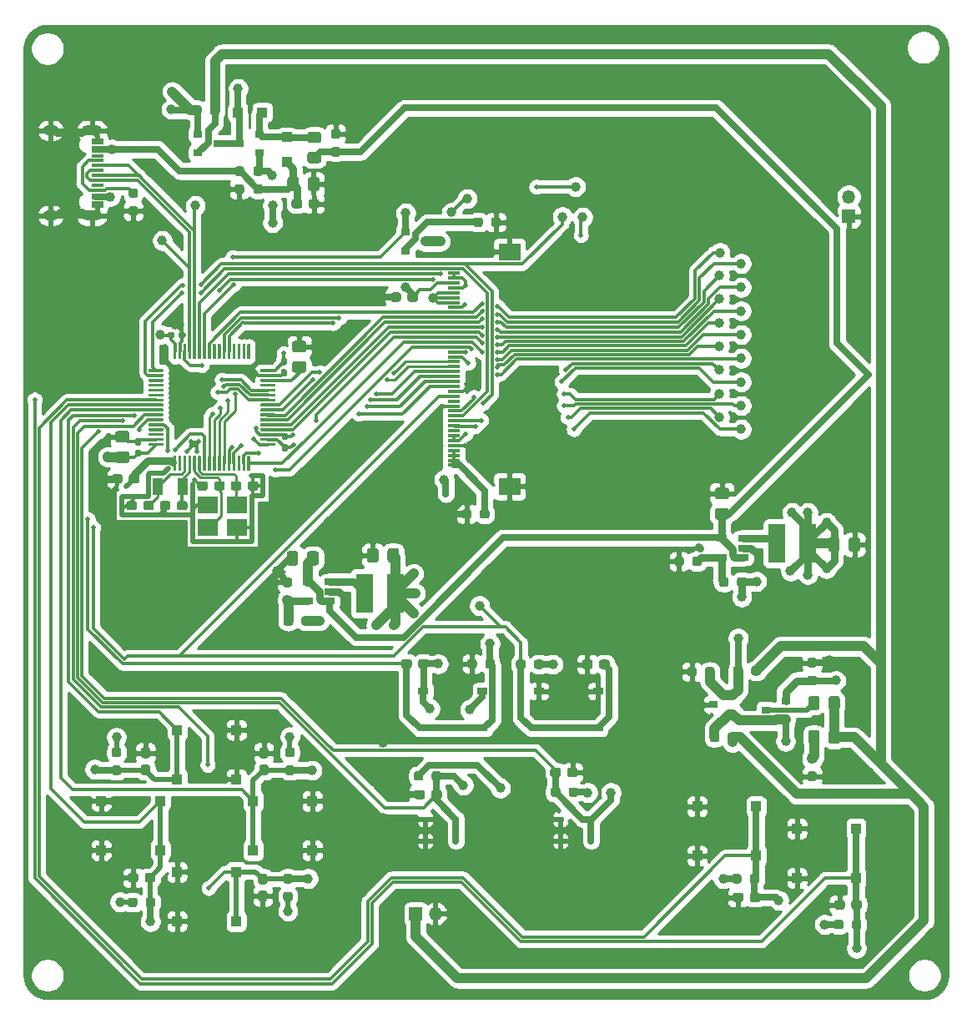
<source format=gtl>
G04 #@! TF.GenerationSoftware,KiCad,Pcbnew,(5.1.12)-1*
G04 #@! TF.CreationDate,2021-12-30T17:29:10+01:00*
G04 #@! TF.ProjectId,GameGirl,47616d65-4769-4726-9c2e-6b696361645f,rev?*
G04 #@! TF.SameCoordinates,Original*
G04 #@! TF.FileFunction,Copper,L1,Top*
G04 #@! TF.FilePolarity,Positive*
%FSLAX46Y46*%
G04 Gerber Fmt 4.6, Leading zero omitted, Abs format (unit mm)*
G04 Created by KiCad (PCBNEW (5.1.12)-1) date 2021-12-30 17:29:10*
%MOMM*%
%LPD*%
G01*
G04 APERTURE LIST*
G04 #@! TA.AperFunction,SMDPad,CuDef*
%ADD10C,1.000000*%
G04 #@! TD*
G04 #@! TA.AperFunction,SMDPad,CuDef*
%ADD11R,1.000000X1.800000*%
G04 #@! TD*
G04 #@! TA.AperFunction,SMDPad,CuDef*
%ADD12R,2.100000X1.800000*%
G04 #@! TD*
G04 #@! TA.AperFunction,SMDPad,CuDef*
%ADD13R,1.060000X0.650000*%
G04 #@! TD*
G04 #@! TA.AperFunction,SMDPad,CuDef*
%ADD14R,0.900000X0.800000*%
G04 #@! TD*
G04 #@! TA.AperFunction,SMDPad,CuDef*
%ADD15R,1.000000X1.100000*%
G04 #@! TD*
G04 #@! TA.AperFunction,SMDPad,CuDef*
%ADD16R,0.550000X0.550000*%
G04 #@! TD*
G04 #@! TA.AperFunction,SMDPad,CuDef*
%ADD17R,1.000000X0.750000*%
G04 #@! TD*
G04 #@! TA.AperFunction,SMDPad,CuDef*
%ADD18R,1.800000X4.000000*%
G04 #@! TD*
G04 #@! TA.AperFunction,ComponentPad*
%ADD19O,1.350000X1.350000*%
G04 #@! TD*
G04 #@! TA.AperFunction,ComponentPad*
%ADD20R,1.350000X1.350000*%
G04 #@! TD*
G04 #@! TA.AperFunction,SMDPad,CuDef*
%ADD21R,1.300000X0.300000*%
G04 #@! TD*
G04 #@! TA.AperFunction,SMDPad,CuDef*
%ADD22R,2.200000X1.800000*%
G04 #@! TD*
G04 #@! TA.AperFunction,SMDPad,CuDef*
%ADD23R,1.150000X0.300000*%
G04 #@! TD*
G04 #@! TA.AperFunction,ComponentPad*
%ADD24O,1.600000X1.000000*%
G04 #@! TD*
G04 #@! TA.AperFunction,ComponentPad*
%ADD25O,2.100000X1.000000*%
G04 #@! TD*
G04 #@! TA.AperFunction,SMDPad,CuDef*
%ADD26R,1.000000X1.000000*%
G04 #@! TD*
G04 #@! TA.AperFunction,ViaPad*
%ADD27C,1.000000*%
G04 #@! TD*
G04 #@! TA.AperFunction,ViaPad*
%ADD28C,0.500000*%
G04 #@! TD*
G04 #@! TA.AperFunction,Conductor*
%ADD29C,0.500000*%
G04 #@! TD*
G04 #@! TA.AperFunction,Conductor*
%ADD30C,0.300000*%
G04 #@! TD*
G04 #@! TA.AperFunction,Conductor*
%ADD31C,0.250000*%
G04 #@! TD*
G04 #@! TA.AperFunction,Conductor*
%ADD32C,0.800000*%
G04 #@! TD*
G04 #@! TA.AperFunction,Conductor*
%ADD33C,0.700000*%
G04 #@! TD*
G04 #@! TA.AperFunction,Conductor*
%ADD34C,1.000000*%
G04 #@! TD*
G04 #@! TA.AperFunction,Conductor*
%ADD35C,0.254000*%
G04 #@! TD*
G04 #@! TA.AperFunction,Conductor*
%ADD36C,0.100000*%
G04 #@! TD*
G04 APERTURE END LIST*
D10*
X85250000Y-50050000D03*
D11*
X46700000Y-77400000D03*
X44200000Y-77400000D03*
D12*
X49300000Y-79300000D03*
X52200000Y-79300000D03*
X52200000Y-81600000D03*
X49300000Y-81600000D03*
D13*
X59450000Y-89000000D03*
X59450000Y-87100000D03*
X61650000Y-87100000D03*
X61650000Y-88050000D03*
X61650000Y-89000000D03*
X101400000Y-84600000D03*
X101400000Y-82700000D03*
X103600000Y-82700000D03*
X103600000Y-83650000D03*
X103600000Y-84600000D03*
D14*
X100550000Y-99550000D03*
X102550000Y-98600000D03*
X102550000Y-100500000D03*
G04 #@! TA.AperFunction,SMDPad,CuDef*
G36*
G01*
X44705000Y-73290000D02*
X43305000Y-73290000D01*
G75*
G02*
X43230000Y-73215000I0J75000D01*
G01*
X43230000Y-73065000D01*
G75*
G02*
X43305000Y-72990000I75000J0D01*
G01*
X44705000Y-72990000D01*
G75*
G02*
X44780000Y-73065000I0J-75000D01*
G01*
X44780000Y-73215000D01*
G75*
G02*
X44705000Y-73290000I-75000J0D01*
G01*
G37*
G04 #@! TD.AperFunction*
G04 #@! TA.AperFunction,SMDPad,CuDef*
G36*
G01*
X44705000Y-72790000D02*
X43305000Y-72790000D01*
G75*
G02*
X43230000Y-72715000I0J75000D01*
G01*
X43230000Y-72565000D01*
G75*
G02*
X43305000Y-72490000I75000J0D01*
G01*
X44705000Y-72490000D01*
G75*
G02*
X44780000Y-72565000I0J-75000D01*
G01*
X44780000Y-72715000D01*
G75*
G02*
X44705000Y-72790000I-75000J0D01*
G01*
G37*
G04 #@! TD.AperFunction*
G04 #@! TA.AperFunction,SMDPad,CuDef*
G36*
G01*
X44705000Y-72290000D02*
X43305000Y-72290000D01*
G75*
G02*
X43230000Y-72215000I0J75000D01*
G01*
X43230000Y-72065000D01*
G75*
G02*
X43305000Y-71990000I75000J0D01*
G01*
X44705000Y-71990000D01*
G75*
G02*
X44780000Y-72065000I0J-75000D01*
G01*
X44780000Y-72215000D01*
G75*
G02*
X44705000Y-72290000I-75000J0D01*
G01*
G37*
G04 #@! TD.AperFunction*
G04 #@! TA.AperFunction,SMDPad,CuDef*
G36*
G01*
X44705000Y-71790000D02*
X43305000Y-71790000D01*
G75*
G02*
X43230000Y-71715000I0J75000D01*
G01*
X43230000Y-71565000D01*
G75*
G02*
X43305000Y-71490000I75000J0D01*
G01*
X44705000Y-71490000D01*
G75*
G02*
X44780000Y-71565000I0J-75000D01*
G01*
X44780000Y-71715000D01*
G75*
G02*
X44705000Y-71790000I-75000J0D01*
G01*
G37*
G04 #@! TD.AperFunction*
G04 #@! TA.AperFunction,SMDPad,CuDef*
G36*
G01*
X44705000Y-71290000D02*
X43305000Y-71290000D01*
G75*
G02*
X43230000Y-71215000I0J75000D01*
G01*
X43230000Y-71065000D01*
G75*
G02*
X43305000Y-70990000I75000J0D01*
G01*
X44705000Y-70990000D01*
G75*
G02*
X44780000Y-71065000I0J-75000D01*
G01*
X44780000Y-71215000D01*
G75*
G02*
X44705000Y-71290000I-75000J0D01*
G01*
G37*
G04 #@! TD.AperFunction*
G04 #@! TA.AperFunction,SMDPad,CuDef*
G36*
G01*
X44705000Y-70790000D02*
X43305000Y-70790000D01*
G75*
G02*
X43230000Y-70715000I0J75000D01*
G01*
X43230000Y-70565000D01*
G75*
G02*
X43305000Y-70490000I75000J0D01*
G01*
X44705000Y-70490000D01*
G75*
G02*
X44780000Y-70565000I0J-75000D01*
G01*
X44780000Y-70715000D01*
G75*
G02*
X44705000Y-70790000I-75000J0D01*
G01*
G37*
G04 #@! TD.AperFunction*
G04 #@! TA.AperFunction,SMDPad,CuDef*
G36*
G01*
X44705000Y-70290000D02*
X43305000Y-70290000D01*
G75*
G02*
X43230000Y-70215000I0J75000D01*
G01*
X43230000Y-70065000D01*
G75*
G02*
X43305000Y-69990000I75000J0D01*
G01*
X44705000Y-69990000D01*
G75*
G02*
X44780000Y-70065000I0J-75000D01*
G01*
X44780000Y-70215000D01*
G75*
G02*
X44705000Y-70290000I-75000J0D01*
G01*
G37*
G04 #@! TD.AperFunction*
G04 #@! TA.AperFunction,SMDPad,CuDef*
G36*
G01*
X44705000Y-69790000D02*
X43305000Y-69790000D01*
G75*
G02*
X43230000Y-69715000I0J75000D01*
G01*
X43230000Y-69565000D01*
G75*
G02*
X43305000Y-69490000I75000J0D01*
G01*
X44705000Y-69490000D01*
G75*
G02*
X44780000Y-69565000I0J-75000D01*
G01*
X44780000Y-69715000D01*
G75*
G02*
X44705000Y-69790000I-75000J0D01*
G01*
G37*
G04 #@! TD.AperFunction*
G04 #@! TA.AperFunction,SMDPad,CuDef*
G36*
G01*
X44705000Y-69290000D02*
X43305000Y-69290000D01*
G75*
G02*
X43230000Y-69215000I0J75000D01*
G01*
X43230000Y-69065000D01*
G75*
G02*
X43305000Y-68990000I75000J0D01*
G01*
X44705000Y-68990000D01*
G75*
G02*
X44780000Y-69065000I0J-75000D01*
G01*
X44780000Y-69215000D01*
G75*
G02*
X44705000Y-69290000I-75000J0D01*
G01*
G37*
G04 #@! TD.AperFunction*
G04 #@! TA.AperFunction,SMDPad,CuDef*
G36*
G01*
X44705000Y-68790000D02*
X43305000Y-68790000D01*
G75*
G02*
X43230000Y-68715000I0J75000D01*
G01*
X43230000Y-68565000D01*
G75*
G02*
X43305000Y-68490000I75000J0D01*
G01*
X44705000Y-68490000D01*
G75*
G02*
X44780000Y-68565000I0J-75000D01*
G01*
X44780000Y-68715000D01*
G75*
G02*
X44705000Y-68790000I-75000J0D01*
G01*
G37*
G04 #@! TD.AperFunction*
G04 #@! TA.AperFunction,SMDPad,CuDef*
G36*
G01*
X44705000Y-68290000D02*
X43305000Y-68290000D01*
G75*
G02*
X43230000Y-68215000I0J75000D01*
G01*
X43230000Y-68065000D01*
G75*
G02*
X43305000Y-67990000I75000J0D01*
G01*
X44705000Y-67990000D01*
G75*
G02*
X44780000Y-68065000I0J-75000D01*
G01*
X44780000Y-68215000D01*
G75*
G02*
X44705000Y-68290000I-75000J0D01*
G01*
G37*
G04 #@! TD.AperFunction*
G04 #@! TA.AperFunction,SMDPad,CuDef*
G36*
G01*
X44705000Y-67790000D02*
X43305000Y-67790000D01*
G75*
G02*
X43230000Y-67715000I0J75000D01*
G01*
X43230000Y-67565000D01*
G75*
G02*
X43305000Y-67490000I75000J0D01*
G01*
X44705000Y-67490000D01*
G75*
G02*
X44780000Y-67565000I0J-75000D01*
G01*
X44780000Y-67715000D01*
G75*
G02*
X44705000Y-67790000I-75000J0D01*
G01*
G37*
G04 #@! TD.AperFunction*
G04 #@! TA.AperFunction,SMDPad,CuDef*
G36*
G01*
X44705000Y-67290000D02*
X43305000Y-67290000D01*
G75*
G02*
X43230000Y-67215000I0J75000D01*
G01*
X43230000Y-67065000D01*
G75*
G02*
X43305000Y-66990000I75000J0D01*
G01*
X44705000Y-66990000D01*
G75*
G02*
X44780000Y-67065000I0J-75000D01*
G01*
X44780000Y-67215000D01*
G75*
G02*
X44705000Y-67290000I-75000J0D01*
G01*
G37*
G04 #@! TD.AperFunction*
G04 #@! TA.AperFunction,SMDPad,CuDef*
G36*
G01*
X44705000Y-66790000D02*
X43305000Y-66790000D01*
G75*
G02*
X43230000Y-66715000I0J75000D01*
G01*
X43230000Y-66565000D01*
G75*
G02*
X43305000Y-66490000I75000J0D01*
G01*
X44705000Y-66490000D01*
G75*
G02*
X44780000Y-66565000I0J-75000D01*
G01*
X44780000Y-66715000D01*
G75*
G02*
X44705000Y-66790000I-75000J0D01*
G01*
G37*
G04 #@! TD.AperFunction*
G04 #@! TA.AperFunction,SMDPad,CuDef*
G36*
G01*
X44705000Y-66290000D02*
X43305000Y-66290000D01*
G75*
G02*
X43230000Y-66215000I0J75000D01*
G01*
X43230000Y-66065000D01*
G75*
G02*
X43305000Y-65990000I75000J0D01*
G01*
X44705000Y-65990000D01*
G75*
G02*
X44780000Y-66065000I0J-75000D01*
G01*
X44780000Y-66215000D01*
G75*
G02*
X44705000Y-66290000I-75000J0D01*
G01*
G37*
G04 #@! TD.AperFunction*
G04 #@! TA.AperFunction,SMDPad,CuDef*
G36*
G01*
X44705000Y-65790000D02*
X43305000Y-65790000D01*
G75*
G02*
X43230000Y-65715000I0J75000D01*
G01*
X43230000Y-65565000D01*
G75*
G02*
X43305000Y-65490000I75000J0D01*
G01*
X44705000Y-65490000D01*
G75*
G02*
X44780000Y-65565000I0J-75000D01*
G01*
X44780000Y-65715000D01*
G75*
G02*
X44705000Y-65790000I-75000J0D01*
G01*
G37*
G04 #@! TD.AperFunction*
G04 #@! TA.AperFunction,SMDPad,CuDef*
G36*
G01*
X46005000Y-64490000D02*
X45855000Y-64490000D01*
G75*
G02*
X45780000Y-64415000I0J75000D01*
G01*
X45780000Y-63015000D01*
G75*
G02*
X45855000Y-62940000I75000J0D01*
G01*
X46005000Y-62940000D01*
G75*
G02*
X46080000Y-63015000I0J-75000D01*
G01*
X46080000Y-64415000D01*
G75*
G02*
X46005000Y-64490000I-75000J0D01*
G01*
G37*
G04 #@! TD.AperFunction*
G04 #@! TA.AperFunction,SMDPad,CuDef*
G36*
G01*
X46505000Y-64490000D02*
X46355000Y-64490000D01*
G75*
G02*
X46280000Y-64415000I0J75000D01*
G01*
X46280000Y-63015000D01*
G75*
G02*
X46355000Y-62940000I75000J0D01*
G01*
X46505000Y-62940000D01*
G75*
G02*
X46580000Y-63015000I0J-75000D01*
G01*
X46580000Y-64415000D01*
G75*
G02*
X46505000Y-64490000I-75000J0D01*
G01*
G37*
G04 #@! TD.AperFunction*
G04 #@! TA.AperFunction,SMDPad,CuDef*
G36*
G01*
X47005000Y-64490000D02*
X46855000Y-64490000D01*
G75*
G02*
X46780000Y-64415000I0J75000D01*
G01*
X46780000Y-63015000D01*
G75*
G02*
X46855000Y-62940000I75000J0D01*
G01*
X47005000Y-62940000D01*
G75*
G02*
X47080000Y-63015000I0J-75000D01*
G01*
X47080000Y-64415000D01*
G75*
G02*
X47005000Y-64490000I-75000J0D01*
G01*
G37*
G04 #@! TD.AperFunction*
G04 #@! TA.AperFunction,SMDPad,CuDef*
G36*
G01*
X47505000Y-64490000D02*
X47355000Y-64490000D01*
G75*
G02*
X47280000Y-64415000I0J75000D01*
G01*
X47280000Y-63015000D01*
G75*
G02*
X47355000Y-62940000I75000J0D01*
G01*
X47505000Y-62940000D01*
G75*
G02*
X47580000Y-63015000I0J-75000D01*
G01*
X47580000Y-64415000D01*
G75*
G02*
X47505000Y-64490000I-75000J0D01*
G01*
G37*
G04 #@! TD.AperFunction*
G04 #@! TA.AperFunction,SMDPad,CuDef*
G36*
G01*
X48005000Y-64490000D02*
X47855000Y-64490000D01*
G75*
G02*
X47780000Y-64415000I0J75000D01*
G01*
X47780000Y-63015000D01*
G75*
G02*
X47855000Y-62940000I75000J0D01*
G01*
X48005000Y-62940000D01*
G75*
G02*
X48080000Y-63015000I0J-75000D01*
G01*
X48080000Y-64415000D01*
G75*
G02*
X48005000Y-64490000I-75000J0D01*
G01*
G37*
G04 #@! TD.AperFunction*
G04 #@! TA.AperFunction,SMDPad,CuDef*
G36*
G01*
X48505000Y-64490000D02*
X48355000Y-64490000D01*
G75*
G02*
X48280000Y-64415000I0J75000D01*
G01*
X48280000Y-63015000D01*
G75*
G02*
X48355000Y-62940000I75000J0D01*
G01*
X48505000Y-62940000D01*
G75*
G02*
X48580000Y-63015000I0J-75000D01*
G01*
X48580000Y-64415000D01*
G75*
G02*
X48505000Y-64490000I-75000J0D01*
G01*
G37*
G04 #@! TD.AperFunction*
G04 #@! TA.AperFunction,SMDPad,CuDef*
G36*
G01*
X49005000Y-64490000D02*
X48855000Y-64490000D01*
G75*
G02*
X48780000Y-64415000I0J75000D01*
G01*
X48780000Y-63015000D01*
G75*
G02*
X48855000Y-62940000I75000J0D01*
G01*
X49005000Y-62940000D01*
G75*
G02*
X49080000Y-63015000I0J-75000D01*
G01*
X49080000Y-64415000D01*
G75*
G02*
X49005000Y-64490000I-75000J0D01*
G01*
G37*
G04 #@! TD.AperFunction*
G04 #@! TA.AperFunction,SMDPad,CuDef*
G36*
G01*
X49505000Y-64490000D02*
X49355000Y-64490000D01*
G75*
G02*
X49280000Y-64415000I0J75000D01*
G01*
X49280000Y-63015000D01*
G75*
G02*
X49355000Y-62940000I75000J0D01*
G01*
X49505000Y-62940000D01*
G75*
G02*
X49580000Y-63015000I0J-75000D01*
G01*
X49580000Y-64415000D01*
G75*
G02*
X49505000Y-64490000I-75000J0D01*
G01*
G37*
G04 #@! TD.AperFunction*
G04 #@! TA.AperFunction,SMDPad,CuDef*
G36*
G01*
X50005000Y-64490000D02*
X49855000Y-64490000D01*
G75*
G02*
X49780000Y-64415000I0J75000D01*
G01*
X49780000Y-63015000D01*
G75*
G02*
X49855000Y-62940000I75000J0D01*
G01*
X50005000Y-62940000D01*
G75*
G02*
X50080000Y-63015000I0J-75000D01*
G01*
X50080000Y-64415000D01*
G75*
G02*
X50005000Y-64490000I-75000J0D01*
G01*
G37*
G04 #@! TD.AperFunction*
G04 #@! TA.AperFunction,SMDPad,CuDef*
G36*
G01*
X50505000Y-64490000D02*
X50355000Y-64490000D01*
G75*
G02*
X50280000Y-64415000I0J75000D01*
G01*
X50280000Y-63015000D01*
G75*
G02*
X50355000Y-62940000I75000J0D01*
G01*
X50505000Y-62940000D01*
G75*
G02*
X50580000Y-63015000I0J-75000D01*
G01*
X50580000Y-64415000D01*
G75*
G02*
X50505000Y-64490000I-75000J0D01*
G01*
G37*
G04 #@! TD.AperFunction*
G04 #@! TA.AperFunction,SMDPad,CuDef*
G36*
G01*
X51005000Y-64490000D02*
X50855000Y-64490000D01*
G75*
G02*
X50780000Y-64415000I0J75000D01*
G01*
X50780000Y-63015000D01*
G75*
G02*
X50855000Y-62940000I75000J0D01*
G01*
X51005000Y-62940000D01*
G75*
G02*
X51080000Y-63015000I0J-75000D01*
G01*
X51080000Y-64415000D01*
G75*
G02*
X51005000Y-64490000I-75000J0D01*
G01*
G37*
G04 #@! TD.AperFunction*
G04 #@! TA.AperFunction,SMDPad,CuDef*
G36*
G01*
X51505000Y-64490000D02*
X51355000Y-64490000D01*
G75*
G02*
X51280000Y-64415000I0J75000D01*
G01*
X51280000Y-63015000D01*
G75*
G02*
X51355000Y-62940000I75000J0D01*
G01*
X51505000Y-62940000D01*
G75*
G02*
X51580000Y-63015000I0J-75000D01*
G01*
X51580000Y-64415000D01*
G75*
G02*
X51505000Y-64490000I-75000J0D01*
G01*
G37*
G04 #@! TD.AperFunction*
G04 #@! TA.AperFunction,SMDPad,CuDef*
G36*
G01*
X52005000Y-64490000D02*
X51855000Y-64490000D01*
G75*
G02*
X51780000Y-64415000I0J75000D01*
G01*
X51780000Y-63015000D01*
G75*
G02*
X51855000Y-62940000I75000J0D01*
G01*
X52005000Y-62940000D01*
G75*
G02*
X52080000Y-63015000I0J-75000D01*
G01*
X52080000Y-64415000D01*
G75*
G02*
X52005000Y-64490000I-75000J0D01*
G01*
G37*
G04 #@! TD.AperFunction*
G04 #@! TA.AperFunction,SMDPad,CuDef*
G36*
G01*
X52505000Y-64490000D02*
X52355000Y-64490000D01*
G75*
G02*
X52280000Y-64415000I0J75000D01*
G01*
X52280000Y-63015000D01*
G75*
G02*
X52355000Y-62940000I75000J0D01*
G01*
X52505000Y-62940000D01*
G75*
G02*
X52580000Y-63015000I0J-75000D01*
G01*
X52580000Y-64415000D01*
G75*
G02*
X52505000Y-64490000I-75000J0D01*
G01*
G37*
G04 #@! TD.AperFunction*
G04 #@! TA.AperFunction,SMDPad,CuDef*
G36*
G01*
X53005000Y-64490000D02*
X52855000Y-64490000D01*
G75*
G02*
X52780000Y-64415000I0J75000D01*
G01*
X52780000Y-63015000D01*
G75*
G02*
X52855000Y-62940000I75000J0D01*
G01*
X53005000Y-62940000D01*
G75*
G02*
X53080000Y-63015000I0J-75000D01*
G01*
X53080000Y-64415000D01*
G75*
G02*
X53005000Y-64490000I-75000J0D01*
G01*
G37*
G04 #@! TD.AperFunction*
G04 #@! TA.AperFunction,SMDPad,CuDef*
G36*
G01*
X53505000Y-64490000D02*
X53355000Y-64490000D01*
G75*
G02*
X53280000Y-64415000I0J75000D01*
G01*
X53280000Y-63015000D01*
G75*
G02*
X53355000Y-62940000I75000J0D01*
G01*
X53505000Y-62940000D01*
G75*
G02*
X53580000Y-63015000I0J-75000D01*
G01*
X53580000Y-64415000D01*
G75*
G02*
X53505000Y-64490000I-75000J0D01*
G01*
G37*
G04 #@! TD.AperFunction*
G04 #@! TA.AperFunction,SMDPad,CuDef*
G36*
G01*
X56055000Y-65790000D02*
X54655000Y-65790000D01*
G75*
G02*
X54580000Y-65715000I0J75000D01*
G01*
X54580000Y-65565000D01*
G75*
G02*
X54655000Y-65490000I75000J0D01*
G01*
X56055000Y-65490000D01*
G75*
G02*
X56130000Y-65565000I0J-75000D01*
G01*
X56130000Y-65715000D01*
G75*
G02*
X56055000Y-65790000I-75000J0D01*
G01*
G37*
G04 #@! TD.AperFunction*
G04 #@! TA.AperFunction,SMDPad,CuDef*
G36*
G01*
X56055000Y-66290000D02*
X54655000Y-66290000D01*
G75*
G02*
X54580000Y-66215000I0J75000D01*
G01*
X54580000Y-66065000D01*
G75*
G02*
X54655000Y-65990000I75000J0D01*
G01*
X56055000Y-65990000D01*
G75*
G02*
X56130000Y-66065000I0J-75000D01*
G01*
X56130000Y-66215000D01*
G75*
G02*
X56055000Y-66290000I-75000J0D01*
G01*
G37*
G04 #@! TD.AperFunction*
G04 #@! TA.AperFunction,SMDPad,CuDef*
G36*
G01*
X56055000Y-66790000D02*
X54655000Y-66790000D01*
G75*
G02*
X54580000Y-66715000I0J75000D01*
G01*
X54580000Y-66565000D01*
G75*
G02*
X54655000Y-66490000I75000J0D01*
G01*
X56055000Y-66490000D01*
G75*
G02*
X56130000Y-66565000I0J-75000D01*
G01*
X56130000Y-66715000D01*
G75*
G02*
X56055000Y-66790000I-75000J0D01*
G01*
G37*
G04 #@! TD.AperFunction*
G04 #@! TA.AperFunction,SMDPad,CuDef*
G36*
G01*
X56055000Y-67290000D02*
X54655000Y-67290000D01*
G75*
G02*
X54580000Y-67215000I0J75000D01*
G01*
X54580000Y-67065000D01*
G75*
G02*
X54655000Y-66990000I75000J0D01*
G01*
X56055000Y-66990000D01*
G75*
G02*
X56130000Y-67065000I0J-75000D01*
G01*
X56130000Y-67215000D01*
G75*
G02*
X56055000Y-67290000I-75000J0D01*
G01*
G37*
G04 #@! TD.AperFunction*
G04 #@! TA.AperFunction,SMDPad,CuDef*
G36*
G01*
X56055000Y-67790000D02*
X54655000Y-67790000D01*
G75*
G02*
X54580000Y-67715000I0J75000D01*
G01*
X54580000Y-67565000D01*
G75*
G02*
X54655000Y-67490000I75000J0D01*
G01*
X56055000Y-67490000D01*
G75*
G02*
X56130000Y-67565000I0J-75000D01*
G01*
X56130000Y-67715000D01*
G75*
G02*
X56055000Y-67790000I-75000J0D01*
G01*
G37*
G04 #@! TD.AperFunction*
G04 #@! TA.AperFunction,SMDPad,CuDef*
G36*
G01*
X56055000Y-68290000D02*
X54655000Y-68290000D01*
G75*
G02*
X54580000Y-68215000I0J75000D01*
G01*
X54580000Y-68065000D01*
G75*
G02*
X54655000Y-67990000I75000J0D01*
G01*
X56055000Y-67990000D01*
G75*
G02*
X56130000Y-68065000I0J-75000D01*
G01*
X56130000Y-68215000D01*
G75*
G02*
X56055000Y-68290000I-75000J0D01*
G01*
G37*
G04 #@! TD.AperFunction*
G04 #@! TA.AperFunction,SMDPad,CuDef*
G36*
G01*
X56055000Y-68790000D02*
X54655000Y-68790000D01*
G75*
G02*
X54580000Y-68715000I0J75000D01*
G01*
X54580000Y-68565000D01*
G75*
G02*
X54655000Y-68490000I75000J0D01*
G01*
X56055000Y-68490000D01*
G75*
G02*
X56130000Y-68565000I0J-75000D01*
G01*
X56130000Y-68715000D01*
G75*
G02*
X56055000Y-68790000I-75000J0D01*
G01*
G37*
G04 #@! TD.AperFunction*
G04 #@! TA.AperFunction,SMDPad,CuDef*
G36*
G01*
X56055000Y-69290000D02*
X54655000Y-69290000D01*
G75*
G02*
X54580000Y-69215000I0J75000D01*
G01*
X54580000Y-69065000D01*
G75*
G02*
X54655000Y-68990000I75000J0D01*
G01*
X56055000Y-68990000D01*
G75*
G02*
X56130000Y-69065000I0J-75000D01*
G01*
X56130000Y-69215000D01*
G75*
G02*
X56055000Y-69290000I-75000J0D01*
G01*
G37*
G04 #@! TD.AperFunction*
G04 #@! TA.AperFunction,SMDPad,CuDef*
G36*
G01*
X56055000Y-69790000D02*
X54655000Y-69790000D01*
G75*
G02*
X54580000Y-69715000I0J75000D01*
G01*
X54580000Y-69565000D01*
G75*
G02*
X54655000Y-69490000I75000J0D01*
G01*
X56055000Y-69490000D01*
G75*
G02*
X56130000Y-69565000I0J-75000D01*
G01*
X56130000Y-69715000D01*
G75*
G02*
X56055000Y-69790000I-75000J0D01*
G01*
G37*
G04 #@! TD.AperFunction*
G04 #@! TA.AperFunction,SMDPad,CuDef*
G36*
G01*
X56055000Y-70290000D02*
X54655000Y-70290000D01*
G75*
G02*
X54580000Y-70215000I0J75000D01*
G01*
X54580000Y-70065000D01*
G75*
G02*
X54655000Y-69990000I75000J0D01*
G01*
X56055000Y-69990000D01*
G75*
G02*
X56130000Y-70065000I0J-75000D01*
G01*
X56130000Y-70215000D01*
G75*
G02*
X56055000Y-70290000I-75000J0D01*
G01*
G37*
G04 #@! TD.AperFunction*
G04 #@! TA.AperFunction,SMDPad,CuDef*
G36*
G01*
X56055000Y-70790000D02*
X54655000Y-70790000D01*
G75*
G02*
X54580000Y-70715000I0J75000D01*
G01*
X54580000Y-70565000D01*
G75*
G02*
X54655000Y-70490000I75000J0D01*
G01*
X56055000Y-70490000D01*
G75*
G02*
X56130000Y-70565000I0J-75000D01*
G01*
X56130000Y-70715000D01*
G75*
G02*
X56055000Y-70790000I-75000J0D01*
G01*
G37*
G04 #@! TD.AperFunction*
G04 #@! TA.AperFunction,SMDPad,CuDef*
G36*
G01*
X56055000Y-71290000D02*
X54655000Y-71290000D01*
G75*
G02*
X54580000Y-71215000I0J75000D01*
G01*
X54580000Y-71065000D01*
G75*
G02*
X54655000Y-70990000I75000J0D01*
G01*
X56055000Y-70990000D01*
G75*
G02*
X56130000Y-71065000I0J-75000D01*
G01*
X56130000Y-71215000D01*
G75*
G02*
X56055000Y-71290000I-75000J0D01*
G01*
G37*
G04 #@! TD.AperFunction*
G04 #@! TA.AperFunction,SMDPad,CuDef*
G36*
G01*
X56055000Y-71790000D02*
X54655000Y-71790000D01*
G75*
G02*
X54580000Y-71715000I0J75000D01*
G01*
X54580000Y-71565000D01*
G75*
G02*
X54655000Y-71490000I75000J0D01*
G01*
X56055000Y-71490000D01*
G75*
G02*
X56130000Y-71565000I0J-75000D01*
G01*
X56130000Y-71715000D01*
G75*
G02*
X56055000Y-71790000I-75000J0D01*
G01*
G37*
G04 #@! TD.AperFunction*
G04 #@! TA.AperFunction,SMDPad,CuDef*
G36*
G01*
X56055000Y-72290000D02*
X54655000Y-72290000D01*
G75*
G02*
X54580000Y-72215000I0J75000D01*
G01*
X54580000Y-72065000D01*
G75*
G02*
X54655000Y-71990000I75000J0D01*
G01*
X56055000Y-71990000D01*
G75*
G02*
X56130000Y-72065000I0J-75000D01*
G01*
X56130000Y-72215000D01*
G75*
G02*
X56055000Y-72290000I-75000J0D01*
G01*
G37*
G04 #@! TD.AperFunction*
G04 #@! TA.AperFunction,SMDPad,CuDef*
G36*
G01*
X56055000Y-72790000D02*
X54655000Y-72790000D01*
G75*
G02*
X54580000Y-72715000I0J75000D01*
G01*
X54580000Y-72565000D01*
G75*
G02*
X54655000Y-72490000I75000J0D01*
G01*
X56055000Y-72490000D01*
G75*
G02*
X56130000Y-72565000I0J-75000D01*
G01*
X56130000Y-72715000D01*
G75*
G02*
X56055000Y-72790000I-75000J0D01*
G01*
G37*
G04 #@! TD.AperFunction*
G04 #@! TA.AperFunction,SMDPad,CuDef*
G36*
G01*
X56055000Y-73290000D02*
X54655000Y-73290000D01*
G75*
G02*
X54580000Y-73215000I0J75000D01*
G01*
X54580000Y-73065000D01*
G75*
G02*
X54655000Y-72990000I75000J0D01*
G01*
X56055000Y-72990000D01*
G75*
G02*
X56130000Y-73065000I0J-75000D01*
G01*
X56130000Y-73215000D01*
G75*
G02*
X56055000Y-73290000I-75000J0D01*
G01*
G37*
G04 #@! TD.AperFunction*
G04 #@! TA.AperFunction,SMDPad,CuDef*
G36*
G01*
X53505000Y-75840000D02*
X53355000Y-75840000D01*
G75*
G02*
X53280000Y-75765000I0J75000D01*
G01*
X53280000Y-74365000D01*
G75*
G02*
X53355000Y-74290000I75000J0D01*
G01*
X53505000Y-74290000D01*
G75*
G02*
X53580000Y-74365000I0J-75000D01*
G01*
X53580000Y-75765000D01*
G75*
G02*
X53505000Y-75840000I-75000J0D01*
G01*
G37*
G04 #@! TD.AperFunction*
G04 #@! TA.AperFunction,SMDPad,CuDef*
G36*
G01*
X53005000Y-75840000D02*
X52855000Y-75840000D01*
G75*
G02*
X52780000Y-75765000I0J75000D01*
G01*
X52780000Y-74365000D01*
G75*
G02*
X52855000Y-74290000I75000J0D01*
G01*
X53005000Y-74290000D01*
G75*
G02*
X53080000Y-74365000I0J-75000D01*
G01*
X53080000Y-75765000D01*
G75*
G02*
X53005000Y-75840000I-75000J0D01*
G01*
G37*
G04 #@! TD.AperFunction*
G04 #@! TA.AperFunction,SMDPad,CuDef*
G36*
G01*
X52505000Y-75840000D02*
X52355000Y-75840000D01*
G75*
G02*
X52280000Y-75765000I0J75000D01*
G01*
X52280000Y-74365000D01*
G75*
G02*
X52355000Y-74290000I75000J0D01*
G01*
X52505000Y-74290000D01*
G75*
G02*
X52580000Y-74365000I0J-75000D01*
G01*
X52580000Y-75765000D01*
G75*
G02*
X52505000Y-75840000I-75000J0D01*
G01*
G37*
G04 #@! TD.AperFunction*
G04 #@! TA.AperFunction,SMDPad,CuDef*
G36*
G01*
X52005000Y-75840000D02*
X51855000Y-75840000D01*
G75*
G02*
X51780000Y-75765000I0J75000D01*
G01*
X51780000Y-74365000D01*
G75*
G02*
X51855000Y-74290000I75000J0D01*
G01*
X52005000Y-74290000D01*
G75*
G02*
X52080000Y-74365000I0J-75000D01*
G01*
X52080000Y-75765000D01*
G75*
G02*
X52005000Y-75840000I-75000J0D01*
G01*
G37*
G04 #@! TD.AperFunction*
G04 #@! TA.AperFunction,SMDPad,CuDef*
G36*
G01*
X51505000Y-75840000D02*
X51355000Y-75840000D01*
G75*
G02*
X51280000Y-75765000I0J75000D01*
G01*
X51280000Y-74365000D01*
G75*
G02*
X51355000Y-74290000I75000J0D01*
G01*
X51505000Y-74290000D01*
G75*
G02*
X51580000Y-74365000I0J-75000D01*
G01*
X51580000Y-75765000D01*
G75*
G02*
X51505000Y-75840000I-75000J0D01*
G01*
G37*
G04 #@! TD.AperFunction*
G04 #@! TA.AperFunction,SMDPad,CuDef*
G36*
G01*
X51005000Y-75840000D02*
X50855000Y-75840000D01*
G75*
G02*
X50780000Y-75765000I0J75000D01*
G01*
X50780000Y-74365000D01*
G75*
G02*
X50855000Y-74290000I75000J0D01*
G01*
X51005000Y-74290000D01*
G75*
G02*
X51080000Y-74365000I0J-75000D01*
G01*
X51080000Y-75765000D01*
G75*
G02*
X51005000Y-75840000I-75000J0D01*
G01*
G37*
G04 #@! TD.AperFunction*
G04 #@! TA.AperFunction,SMDPad,CuDef*
G36*
G01*
X50505000Y-75840000D02*
X50355000Y-75840000D01*
G75*
G02*
X50280000Y-75765000I0J75000D01*
G01*
X50280000Y-74365000D01*
G75*
G02*
X50355000Y-74290000I75000J0D01*
G01*
X50505000Y-74290000D01*
G75*
G02*
X50580000Y-74365000I0J-75000D01*
G01*
X50580000Y-75765000D01*
G75*
G02*
X50505000Y-75840000I-75000J0D01*
G01*
G37*
G04 #@! TD.AperFunction*
G04 #@! TA.AperFunction,SMDPad,CuDef*
G36*
G01*
X50005000Y-75840000D02*
X49855000Y-75840000D01*
G75*
G02*
X49780000Y-75765000I0J75000D01*
G01*
X49780000Y-74365000D01*
G75*
G02*
X49855000Y-74290000I75000J0D01*
G01*
X50005000Y-74290000D01*
G75*
G02*
X50080000Y-74365000I0J-75000D01*
G01*
X50080000Y-75765000D01*
G75*
G02*
X50005000Y-75840000I-75000J0D01*
G01*
G37*
G04 #@! TD.AperFunction*
G04 #@! TA.AperFunction,SMDPad,CuDef*
G36*
G01*
X49505000Y-75840000D02*
X49355000Y-75840000D01*
G75*
G02*
X49280000Y-75765000I0J75000D01*
G01*
X49280000Y-74365000D01*
G75*
G02*
X49355000Y-74290000I75000J0D01*
G01*
X49505000Y-74290000D01*
G75*
G02*
X49580000Y-74365000I0J-75000D01*
G01*
X49580000Y-75765000D01*
G75*
G02*
X49505000Y-75840000I-75000J0D01*
G01*
G37*
G04 #@! TD.AperFunction*
G04 #@! TA.AperFunction,SMDPad,CuDef*
G36*
G01*
X49005000Y-75840000D02*
X48855000Y-75840000D01*
G75*
G02*
X48780000Y-75765000I0J75000D01*
G01*
X48780000Y-74365000D01*
G75*
G02*
X48855000Y-74290000I75000J0D01*
G01*
X49005000Y-74290000D01*
G75*
G02*
X49080000Y-74365000I0J-75000D01*
G01*
X49080000Y-75765000D01*
G75*
G02*
X49005000Y-75840000I-75000J0D01*
G01*
G37*
G04 #@! TD.AperFunction*
G04 #@! TA.AperFunction,SMDPad,CuDef*
G36*
G01*
X48505000Y-75840000D02*
X48355000Y-75840000D01*
G75*
G02*
X48280000Y-75765000I0J75000D01*
G01*
X48280000Y-74365000D01*
G75*
G02*
X48355000Y-74290000I75000J0D01*
G01*
X48505000Y-74290000D01*
G75*
G02*
X48580000Y-74365000I0J-75000D01*
G01*
X48580000Y-75765000D01*
G75*
G02*
X48505000Y-75840000I-75000J0D01*
G01*
G37*
G04 #@! TD.AperFunction*
G04 #@! TA.AperFunction,SMDPad,CuDef*
G36*
G01*
X48005000Y-75840000D02*
X47855000Y-75840000D01*
G75*
G02*
X47780000Y-75765000I0J75000D01*
G01*
X47780000Y-74365000D01*
G75*
G02*
X47855000Y-74290000I75000J0D01*
G01*
X48005000Y-74290000D01*
G75*
G02*
X48080000Y-74365000I0J-75000D01*
G01*
X48080000Y-75765000D01*
G75*
G02*
X48005000Y-75840000I-75000J0D01*
G01*
G37*
G04 #@! TD.AperFunction*
G04 #@! TA.AperFunction,SMDPad,CuDef*
G36*
G01*
X47505000Y-75840000D02*
X47355000Y-75840000D01*
G75*
G02*
X47280000Y-75765000I0J75000D01*
G01*
X47280000Y-74365000D01*
G75*
G02*
X47355000Y-74290000I75000J0D01*
G01*
X47505000Y-74290000D01*
G75*
G02*
X47580000Y-74365000I0J-75000D01*
G01*
X47580000Y-75765000D01*
G75*
G02*
X47505000Y-75840000I-75000J0D01*
G01*
G37*
G04 #@! TD.AperFunction*
G04 #@! TA.AperFunction,SMDPad,CuDef*
G36*
G01*
X47005000Y-75840000D02*
X46855000Y-75840000D01*
G75*
G02*
X46780000Y-75765000I0J75000D01*
G01*
X46780000Y-74365000D01*
G75*
G02*
X46855000Y-74290000I75000J0D01*
G01*
X47005000Y-74290000D01*
G75*
G02*
X47080000Y-74365000I0J-75000D01*
G01*
X47080000Y-75765000D01*
G75*
G02*
X47005000Y-75840000I-75000J0D01*
G01*
G37*
G04 #@! TD.AperFunction*
G04 #@! TA.AperFunction,SMDPad,CuDef*
G36*
G01*
X46505000Y-75840000D02*
X46355000Y-75840000D01*
G75*
G02*
X46280000Y-75765000I0J75000D01*
G01*
X46280000Y-74365000D01*
G75*
G02*
X46355000Y-74290000I75000J0D01*
G01*
X46505000Y-74290000D01*
G75*
G02*
X46580000Y-74365000I0J-75000D01*
G01*
X46580000Y-75765000D01*
G75*
G02*
X46505000Y-75840000I-75000J0D01*
G01*
G37*
G04 #@! TD.AperFunction*
G04 #@! TA.AperFunction,SMDPad,CuDef*
G36*
G01*
X46005000Y-75840000D02*
X45855000Y-75840000D01*
G75*
G02*
X45780000Y-75765000I0J75000D01*
G01*
X45780000Y-74365000D01*
G75*
G02*
X45855000Y-74290000I75000J0D01*
G01*
X46005000Y-74290000D01*
G75*
G02*
X46080000Y-74365000I0J-75000D01*
G01*
X46080000Y-75765000D01*
G75*
G02*
X46005000Y-75840000I-75000J0D01*
G01*
G37*
G04 #@! TD.AperFunction*
D10*
X45550000Y-39150000D03*
X52350000Y-37050000D03*
X55850000Y-50650000D03*
X113000000Y-97100000D03*
X107900000Y-103250000D03*
X103100000Y-92800000D03*
X107188000Y-119380000D03*
X59850000Y-106200000D03*
X59450000Y-117200000D03*
X43450000Y-121550000D03*
X115100000Y-124250000D03*
X37800000Y-106100000D03*
X75184000Y-107696000D03*
X90170000Y-108458000D03*
X86600000Y-47000000D03*
X74000000Y-49600000D03*
X44650000Y-52450000D03*
X48000000Y-48900000D03*
X87300000Y-50100000D03*
X69350000Y-49650000D03*
X101250000Y-53700000D03*
X103400000Y-54800000D03*
X101200000Y-56000000D03*
X103400000Y-57200000D03*
X101200000Y-58400000D03*
X103400000Y-59600000D03*
X101200000Y-60800000D03*
X103400000Y-62000000D03*
X77900000Y-93350000D03*
X101200000Y-63200000D03*
X103400000Y-64400000D03*
X101200000Y-65600000D03*
X103400000Y-66800000D03*
X101200000Y-68000000D03*
X103400000Y-69200000D03*
X101200000Y-70400000D03*
X103400000Y-71600000D03*
X76850000Y-89500000D03*
D15*
X98925000Y-109875000D03*
X98925000Y-114875000D03*
X104925000Y-109875000D03*
X104925000Y-114875000D03*
X59870000Y-114320000D03*
X59870000Y-109320000D03*
X53870000Y-114320000D03*
X53870000Y-109320000D03*
X46150000Y-116510000D03*
X46150000Y-121510000D03*
X52150000Y-116510000D03*
X52150000Y-121510000D03*
X38450000Y-109300000D03*
X38450000Y-114300000D03*
X44450000Y-109300000D03*
X44450000Y-114300000D03*
X109050000Y-112125000D03*
X109050000Y-117125000D03*
X115050000Y-112125000D03*
X115050000Y-117125000D03*
X52175000Y-107100000D03*
X52175000Y-102100000D03*
X46175000Y-107100000D03*
X46175000Y-102100000D03*
D16*
X74448000Y-111168000D03*
X74448000Y-113368000D03*
X71348000Y-113368000D03*
X71348000Y-111168000D03*
X88164000Y-111168000D03*
X88164000Y-113368000D03*
X85064000Y-113368000D03*
X85064000Y-111168000D03*
D17*
X71150000Y-98175000D03*
X77150000Y-98175000D03*
X71150000Y-101925000D03*
X77150000Y-101925000D03*
X82850000Y-98175000D03*
X88850000Y-98175000D03*
X82850000Y-101925000D03*
X88850000Y-101925000D03*
G04 #@! TA.AperFunction,SMDPad,CuDef*
G36*
G01*
X110362500Y-106325000D02*
X110837500Y-106325000D01*
G75*
G02*
X111075000Y-106562500I0J-237500D01*
G01*
X111075000Y-107062500D01*
G75*
G02*
X110837500Y-107300000I-237500J0D01*
G01*
X110362500Y-107300000D01*
G75*
G02*
X110125000Y-107062500I0J237500D01*
G01*
X110125000Y-106562500D01*
G75*
G02*
X110362500Y-106325000I237500J0D01*
G01*
G37*
G04 #@! TD.AperFunction*
G04 #@! TA.AperFunction,SMDPad,CuDef*
G36*
G01*
X110362500Y-104500000D02*
X110837500Y-104500000D01*
G75*
G02*
X111075000Y-104737500I0J-237500D01*
G01*
X111075000Y-105237500D01*
G75*
G02*
X110837500Y-105475000I-237500J0D01*
G01*
X110362500Y-105475000D01*
G75*
G02*
X110125000Y-105237500I0J237500D01*
G01*
X110125000Y-104737500D01*
G75*
G02*
X110362500Y-104500000I237500J0D01*
G01*
G37*
G04 #@! TD.AperFunction*
G04 #@! TA.AperFunction,SMDPad,CuDef*
G36*
G01*
X48650000Y-38987500D02*
X48650000Y-39462500D01*
G75*
G02*
X48412500Y-39700000I-237500J0D01*
G01*
X47912500Y-39700000D01*
G75*
G02*
X47675000Y-39462500I0J237500D01*
G01*
X47675000Y-38987500D01*
G75*
G02*
X47912500Y-38750000I237500J0D01*
G01*
X48412500Y-38750000D01*
G75*
G02*
X48650000Y-38987500I0J-237500D01*
G01*
G37*
G04 #@! TD.AperFunction*
G04 #@! TA.AperFunction,SMDPad,CuDef*
G36*
G01*
X50475000Y-38987500D02*
X50475000Y-39462500D01*
G75*
G02*
X50237500Y-39700000I-237500J0D01*
G01*
X49737500Y-39700000D01*
G75*
G02*
X49500000Y-39462500I0J237500D01*
G01*
X49500000Y-38987500D01*
G75*
G02*
X49737500Y-38750000I237500J0D01*
G01*
X50237500Y-38750000D01*
G75*
G02*
X50475000Y-38987500I0J-237500D01*
G01*
G37*
G04 #@! TD.AperFunction*
G04 #@! TA.AperFunction,SMDPad,CuDef*
G36*
G01*
X54612500Y-45900000D02*
X54137500Y-45900000D01*
G75*
G02*
X53900000Y-45662500I0J237500D01*
G01*
X53900000Y-45162500D01*
G75*
G02*
X54137500Y-44925000I237500J0D01*
G01*
X54612500Y-44925000D01*
G75*
G02*
X54850000Y-45162500I0J-237500D01*
G01*
X54850000Y-45662500D01*
G75*
G02*
X54612500Y-45900000I-237500J0D01*
G01*
G37*
G04 #@! TD.AperFunction*
G04 #@! TA.AperFunction,SMDPad,CuDef*
G36*
G01*
X54612500Y-47725000D02*
X54137500Y-47725000D01*
G75*
G02*
X53900000Y-47487500I0J237500D01*
G01*
X53900000Y-46987500D01*
G75*
G02*
X54137500Y-46750000I237500J0D01*
G01*
X54612500Y-46750000D01*
G75*
G02*
X54850000Y-46987500I0J-237500D01*
G01*
X54850000Y-47487500D01*
G75*
G02*
X54612500Y-47725000I-237500J0D01*
G01*
G37*
G04 #@! TD.AperFunction*
G04 #@! TA.AperFunction,SMDPad,CuDef*
G36*
G01*
X52237500Y-46750000D02*
X52712500Y-46750000D01*
G75*
G02*
X52950000Y-46987500I0J-237500D01*
G01*
X52950000Y-47487500D01*
G75*
G02*
X52712500Y-47725000I-237500J0D01*
G01*
X52237500Y-47725000D01*
G75*
G02*
X52000000Y-47487500I0J237500D01*
G01*
X52000000Y-46987500D01*
G75*
G02*
X52237500Y-46750000I237500J0D01*
G01*
G37*
G04 #@! TD.AperFunction*
G04 #@! TA.AperFunction,SMDPad,CuDef*
G36*
G01*
X52237500Y-44925000D02*
X52712500Y-44925000D01*
G75*
G02*
X52950000Y-45162500I0J-237500D01*
G01*
X52950000Y-45662500D01*
G75*
G02*
X52712500Y-45900000I-237500J0D01*
G01*
X52237500Y-45900000D01*
G75*
G02*
X52000000Y-45662500I0J237500D01*
G01*
X52000000Y-45162500D01*
G75*
G02*
X52237500Y-44925000I237500J0D01*
G01*
G37*
G04 #@! TD.AperFunction*
G04 #@! TA.AperFunction,SMDPad,CuDef*
G36*
G01*
X58775000Y-91287500D02*
X58775000Y-90812500D01*
G75*
G02*
X59012500Y-90575000I237500J0D01*
G01*
X59512500Y-90575000D01*
G75*
G02*
X59750000Y-90812500I0J-237500D01*
G01*
X59750000Y-91287500D01*
G75*
G02*
X59512500Y-91525000I-237500J0D01*
G01*
X59012500Y-91525000D01*
G75*
G02*
X58775000Y-91287500I0J237500D01*
G01*
G37*
G04 #@! TD.AperFunction*
G04 #@! TA.AperFunction,SMDPad,CuDef*
G36*
G01*
X56950000Y-91287500D02*
X56950000Y-90812500D01*
G75*
G02*
X57187500Y-90575000I237500J0D01*
G01*
X57687500Y-90575000D01*
G75*
G02*
X57925000Y-90812500I0J-237500D01*
G01*
X57925000Y-91287500D01*
G75*
G02*
X57687500Y-91525000I-237500J0D01*
G01*
X57187500Y-91525000D01*
G75*
G02*
X56950000Y-91287500I0J237500D01*
G01*
G37*
G04 #@! TD.AperFunction*
G04 #@! TA.AperFunction,SMDPad,CuDef*
G36*
G01*
X102975000Y-87337500D02*
X102975000Y-86862500D01*
G75*
G02*
X103212500Y-86625000I237500J0D01*
G01*
X103712500Y-86625000D01*
G75*
G02*
X103950000Y-86862500I0J-237500D01*
G01*
X103950000Y-87337500D01*
G75*
G02*
X103712500Y-87575000I-237500J0D01*
G01*
X103212500Y-87575000D01*
G75*
G02*
X102975000Y-87337500I0J237500D01*
G01*
G37*
G04 #@! TD.AperFunction*
G04 #@! TA.AperFunction,SMDPad,CuDef*
G36*
G01*
X101150000Y-87337500D02*
X101150000Y-86862500D01*
G75*
G02*
X101387500Y-86625000I237500J0D01*
G01*
X101887500Y-86625000D01*
G75*
G02*
X102125000Y-86862500I0J-237500D01*
G01*
X102125000Y-87337500D01*
G75*
G02*
X101887500Y-87575000I-237500J0D01*
G01*
X101387500Y-87575000D01*
G75*
G02*
X101150000Y-87337500I0J237500D01*
G01*
G37*
G04 #@! TD.AperFunction*
G04 #@! TA.AperFunction,SMDPad,CuDef*
G36*
G01*
X57587500Y-87625000D02*
X57112500Y-87625000D01*
G75*
G02*
X56875000Y-87387500I0J237500D01*
G01*
X56875000Y-86887500D01*
G75*
G02*
X57112500Y-86650000I237500J0D01*
G01*
X57587500Y-86650000D01*
G75*
G02*
X57825000Y-86887500I0J-237500D01*
G01*
X57825000Y-87387500D01*
G75*
G02*
X57587500Y-87625000I-237500J0D01*
G01*
G37*
G04 #@! TD.AperFunction*
G04 #@! TA.AperFunction,SMDPad,CuDef*
G36*
G01*
X57587500Y-89450000D02*
X57112500Y-89450000D01*
G75*
G02*
X56875000Y-89212500I0J237500D01*
G01*
X56875000Y-88712500D01*
G75*
G02*
X57112500Y-88475000I237500J0D01*
G01*
X57587500Y-88475000D01*
G75*
G02*
X57825000Y-88712500I0J-237500D01*
G01*
X57825000Y-89212500D01*
G75*
G02*
X57587500Y-89450000I-237500J0D01*
G01*
G37*
G04 #@! TD.AperFunction*
G04 #@! TA.AperFunction,SMDPad,CuDef*
G36*
G01*
X97575000Y-84762500D02*
X97575000Y-85237500D01*
G75*
G02*
X97337500Y-85475000I-237500J0D01*
G01*
X96837500Y-85475000D01*
G75*
G02*
X96600000Y-85237500I0J237500D01*
G01*
X96600000Y-84762500D01*
G75*
G02*
X96837500Y-84525000I237500J0D01*
G01*
X97337500Y-84525000D01*
G75*
G02*
X97575000Y-84762500I0J-237500D01*
G01*
G37*
G04 #@! TD.AperFunction*
G04 #@! TA.AperFunction,SMDPad,CuDef*
G36*
G01*
X99400000Y-84762500D02*
X99400000Y-85237500D01*
G75*
G02*
X99162500Y-85475000I-237500J0D01*
G01*
X98662500Y-85475000D01*
G75*
G02*
X98425000Y-85237500I0J237500D01*
G01*
X98425000Y-84762500D01*
G75*
G02*
X98662500Y-84525000I237500J0D01*
G01*
X99162500Y-84525000D01*
G75*
G02*
X99400000Y-84762500I0J-237500D01*
G01*
G37*
G04 #@! TD.AperFunction*
G04 #@! TA.AperFunction,SMDPad,CuDef*
G36*
G01*
X110837500Y-95775000D02*
X110362500Y-95775000D01*
G75*
G02*
X110125000Y-95537500I0J237500D01*
G01*
X110125000Y-95037500D01*
G75*
G02*
X110362500Y-94800000I237500J0D01*
G01*
X110837500Y-94800000D01*
G75*
G02*
X111075000Y-95037500I0J-237500D01*
G01*
X111075000Y-95537500D01*
G75*
G02*
X110837500Y-95775000I-237500J0D01*
G01*
G37*
G04 #@! TD.AperFunction*
G04 #@! TA.AperFunction,SMDPad,CuDef*
G36*
G01*
X110837500Y-97600000D02*
X110362500Y-97600000D01*
G75*
G02*
X110125000Y-97362500I0J237500D01*
G01*
X110125000Y-96862500D01*
G75*
G02*
X110362500Y-96625000I237500J0D01*
G01*
X110837500Y-96625000D01*
G75*
G02*
X111075000Y-96862500I0J-237500D01*
G01*
X111075000Y-97362500D01*
G75*
G02*
X110837500Y-97600000I-237500J0D01*
G01*
G37*
G04 #@! TD.AperFunction*
G04 #@! TA.AperFunction,SMDPad,CuDef*
G36*
G01*
X101175000Y-102612500D02*
X101175000Y-103087500D01*
G75*
G02*
X100937500Y-103325000I-237500J0D01*
G01*
X100437500Y-103325000D01*
G75*
G02*
X100200000Y-103087500I0J237500D01*
G01*
X100200000Y-102612500D01*
G75*
G02*
X100437500Y-102375000I237500J0D01*
G01*
X100937500Y-102375000D01*
G75*
G02*
X101175000Y-102612500I0J-237500D01*
G01*
G37*
G04 #@! TD.AperFunction*
G04 #@! TA.AperFunction,SMDPad,CuDef*
G36*
G01*
X103000000Y-102612500D02*
X103000000Y-103087500D01*
G75*
G02*
X102762500Y-103325000I-237500J0D01*
G01*
X102262500Y-103325000D01*
G75*
G02*
X102025000Y-103087500I0J237500D01*
G01*
X102025000Y-102612500D01*
G75*
G02*
X102262500Y-102375000I237500J0D01*
G01*
X102762500Y-102375000D01*
G75*
G02*
X103000000Y-102612500I0J-237500D01*
G01*
G37*
G04 #@! TD.AperFunction*
G04 #@! TA.AperFunction,SMDPad,CuDef*
G36*
G01*
X98875000Y-95962500D02*
X98875000Y-96437500D01*
G75*
G02*
X98637500Y-96675000I-237500J0D01*
G01*
X98137500Y-96675000D01*
G75*
G02*
X97900000Y-96437500I0J237500D01*
G01*
X97900000Y-95962500D01*
G75*
G02*
X98137500Y-95725000I237500J0D01*
G01*
X98637500Y-95725000D01*
G75*
G02*
X98875000Y-95962500I0J-237500D01*
G01*
G37*
G04 #@! TD.AperFunction*
G04 #@! TA.AperFunction,SMDPad,CuDef*
G36*
G01*
X100700000Y-95962500D02*
X100700000Y-96437500D01*
G75*
G02*
X100462500Y-96675000I-237500J0D01*
G01*
X99962500Y-96675000D01*
G75*
G02*
X99725000Y-96437500I0J237500D01*
G01*
X99725000Y-95962500D01*
G75*
G02*
X99962500Y-95725000I237500J0D01*
G01*
X100462500Y-95725000D01*
G75*
G02*
X100700000Y-95962500I0J-237500D01*
G01*
G37*
G04 #@! TD.AperFunction*
G04 #@! TA.AperFunction,SMDPad,CuDef*
G36*
G01*
X103575000Y-95862500D02*
X103575000Y-96337500D01*
G75*
G02*
X103337500Y-96575000I-237500J0D01*
G01*
X102837500Y-96575000D01*
G75*
G02*
X102600000Y-96337500I0J237500D01*
G01*
X102600000Y-95862500D01*
G75*
G02*
X102837500Y-95625000I237500J0D01*
G01*
X103337500Y-95625000D01*
G75*
G02*
X103575000Y-95862500I0J-237500D01*
G01*
G37*
G04 #@! TD.AperFunction*
G04 #@! TA.AperFunction,SMDPad,CuDef*
G36*
G01*
X105400000Y-95862500D02*
X105400000Y-96337500D01*
G75*
G02*
X105162500Y-96575000I-237500J0D01*
G01*
X104662500Y-96575000D01*
G75*
G02*
X104425000Y-96337500I0J237500D01*
G01*
X104425000Y-95862500D01*
G75*
G02*
X104662500Y-95625000I237500J0D01*
G01*
X105162500Y-95625000D01*
G75*
G02*
X105400000Y-95862500I0J-237500D01*
G01*
G37*
G04 #@! TD.AperFunction*
G04 #@! TA.AperFunction,SMDPad,CuDef*
G36*
G01*
X62487500Y-42125000D02*
X62012500Y-42125000D01*
G75*
G02*
X61775000Y-41887500I0J237500D01*
G01*
X61775000Y-41387500D01*
G75*
G02*
X62012500Y-41150000I237500J0D01*
G01*
X62487500Y-41150000D01*
G75*
G02*
X62725000Y-41387500I0J-237500D01*
G01*
X62725000Y-41887500D01*
G75*
G02*
X62487500Y-42125000I-237500J0D01*
G01*
G37*
G04 #@! TD.AperFunction*
G04 #@! TA.AperFunction,SMDPad,CuDef*
G36*
G01*
X62487500Y-43950000D02*
X62012500Y-43950000D01*
G75*
G02*
X61775000Y-43712500I0J237500D01*
G01*
X61775000Y-43212500D01*
G75*
G02*
X62012500Y-42975000I237500J0D01*
G01*
X62487500Y-42975000D01*
G75*
G02*
X62725000Y-43212500I0J-237500D01*
G01*
X62725000Y-43712500D01*
G75*
G02*
X62487500Y-43950000I-237500J0D01*
G01*
G37*
G04 #@! TD.AperFunction*
G04 #@! TA.AperFunction,SMDPad,CuDef*
G36*
G01*
X104275000Y-117437500D02*
X104275000Y-116962500D01*
G75*
G02*
X104512500Y-116725000I237500J0D01*
G01*
X105012500Y-116725000D01*
G75*
G02*
X105250000Y-116962500I0J-237500D01*
G01*
X105250000Y-117437500D01*
G75*
G02*
X105012500Y-117675000I-237500J0D01*
G01*
X104512500Y-117675000D01*
G75*
G02*
X104275000Y-117437500I0J237500D01*
G01*
G37*
G04 #@! TD.AperFunction*
G04 #@! TA.AperFunction,SMDPad,CuDef*
G36*
G01*
X102450000Y-117437500D02*
X102450000Y-116962500D01*
G75*
G02*
X102687500Y-116725000I237500J0D01*
G01*
X103187500Y-116725000D01*
G75*
G02*
X103425000Y-116962500I0J-237500D01*
G01*
X103425000Y-117437500D01*
G75*
G02*
X103187500Y-117675000I-237500J0D01*
G01*
X102687500Y-117675000D01*
G75*
G02*
X102450000Y-117437500I0J237500D01*
G01*
G37*
G04 #@! TD.AperFunction*
G04 #@! TA.AperFunction,SMDPad,CuDef*
G36*
G01*
X57362500Y-105725000D02*
X57837500Y-105725000D01*
G75*
G02*
X58075000Y-105962500I0J-237500D01*
G01*
X58075000Y-106462500D01*
G75*
G02*
X57837500Y-106700000I-237500J0D01*
G01*
X57362500Y-106700000D01*
G75*
G02*
X57125000Y-106462500I0J237500D01*
G01*
X57125000Y-105962500D01*
G75*
G02*
X57362500Y-105725000I237500J0D01*
G01*
G37*
G04 #@! TD.AperFunction*
G04 #@! TA.AperFunction,SMDPad,CuDef*
G36*
G01*
X57362500Y-103900000D02*
X57837500Y-103900000D01*
G75*
G02*
X58075000Y-104137500I0J-237500D01*
G01*
X58075000Y-104637500D01*
G75*
G02*
X57837500Y-104875000I-237500J0D01*
G01*
X57362500Y-104875000D01*
G75*
G02*
X57125000Y-104637500I0J237500D01*
G01*
X57125000Y-104137500D01*
G75*
G02*
X57362500Y-103900000I237500J0D01*
G01*
G37*
G04 #@! TD.AperFunction*
G04 #@! TA.AperFunction,SMDPad,CuDef*
G36*
G01*
X57637500Y-117675000D02*
X57162500Y-117675000D01*
G75*
G02*
X56925000Y-117437500I0J237500D01*
G01*
X56925000Y-116937500D01*
G75*
G02*
X57162500Y-116700000I237500J0D01*
G01*
X57637500Y-116700000D01*
G75*
G02*
X57875000Y-116937500I0J-237500D01*
G01*
X57875000Y-117437500D01*
G75*
G02*
X57637500Y-117675000I-237500J0D01*
G01*
G37*
G04 #@! TD.AperFunction*
G04 #@! TA.AperFunction,SMDPad,CuDef*
G36*
G01*
X57637500Y-119500000D02*
X57162500Y-119500000D01*
G75*
G02*
X56925000Y-119262500I0J237500D01*
G01*
X56925000Y-118762500D01*
G75*
G02*
X57162500Y-118525000I237500J0D01*
G01*
X57637500Y-118525000D01*
G75*
G02*
X57875000Y-118762500I0J-237500D01*
G01*
X57875000Y-119262500D01*
G75*
G02*
X57637500Y-119500000I-237500J0D01*
G01*
G37*
G04 #@! TD.AperFunction*
G04 #@! TA.AperFunction,SMDPad,CuDef*
G36*
G01*
X42975000Y-119837500D02*
X42975000Y-119362500D01*
G75*
G02*
X43212500Y-119125000I237500J0D01*
G01*
X43712500Y-119125000D01*
G75*
G02*
X43950000Y-119362500I0J-237500D01*
G01*
X43950000Y-119837500D01*
G75*
G02*
X43712500Y-120075000I-237500J0D01*
G01*
X43212500Y-120075000D01*
G75*
G02*
X42975000Y-119837500I0J237500D01*
G01*
G37*
G04 #@! TD.AperFunction*
G04 #@! TA.AperFunction,SMDPad,CuDef*
G36*
G01*
X41150000Y-119837500D02*
X41150000Y-119362500D01*
G75*
G02*
X41387500Y-119125000I237500J0D01*
G01*
X41887500Y-119125000D01*
G75*
G02*
X42125000Y-119362500I0J-237500D01*
G01*
X42125000Y-119837500D01*
G75*
G02*
X41887500Y-120075000I-237500J0D01*
G01*
X41387500Y-120075000D01*
G75*
G02*
X41150000Y-119837500I0J237500D01*
G01*
G37*
G04 #@! TD.AperFunction*
G04 #@! TA.AperFunction,SMDPad,CuDef*
G36*
G01*
X114625000Y-122087500D02*
X114625000Y-121612500D01*
G75*
G02*
X114862500Y-121375000I237500J0D01*
G01*
X115362500Y-121375000D01*
G75*
G02*
X115600000Y-121612500I0J-237500D01*
G01*
X115600000Y-122087500D01*
G75*
G02*
X115362500Y-122325000I-237500J0D01*
G01*
X114862500Y-122325000D01*
G75*
G02*
X114625000Y-122087500I0J237500D01*
G01*
G37*
G04 #@! TD.AperFunction*
G04 #@! TA.AperFunction,SMDPad,CuDef*
G36*
G01*
X112800000Y-122087500D02*
X112800000Y-121612500D01*
G75*
G02*
X113037500Y-121375000I237500J0D01*
G01*
X113537500Y-121375000D01*
G75*
G02*
X113775000Y-121612500I0J-237500D01*
G01*
X113775000Y-122087500D01*
G75*
G02*
X113537500Y-122325000I-237500J0D01*
G01*
X113037500Y-122325000D01*
G75*
G02*
X112800000Y-122087500I0J237500D01*
G01*
G37*
G04 #@! TD.AperFunction*
G04 #@! TA.AperFunction,SMDPad,CuDef*
G36*
G01*
X39762500Y-105725000D02*
X40237500Y-105725000D01*
G75*
G02*
X40475000Y-105962500I0J-237500D01*
G01*
X40475000Y-106462500D01*
G75*
G02*
X40237500Y-106700000I-237500J0D01*
G01*
X39762500Y-106700000D01*
G75*
G02*
X39525000Y-106462500I0J237500D01*
G01*
X39525000Y-105962500D01*
G75*
G02*
X39762500Y-105725000I237500J0D01*
G01*
G37*
G04 #@! TD.AperFunction*
G04 #@! TA.AperFunction,SMDPad,CuDef*
G36*
G01*
X39762500Y-103900000D02*
X40237500Y-103900000D01*
G75*
G02*
X40475000Y-104137500I0J-237500D01*
G01*
X40475000Y-104637500D01*
G75*
G02*
X40237500Y-104875000I-237500J0D01*
G01*
X39762500Y-104875000D01*
G75*
G02*
X39525000Y-104637500I0J237500D01*
G01*
X39525000Y-104137500D01*
G75*
G02*
X39762500Y-103900000I237500J0D01*
G01*
G37*
G04 #@! TD.AperFunction*
G04 #@! TA.AperFunction,SMDPad,CuDef*
G36*
G01*
X71999000Y-107007500D02*
X71999000Y-106532500D01*
G75*
G02*
X72236500Y-106295000I237500J0D01*
G01*
X72736500Y-106295000D01*
G75*
G02*
X72974000Y-106532500I0J-237500D01*
G01*
X72974000Y-107007500D01*
G75*
G02*
X72736500Y-107245000I-237500J0D01*
G01*
X72236500Y-107245000D01*
G75*
G02*
X71999000Y-107007500I0J237500D01*
G01*
G37*
G04 #@! TD.AperFunction*
G04 #@! TA.AperFunction,SMDPad,CuDef*
G36*
G01*
X70174000Y-107007500D02*
X70174000Y-106532500D01*
G75*
G02*
X70411500Y-106295000I237500J0D01*
G01*
X70911500Y-106295000D01*
G75*
G02*
X71149000Y-106532500I0J-237500D01*
G01*
X71149000Y-107007500D01*
G75*
G02*
X70911500Y-107245000I-237500J0D01*
G01*
X70411500Y-107245000D01*
G75*
G02*
X70174000Y-107007500I0J237500D01*
G01*
G37*
G04 #@! TD.AperFunction*
G04 #@! TA.AperFunction,SMDPad,CuDef*
G36*
G01*
X85039000Y-108184500D02*
X85039000Y-108659500D01*
G75*
G02*
X84801500Y-108897000I-237500J0D01*
G01*
X84301500Y-108897000D01*
G75*
G02*
X84064000Y-108659500I0J237500D01*
G01*
X84064000Y-108184500D01*
G75*
G02*
X84301500Y-107947000I237500J0D01*
G01*
X84801500Y-107947000D01*
G75*
G02*
X85039000Y-108184500I0J-237500D01*
G01*
G37*
G04 #@! TD.AperFunction*
G04 #@! TA.AperFunction,SMDPad,CuDef*
G36*
G01*
X86864000Y-108184500D02*
X86864000Y-108659500D01*
G75*
G02*
X86626500Y-108897000I-237500J0D01*
G01*
X86126500Y-108897000D01*
G75*
G02*
X85889000Y-108659500I0J237500D01*
G01*
X85889000Y-108184500D01*
G75*
G02*
X86126500Y-107947000I237500J0D01*
G01*
X86626500Y-107947000D01*
G75*
G02*
X86864000Y-108184500I0J-237500D01*
G01*
G37*
G04 #@! TD.AperFunction*
G04 #@! TA.AperFunction,SMDPad,CuDef*
G36*
G01*
X76025000Y-79962500D02*
X76025000Y-80437500D01*
G75*
G02*
X75787500Y-80675000I-237500J0D01*
G01*
X75287500Y-80675000D01*
G75*
G02*
X75050000Y-80437500I0J237500D01*
G01*
X75050000Y-79962500D01*
G75*
G02*
X75287500Y-79725000I237500J0D01*
G01*
X75787500Y-79725000D01*
G75*
G02*
X76025000Y-79962500I0J-237500D01*
G01*
G37*
G04 #@! TD.AperFunction*
G04 #@! TA.AperFunction,SMDPad,CuDef*
G36*
G01*
X77850000Y-79962500D02*
X77850000Y-80437500D01*
G75*
G02*
X77612500Y-80675000I-237500J0D01*
G01*
X77112500Y-80675000D01*
G75*
G02*
X76875000Y-80437500I0J237500D01*
G01*
X76875000Y-79962500D01*
G75*
G02*
X77112500Y-79725000I237500J0D01*
G01*
X77612500Y-79725000D01*
G75*
G02*
X77850000Y-79962500I0J-237500D01*
G01*
G37*
G04 #@! TD.AperFunction*
G04 #@! TA.AperFunction,SMDPad,CuDef*
G36*
G01*
X78025000Y-50837500D02*
X78025000Y-50362500D01*
G75*
G02*
X78262500Y-50125000I237500J0D01*
G01*
X78762500Y-50125000D01*
G75*
G02*
X79000000Y-50362500I0J-237500D01*
G01*
X79000000Y-50837500D01*
G75*
G02*
X78762500Y-51075000I-237500J0D01*
G01*
X78262500Y-51075000D01*
G75*
G02*
X78025000Y-50837500I0J237500D01*
G01*
G37*
G04 #@! TD.AperFunction*
G04 #@! TA.AperFunction,SMDPad,CuDef*
G36*
G01*
X76200000Y-50837500D02*
X76200000Y-50362500D01*
G75*
G02*
X76437500Y-50125000I237500J0D01*
G01*
X76937500Y-50125000D01*
G75*
G02*
X77175000Y-50362500I0J-237500D01*
G01*
X77175000Y-50837500D01*
G75*
G02*
X76937500Y-51075000I-237500J0D01*
G01*
X76437500Y-51075000D01*
G75*
G02*
X76200000Y-50837500I0J237500D01*
G01*
G37*
G04 #@! TD.AperFunction*
G04 #@! TA.AperFunction,SMDPad,CuDef*
G36*
G01*
X76575000Y-95162500D02*
X76575000Y-95637500D01*
G75*
G02*
X76337500Y-95875000I-237500J0D01*
G01*
X75837500Y-95875000D01*
G75*
G02*
X75600000Y-95637500I0J237500D01*
G01*
X75600000Y-95162500D01*
G75*
G02*
X75837500Y-94925000I237500J0D01*
G01*
X76337500Y-94925000D01*
G75*
G02*
X76575000Y-95162500I0J-237500D01*
G01*
G37*
G04 #@! TD.AperFunction*
G04 #@! TA.AperFunction,SMDPad,CuDef*
G36*
G01*
X78400000Y-95162500D02*
X78400000Y-95637500D01*
G75*
G02*
X78162500Y-95875000I-237500J0D01*
G01*
X77662500Y-95875000D01*
G75*
G02*
X77425000Y-95637500I0J237500D01*
G01*
X77425000Y-95162500D01*
G75*
G02*
X77662500Y-94925000I237500J0D01*
G01*
X78162500Y-94925000D01*
G75*
G02*
X78400000Y-95162500I0J-237500D01*
G01*
G37*
G04 #@! TD.AperFunction*
G04 #@! TA.AperFunction,SMDPad,CuDef*
G36*
G01*
X41462500Y-48975000D02*
X41937500Y-48975000D01*
G75*
G02*
X42175000Y-49212500I0J-237500D01*
G01*
X42175000Y-49712500D01*
G75*
G02*
X41937500Y-49950000I-237500J0D01*
G01*
X41462500Y-49950000D01*
G75*
G02*
X41225000Y-49712500I0J237500D01*
G01*
X41225000Y-49212500D01*
G75*
G02*
X41462500Y-48975000I237500J0D01*
G01*
G37*
G04 #@! TD.AperFunction*
G04 #@! TA.AperFunction,SMDPad,CuDef*
G36*
G01*
X41462500Y-47150000D02*
X41937500Y-47150000D01*
G75*
G02*
X42175000Y-47387500I0J-237500D01*
G01*
X42175000Y-47887500D01*
G75*
G02*
X41937500Y-48125000I-237500J0D01*
G01*
X41462500Y-48125000D01*
G75*
G02*
X41225000Y-47887500I0J237500D01*
G01*
X41225000Y-47387500D01*
G75*
G02*
X41462500Y-47150000I237500J0D01*
G01*
G37*
G04 #@! TD.AperFunction*
G04 #@! TA.AperFunction,SMDPad,CuDef*
G36*
G01*
X81525000Y-95212500D02*
X81525000Y-95687500D01*
G75*
G02*
X81287500Y-95925000I-237500J0D01*
G01*
X80787500Y-95925000D01*
G75*
G02*
X80550000Y-95687500I0J237500D01*
G01*
X80550000Y-95212500D01*
G75*
G02*
X80787500Y-94975000I237500J0D01*
G01*
X81287500Y-94975000D01*
G75*
G02*
X81525000Y-95212500I0J-237500D01*
G01*
G37*
G04 #@! TD.AperFunction*
G04 #@! TA.AperFunction,SMDPad,CuDef*
G36*
G01*
X83350000Y-95212500D02*
X83350000Y-95687500D01*
G75*
G02*
X83112500Y-95925000I-237500J0D01*
G01*
X82612500Y-95925000D01*
G75*
G02*
X82375000Y-95687500I0J237500D01*
G01*
X82375000Y-95212500D01*
G75*
G02*
X82612500Y-94975000I237500J0D01*
G01*
X83112500Y-94975000D01*
G75*
G02*
X83350000Y-95212500I0J-237500D01*
G01*
G37*
G04 #@! TD.AperFunction*
D14*
X50275000Y-42625000D03*
X48275000Y-43575000D03*
X48275000Y-41675000D03*
X52475000Y-42625000D03*
X54475000Y-41675000D03*
X54475000Y-43575000D03*
X105900000Y-100100000D03*
X107900000Y-99150000D03*
X107900000Y-101050000D03*
X71350000Y-52550000D03*
X69350000Y-53500000D03*
X69350000Y-51600000D03*
D18*
X68300000Y-88250000D03*
X65200000Y-88250000D03*
X110150000Y-83200000D03*
X107050000Y-83200000D03*
D19*
X114300000Y-48000000D03*
D20*
X114300000Y-50000000D03*
D19*
X72370000Y-120760000D03*
D20*
X70370000Y-120760000D03*
D21*
X74250000Y-55750000D03*
X74250000Y-56250000D03*
X74250000Y-56750000D03*
X74250000Y-57250000D03*
X74250000Y-57750000D03*
X74250000Y-58250000D03*
X74250000Y-58750000D03*
X74250000Y-59250000D03*
X74250000Y-59750000D03*
X74250000Y-60250000D03*
X74250000Y-60750000D03*
X74250000Y-61250000D03*
X74250000Y-61750000D03*
X74250000Y-62250000D03*
X74250000Y-62750000D03*
X74250000Y-63250000D03*
X74250000Y-63750000D03*
X74250000Y-64250000D03*
X74250000Y-64750000D03*
X74250000Y-65250000D03*
X74250000Y-65750000D03*
X74250000Y-66250000D03*
X74250000Y-66750000D03*
X74250000Y-67250000D03*
X74250000Y-67750000D03*
X74250000Y-68250000D03*
X74250000Y-68750000D03*
X74250000Y-69250000D03*
X74250000Y-69750000D03*
X74250000Y-70250000D03*
X74250000Y-70750000D03*
X74250000Y-71250000D03*
X74250000Y-71750000D03*
X74250000Y-72250000D03*
X74250000Y-72750000D03*
X74250000Y-73250000D03*
X74250000Y-73750000D03*
X74250000Y-74250000D03*
X74250000Y-74750000D03*
X74250000Y-75250000D03*
D22*
X79900000Y-53600000D03*
X79900000Y-77400000D03*
D23*
X38070000Y-48950000D03*
X38070000Y-48150000D03*
X38070000Y-43350000D03*
X38070000Y-42550000D03*
X38070000Y-42250000D03*
X38070000Y-43050000D03*
X38070000Y-43850000D03*
X38070000Y-44350000D03*
X38070000Y-44850000D03*
X38070000Y-45350000D03*
X38070000Y-45850000D03*
X38070000Y-46350000D03*
X38070000Y-46850000D03*
X38070000Y-47350000D03*
X38070000Y-47850000D03*
X38070000Y-48650000D03*
D24*
X33325000Y-49920000D03*
X33325000Y-41280000D03*
D25*
X37505000Y-49920000D03*
X37505000Y-41280000D03*
G04 #@! TA.AperFunction,SMDPad,CuDef*
G36*
G01*
X60525001Y-42575000D02*
X59624999Y-42575000D01*
G75*
G02*
X59375000Y-42325001I0J249999D01*
G01*
X59375000Y-41674999D01*
G75*
G02*
X59624999Y-41425000I249999J0D01*
G01*
X60525001Y-41425000D01*
G75*
G02*
X60775000Y-41674999I0J-249999D01*
G01*
X60775000Y-42325001D01*
G75*
G02*
X60525001Y-42575000I-249999J0D01*
G01*
G37*
G04 #@! TD.AperFunction*
G04 #@! TA.AperFunction,SMDPad,CuDef*
G36*
G01*
X60525001Y-44625000D02*
X59624999Y-44625000D01*
G75*
G02*
X59375000Y-44375001I0J249999D01*
G01*
X59375000Y-43724999D01*
G75*
G02*
X59624999Y-43475000I249999J0D01*
G01*
X60525001Y-43475000D01*
G75*
G02*
X60775000Y-43724999I0J-249999D01*
G01*
X60775000Y-44375001D01*
G75*
G02*
X60525001Y-44625000I-249999J0D01*
G01*
G37*
G04 #@! TD.AperFunction*
G04 #@! TA.AperFunction,SMDPad,CuDef*
G36*
G01*
X112260000Y-103280001D02*
X112260000Y-102379999D01*
G75*
G02*
X112509999Y-102130000I249999J0D01*
G01*
X113160001Y-102130000D01*
G75*
G02*
X113410000Y-102379999I0J-249999D01*
G01*
X113410000Y-103280001D01*
G75*
G02*
X113160001Y-103530000I-249999J0D01*
G01*
X112509999Y-103530000D01*
G75*
G02*
X112260000Y-103280001I0J249999D01*
G01*
G37*
G04 #@! TD.AperFunction*
G04 #@! TA.AperFunction,SMDPad,CuDef*
G36*
G01*
X110210000Y-103280001D02*
X110210000Y-102379999D01*
G75*
G02*
X110459999Y-102130000I249999J0D01*
G01*
X111110001Y-102130000D01*
G75*
G02*
X111360000Y-102379999I0J-249999D01*
G01*
X111360000Y-103280001D01*
G75*
G02*
X111110001Y-103530000I-249999J0D01*
G01*
X110459999Y-103530000D01*
G75*
G02*
X110210000Y-103280001I0J249999D01*
G01*
G37*
G04 #@! TD.AperFunction*
D26*
X52300000Y-39450000D03*
X54800000Y-39450000D03*
X57275000Y-44475000D03*
X57275000Y-41975000D03*
G04 #@! TA.AperFunction,SMDPad,CuDef*
G36*
G01*
X112260000Y-99820001D02*
X112260000Y-98919999D01*
G75*
G02*
X112509999Y-98670000I249999J0D01*
G01*
X113160001Y-98670000D01*
G75*
G02*
X113410000Y-98919999I0J-249999D01*
G01*
X113410000Y-99820001D01*
G75*
G02*
X113160001Y-100070000I-249999J0D01*
G01*
X112509999Y-100070000D01*
G75*
G02*
X112260000Y-99820001I0J249999D01*
G01*
G37*
G04 #@! TD.AperFunction*
G04 #@! TA.AperFunction,SMDPad,CuDef*
G36*
G01*
X110210000Y-99820001D02*
X110210000Y-98919999D01*
G75*
G02*
X110459999Y-98670000I249999J0D01*
G01*
X111110001Y-98670000D01*
G75*
G02*
X111360000Y-98919999I0J-249999D01*
G01*
X111360000Y-99820001D01*
G75*
G02*
X111110001Y-100070000I-249999J0D01*
G01*
X110459999Y-100070000D01*
G75*
G02*
X110210000Y-99820001I0J249999D01*
G01*
G37*
G04 #@! TD.AperFunction*
G04 #@! TA.AperFunction,SMDPad,CuDef*
G36*
G01*
X42355000Y-73250000D02*
X42045000Y-73250000D01*
G75*
G02*
X41890000Y-73095000I0J155000D01*
G01*
X41890000Y-72670000D01*
G75*
G02*
X42045000Y-72515000I155000J0D01*
G01*
X42355000Y-72515000D01*
G75*
G02*
X42510000Y-72670000I0J-155000D01*
G01*
X42510000Y-73095000D01*
G75*
G02*
X42355000Y-73250000I-155000J0D01*
G01*
G37*
G04 #@! TD.AperFunction*
G04 #@! TA.AperFunction,SMDPad,CuDef*
G36*
G01*
X42355000Y-74385000D02*
X42045000Y-74385000D01*
G75*
G02*
X41890000Y-74230000I0J155000D01*
G01*
X41890000Y-73805000D01*
G75*
G02*
X42045000Y-73650000I155000J0D01*
G01*
X42355000Y-73650000D01*
G75*
G02*
X42510000Y-73805000I0J-155000D01*
G01*
X42510000Y-74230000D01*
G75*
G02*
X42355000Y-74385000I-155000J0D01*
G01*
G37*
G04 #@! TD.AperFunction*
G04 #@! TA.AperFunction,SMDPad,CuDef*
G36*
G01*
X56945000Y-73100000D02*
X57255000Y-73100000D01*
G75*
G02*
X57410000Y-73255000I0J-155000D01*
G01*
X57410000Y-73680000D01*
G75*
G02*
X57255000Y-73835000I-155000J0D01*
G01*
X56945000Y-73835000D01*
G75*
G02*
X56790000Y-73680000I0J155000D01*
G01*
X56790000Y-73255000D01*
G75*
G02*
X56945000Y-73100000I155000J0D01*
G01*
G37*
G04 #@! TD.AperFunction*
G04 #@! TA.AperFunction,SMDPad,CuDef*
G36*
G01*
X56945000Y-71965000D02*
X57255000Y-71965000D01*
G75*
G02*
X57410000Y-72120000I0J-155000D01*
G01*
X57410000Y-72545000D01*
G75*
G02*
X57255000Y-72700000I-155000J0D01*
G01*
X56945000Y-72700000D01*
G75*
G02*
X56790000Y-72545000I0J155000D01*
G01*
X56790000Y-72120000D01*
G75*
G02*
X56945000Y-71965000I155000J0D01*
G01*
G37*
G04 #@! TD.AperFunction*
G04 #@! TA.AperFunction,SMDPad,CuDef*
G36*
G01*
X46300000Y-62205000D02*
X46300000Y-61895000D01*
G75*
G02*
X46455000Y-61740000I155000J0D01*
G01*
X46880000Y-61740000D01*
G75*
G02*
X47035000Y-61895000I0J-155000D01*
G01*
X47035000Y-62205000D01*
G75*
G02*
X46880000Y-62360000I-155000J0D01*
G01*
X46455000Y-62360000D01*
G75*
G02*
X46300000Y-62205000I0J155000D01*
G01*
G37*
G04 #@! TD.AperFunction*
G04 #@! TA.AperFunction,SMDPad,CuDef*
G36*
G01*
X45165000Y-62205000D02*
X45165000Y-61895000D01*
G75*
G02*
X45320000Y-61740000I155000J0D01*
G01*
X45745000Y-61740000D01*
G75*
G02*
X45900000Y-61895000I0J-155000D01*
G01*
X45900000Y-62205000D01*
G75*
G02*
X45745000Y-62360000I-155000J0D01*
G01*
X45320000Y-62360000D01*
G75*
G02*
X45165000Y-62205000I0J155000D01*
G01*
G37*
G04 #@! TD.AperFunction*
G04 #@! TA.AperFunction,SMDPad,CuDef*
G36*
G01*
X56845000Y-65500000D02*
X57155000Y-65500000D01*
G75*
G02*
X57310000Y-65655000I0J-155000D01*
G01*
X57310000Y-66080000D01*
G75*
G02*
X57155000Y-66235000I-155000J0D01*
G01*
X56845000Y-66235000D01*
G75*
G02*
X56690000Y-66080000I0J155000D01*
G01*
X56690000Y-65655000D01*
G75*
G02*
X56845000Y-65500000I155000J0D01*
G01*
G37*
G04 #@! TD.AperFunction*
G04 #@! TA.AperFunction,SMDPad,CuDef*
G36*
G01*
X56845000Y-64365000D02*
X57155000Y-64365000D01*
G75*
G02*
X57310000Y-64520000I0J-155000D01*
G01*
X57310000Y-64945000D01*
G75*
G02*
X57155000Y-65100000I-155000J0D01*
G01*
X56845000Y-65100000D01*
G75*
G02*
X56690000Y-64945000I0J155000D01*
G01*
X56690000Y-64520000D01*
G75*
G02*
X56845000Y-64365000I155000J0D01*
G01*
G37*
G04 #@! TD.AperFunction*
G04 #@! TA.AperFunction,SMDPad,CuDef*
G36*
G01*
X41075000Y-72950000D02*
X40125000Y-72950000D01*
G75*
G02*
X39875000Y-72700000I0J250000D01*
G01*
X39875000Y-72025000D01*
G75*
G02*
X40125000Y-71775000I250000J0D01*
G01*
X41075000Y-71775000D01*
G75*
G02*
X41325000Y-72025000I0J-250000D01*
G01*
X41325000Y-72700000D01*
G75*
G02*
X41075000Y-72950000I-250000J0D01*
G01*
G37*
G04 #@! TD.AperFunction*
G04 #@! TA.AperFunction,SMDPad,CuDef*
G36*
G01*
X41075000Y-75025000D02*
X40125000Y-75025000D01*
G75*
G02*
X39875000Y-74775000I0J250000D01*
G01*
X39875000Y-74100000D01*
G75*
G02*
X40125000Y-73850000I250000J0D01*
G01*
X41075000Y-73850000D01*
G75*
G02*
X41325000Y-74100000I0J-250000D01*
G01*
X41325000Y-74775000D01*
G75*
G02*
X41075000Y-75025000I-250000J0D01*
G01*
G37*
G04 #@! TD.AperFunction*
G04 #@! TA.AperFunction,SMDPad,CuDef*
G36*
G01*
X40615000Y-76382500D02*
X40615000Y-76857500D01*
G75*
G02*
X40377500Y-77095000I-237500J0D01*
G01*
X39777500Y-77095000D01*
G75*
G02*
X39540000Y-76857500I0J237500D01*
G01*
X39540000Y-76382500D01*
G75*
G02*
X39777500Y-76145000I237500J0D01*
G01*
X40377500Y-76145000D01*
G75*
G02*
X40615000Y-76382500I0J-237500D01*
G01*
G37*
G04 #@! TD.AperFunction*
G04 #@! TA.AperFunction,SMDPad,CuDef*
G36*
G01*
X42340000Y-76382500D02*
X42340000Y-76857500D01*
G75*
G02*
X42102500Y-77095000I-237500J0D01*
G01*
X41502500Y-77095000D01*
G75*
G02*
X41265000Y-76857500I0J237500D01*
G01*
X41265000Y-76382500D01*
G75*
G02*
X41502500Y-76145000I237500J0D01*
G01*
X42102500Y-76145000D01*
G75*
G02*
X42340000Y-76382500I0J-237500D01*
G01*
G37*
G04 #@! TD.AperFunction*
G04 #@! TA.AperFunction,SMDPad,CuDef*
G36*
G01*
X59500000Y-48962500D02*
X59500000Y-48487500D01*
G75*
G02*
X59737500Y-48250000I237500J0D01*
G01*
X60337500Y-48250000D01*
G75*
G02*
X60575000Y-48487500I0J-237500D01*
G01*
X60575000Y-48962500D01*
G75*
G02*
X60337500Y-49200000I-237500J0D01*
G01*
X59737500Y-49200000D01*
G75*
G02*
X59500000Y-48962500I0J237500D01*
G01*
G37*
G04 #@! TD.AperFunction*
G04 #@! TA.AperFunction,SMDPad,CuDef*
G36*
G01*
X57775000Y-48962500D02*
X57775000Y-48487500D01*
G75*
G02*
X58012500Y-48250000I237500J0D01*
G01*
X58612500Y-48250000D01*
G75*
G02*
X58850000Y-48487500I0J-237500D01*
G01*
X58850000Y-48962500D01*
G75*
G02*
X58612500Y-49200000I-237500J0D01*
G01*
X58012500Y-49200000D01*
G75*
G02*
X57775000Y-48962500I0J237500D01*
G01*
G37*
G04 #@! TD.AperFunction*
G04 #@! TA.AperFunction,SMDPad,CuDef*
G36*
G01*
X59425000Y-47200000D02*
X59425000Y-46250000D01*
G75*
G02*
X59675000Y-46000000I250000J0D01*
G01*
X60350000Y-46000000D01*
G75*
G02*
X60600000Y-46250000I0J-250000D01*
G01*
X60600000Y-47200000D01*
G75*
G02*
X60350000Y-47450000I-250000J0D01*
G01*
X59675000Y-47450000D01*
G75*
G02*
X59425000Y-47200000I0J250000D01*
G01*
G37*
G04 #@! TD.AperFunction*
G04 #@! TA.AperFunction,SMDPad,CuDef*
G36*
G01*
X57350000Y-47200000D02*
X57350000Y-46250000D01*
G75*
G02*
X57600000Y-46000000I250000J0D01*
G01*
X58275000Y-46000000D01*
G75*
G02*
X58525000Y-46250000I0J-250000D01*
G01*
X58525000Y-47200000D01*
G75*
G02*
X58275000Y-47450000I-250000J0D01*
G01*
X57600000Y-47450000D01*
G75*
G02*
X57350000Y-47200000I0J250000D01*
G01*
G37*
G04 #@! TD.AperFunction*
G04 #@! TA.AperFunction,SMDPad,CuDef*
G36*
G01*
X66600000Y-83925000D02*
X66600000Y-84875000D01*
G75*
G02*
X66350000Y-85125000I-250000J0D01*
G01*
X65675000Y-85125000D01*
G75*
G02*
X65425000Y-84875000I0J250000D01*
G01*
X65425000Y-83925000D01*
G75*
G02*
X65675000Y-83675000I250000J0D01*
G01*
X66350000Y-83675000D01*
G75*
G02*
X66600000Y-83925000I0J-250000D01*
G01*
G37*
G04 #@! TD.AperFunction*
G04 #@! TA.AperFunction,SMDPad,CuDef*
G36*
G01*
X68675000Y-83925000D02*
X68675000Y-84875000D01*
G75*
G02*
X68425000Y-85125000I-250000J0D01*
G01*
X67750000Y-85125000D01*
G75*
G02*
X67500000Y-84875000I0J250000D01*
G01*
X67500000Y-83925000D01*
G75*
G02*
X67750000Y-83675000I250000J0D01*
G01*
X68425000Y-83675000D01*
G75*
G02*
X68675000Y-83925000I0J-250000D01*
G01*
G37*
G04 #@! TD.AperFunction*
G04 #@! TA.AperFunction,SMDPad,CuDef*
G36*
G01*
X114300000Y-83775000D02*
X114300000Y-82825000D01*
G75*
G02*
X114550000Y-82575000I250000J0D01*
G01*
X115225000Y-82575000D01*
G75*
G02*
X115475000Y-82825000I0J-250000D01*
G01*
X115475000Y-83775000D01*
G75*
G02*
X115225000Y-84025000I-250000J0D01*
G01*
X114550000Y-84025000D01*
G75*
G02*
X114300000Y-83775000I0J250000D01*
G01*
G37*
G04 #@! TD.AperFunction*
G04 #@! TA.AperFunction,SMDPad,CuDef*
G36*
G01*
X112225000Y-83775000D02*
X112225000Y-82825000D01*
G75*
G02*
X112475000Y-82575000I250000J0D01*
G01*
X113150000Y-82575000D01*
G75*
G02*
X113400000Y-82825000I0J-250000D01*
G01*
X113400000Y-83775000D01*
G75*
G02*
X113150000Y-84025000I-250000J0D01*
G01*
X112475000Y-84025000D01*
G75*
G02*
X112225000Y-83775000I0J250000D01*
G01*
G37*
G04 #@! TD.AperFunction*
G04 #@! TA.AperFunction,SMDPad,CuDef*
G36*
G01*
X58450000Y-84225000D02*
X58450000Y-85175000D01*
G75*
G02*
X58200000Y-85425000I-250000J0D01*
G01*
X57525000Y-85425000D01*
G75*
G02*
X57275000Y-85175000I0J250000D01*
G01*
X57275000Y-84225000D01*
G75*
G02*
X57525000Y-83975000I250000J0D01*
G01*
X58200000Y-83975000D01*
G75*
G02*
X58450000Y-84225000I0J-250000D01*
G01*
G37*
G04 #@! TD.AperFunction*
G04 #@! TA.AperFunction,SMDPad,CuDef*
G36*
G01*
X60525000Y-84225000D02*
X60525000Y-85175000D01*
G75*
G02*
X60275000Y-85425000I-250000J0D01*
G01*
X59600000Y-85425000D01*
G75*
G02*
X59350000Y-85175000I0J250000D01*
G01*
X59350000Y-84225000D01*
G75*
G02*
X59600000Y-83975000I250000J0D01*
G01*
X60275000Y-83975000D01*
G75*
G02*
X60525000Y-84225000I0J-250000D01*
G01*
G37*
G04 #@! TD.AperFunction*
G04 #@! TA.AperFunction,SMDPad,CuDef*
G36*
G01*
X101925000Y-78700000D02*
X100975000Y-78700000D01*
G75*
G02*
X100725000Y-78450000I0J250000D01*
G01*
X100725000Y-77775000D01*
G75*
G02*
X100975000Y-77525000I250000J0D01*
G01*
X101925000Y-77525000D01*
G75*
G02*
X102175000Y-77775000I0J-250000D01*
G01*
X102175000Y-78450000D01*
G75*
G02*
X101925000Y-78700000I-250000J0D01*
G01*
G37*
G04 #@! TD.AperFunction*
G04 #@! TA.AperFunction,SMDPad,CuDef*
G36*
G01*
X101925000Y-80775000D02*
X100975000Y-80775000D01*
G75*
G02*
X100725000Y-80525000I0J250000D01*
G01*
X100725000Y-79850000D01*
G75*
G02*
X100975000Y-79600000I250000J0D01*
G01*
X101925000Y-79600000D01*
G75*
G02*
X102175000Y-79850000I0J-250000D01*
G01*
X102175000Y-80525000D01*
G75*
G02*
X101925000Y-80775000I-250000J0D01*
G01*
G37*
G04 #@! TD.AperFunction*
G04 #@! TA.AperFunction,SMDPad,CuDef*
G36*
G01*
X103625000Y-118862500D02*
X103625000Y-119337500D01*
G75*
G02*
X103387500Y-119575000I-237500J0D01*
G01*
X102787500Y-119575000D01*
G75*
G02*
X102550000Y-119337500I0J237500D01*
G01*
X102550000Y-118862500D01*
G75*
G02*
X102787500Y-118625000I237500J0D01*
G01*
X103387500Y-118625000D01*
G75*
G02*
X103625000Y-118862500I0J-237500D01*
G01*
G37*
G04 #@! TD.AperFunction*
G04 #@! TA.AperFunction,SMDPad,CuDef*
G36*
G01*
X105350000Y-118862500D02*
X105350000Y-119337500D01*
G75*
G02*
X105112500Y-119575000I-237500J0D01*
G01*
X104512500Y-119575000D01*
G75*
G02*
X104275000Y-119337500I0J237500D01*
G01*
X104275000Y-118862500D01*
G75*
G02*
X104512500Y-118625000I237500J0D01*
G01*
X105112500Y-118625000D01*
G75*
G02*
X105350000Y-118862500I0J-237500D01*
G01*
G37*
G04 #@! TD.AperFunction*
G04 #@! TA.AperFunction,SMDPad,CuDef*
G36*
G01*
X55187500Y-104975000D02*
X54712500Y-104975000D01*
G75*
G02*
X54475000Y-104737500I0J237500D01*
G01*
X54475000Y-104137500D01*
G75*
G02*
X54712500Y-103900000I237500J0D01*
G01*
X55187500Y-103900000D01*
G75*
G02*
X55425000Y-104137500I0J-237500D01*
G01*
X55425000Y-104737500D01*
G75*
G02*
X55187500Y-104975000I-237500J0D01*
G01*
G37*
G04 #@! TD.AperFunction*
G04 #@! TA.AperFunction,SMDPad,CuDef*
G36*
G01*
X55187500Y-106700000D02*
X54712500Y-106700000D01*
G75*
G02*
X54475000Y-106462500I0J237500D01*
G01*
X54475000Y-105862500D01*
G75*
G02*
X54712500Y-105625000I237500J0D01*
G01*
X55187500Y-105625000D01*
G75*
G02*
X55425000Y-105862500I0J-237500D01*
G01*
X55425000Y-106462500D01*
G75*
G02*
X55187500Y-106700000I-237500J0D01*
G01*
G37*
G04 #@! TD.AperFunction*
G04 #@! TA.AperFunction,SMDPad,CuDef*
G36*
G01*
X54612500Y-118425000D02*
X55087500Y-118425000D01*
G75*
G02*
X55325000Y-118662500I0J-237500D01*
G01*
X55325000Y-119262500D01*
G75*
G02*
X55087500Y-119500000I-237500J0D01*
G01*
X54612500Y-119500000D01*
G75*
G02*
X54375000Y-119262500I0J237500D01*
G01*
X54375000Y-118662500D01*
G75*
G02*
X54612500Y-118425000I237500J0D01*
G01*
G37*
G04 #@! TD.AperFunction*
G04 #@! TA.AperFunction,SMDPad,CuDef*
G36*
G01*
X54612500Y-116700000D02*
X55087500Y-116700000D01*
G75*
G02*
X55325000Y-116937500I0J-237500D01*
G01*
X55325000Y-117537500D01*
G75*
G02*
X55087500Y-117775000I-237500J0D01*
G01*
X54612500Y-117775000D01*
G75*
G02*
X54375000Y-117537500I0J237500D01*
G01*
X54375000Y-116937500D01*
G75*
G02*
X54612500Y-116700000I237500J0D01*
G01*
G37*
G04 #@! TD.AperFunction*
G04 #@! TA.AperFunction,SMDPad,CuDef*
G36*
G01*
X42225000Y-116862500D02*
X42225000Y-117337500D01*
G75*
G02*
X41987500Y-117575000I-237500J0D01*
G01*
X41387500Y-117575000D01*
G75*
G02*
X41150000Y-117337500I0J237500D01*
G01*
X41150000Y-116862500D01*
G75*
G02*
X41387500Y-116625000I237500J0D01*
G01*
X41987500Y-116625000D01*
G75*
G02*
X42225000Y-116862500I0J-237500D01*
G01*
G37*
G04 #@! TD.AperFunction*
G04 #@! TA.AperFunction,SMDPad,CuDef*
G36*
G01*
X43950000Y-116862500D02*
X43950000Y-117337500D01*
G75*
G02*
X43712500Y-117575000I-237500J0D01*
G01*
X43112500Y-117575000D01*
G75*
G02*
X42875000Y-117337500I0J237500D01*
G01*
X42875000Y-116862500D01*
G75*
G02*
X43112500Y-116625000I237500J0D01*
G01*
X43712500Y-116625000D01*
G75*
G02*
X43950000Y-116862500I0J-237500D01*
G01*
G37*
G04 #@! TD.AperFunction*
G04 #@! TA.AperFunction,SMDPad,CuDef*
G36*
G01*
X113925000Y-119612500D02*
X113925000Y-120087500D01*
G75*
G02*
X113687500Y-120325000I-237500J0D01*
G01*
X113087500Y-120325000D01*
G75*
G02*
X112850000Y-120087500I0J237500D01*
G01*
X112850000Y-119612500D01*
G75*
G02*
X113087500Y-119375000I237500J0D01*
G01*
X113687500Y-119375000D01*
G75*
G02*
X113925000Y-119612500I0J-237500D01*
G01*
G37*
G04 #@! TD.AperFunction*
G04 #@! TA.AperFunction,SMDPad,CuDef*
G36*
G01*
X115650000Y-119612500D02*
X115650000Y-120087500D01*
G75*
G02*
X115412500Y-120325000I-237500J0D01*
G01*
X114812500Y-120325000D01*
G75*
G02*
X114575000Y-120087500I0J237500D01*
G01*
X114575000Y-119612500D01*
G75*
G02*
X114812500Y-119375000I237500J0D01*
G01*
X115412500Y-119375000D01*
G75*
G02*
X115650000Y-119612500I0J-237500D01*
G01*
G37*
G04 #@! TD.AperFunction*
G04 #@! TA.AperFunction,SMDPad,CuDef*
G36*
G01*
X43187500Y-104975000D02*
X42712500Y-104975000D01*
G75*
G02*
X42475000Y-104737500I0J237500D01*
G01*
X42475000Y-104137500D01*
G75*
G02*
X42712500Y-103900000I237500J0D01*
G01*
X43187500Y-103900000D01*
G75*
G02*
X43425000Y-104137500I0J-237500D01*
G01*
X43425000Y-104737500D01*
G75*
G02*
X43187500Y-104975000I-237500J0D01*
G01*
G37*
G04 #@! TD.AperFunction*
G04 #@! TA.AperFunction,SMDPad,CuDef*
G36*
G01*
X43187500Y-106700000D02*
X42712500Y-106700000D01*
G75*
G02*
X42475000Y-106462500I0J237500D01*
G01*
X42475000Y-105862500D01*
G75*
G02*
X42712500Y-105625000I237500J0D01*
G01*
X43187500Y-105625000D01*
G75*
G02*
X43425000Y-105862500I0J-237500D01*
G01*
X43425000Y-106462500D01*
G75*
G02*
X43187500Y-106700000I-237500J0D01*
G01*
G37*
G04 #@! TD.AperFunction*
G04 #@! TA.AperFunction,SMDPad,CuDef*
G36*
G01*
X71299000Y-108432500D02*
X71299000Y-108907500D01*
G75*
G02*
X71061500Y-109145000I-237500J0D01*
G01*
X70461500Y-109145000D01*
G75*
G02*
X70224000Y-108907500I0J237500D01*
G01*
X70224000Y-108432500D01*
G75*
G02*
X70461500Y-108195000I237500J0D01*
G01*
X71061500Y-108195000D01*
G75*
G02*
X71299000Y-108432500I0J-237500D01*
G01*
G37*
G04 #@! TD.AperFunction*
G04 #@! TA.AperFunction,SMDPad,CuDef*
G36*
G01*
X73024000Y-108432500D02*
X73024000Y-108907500D01*
G75*
G02*
X72786500Y-109145000I-237500J0D01*
G01*
X72186500Y-109145000D01*
G75*
G02*
X71949000Y-108907500I0J237500D01*
G01*
X71949000Y-108432500D01*
G75*
G02*
X72186500Y-108195000I237500J0D01*
G01*
X72786500Y-108195000D01*
G75*
G02*
X73024000Y-108432500I0J-237500D01*
G01*
G37*
G04 #@! TD.AperFunction*
G04 #@! TA.AperFunction,SMDPad,CuDef*
G36*
G01*
X85739000Y-106659500D02*
X85739000Y-106184500D01*
G75*
G02*
X85976500Y-105947000I237500J0D01*
G01*
X86576500Y-105947000D01*
G75*
G02*
X86814000Y-106184500I0J-237500D01*
G01*
X86814000Y-106659500D01*
G75*
G02*
X86576500Y-106897000I-237500J0D01*
G01*
X85976500Y-106897000D01*
G75*
G02*
X85739000Y-106659500I0J237500D01*
G01*
G37*
G04 #@! TD.AperFunction*
G04 #@! TA.AperFunction,SMDPad,CuDef*
G36*
G01*
X84014000Y-106659500D02*
X84014000Y-106184500D01*
G75*
G02*
X84251500Y-105947000I237500J0D01*
G01*
X84851500Y-105947000D01*
G75*
G02*
X85089000Y-106184500I0J-237500D01*
G01*
X85089000Y-106659500D01*
G75*
G02*
X84851500Y-106897000I-237500J0D01*
G01*
X84251500Y-106897000D01*
G75*
G02*
X84014000Y-106659500I0J237500D01*
G01*
G37*
G04 #@! TD.AperFunction*
G04 #@! TA.AperFunction,SMDPad,CuDef*
G36*
G01*
X68875000Y-57962500D02*
X68875000Y-58437500D01*
G75*
G02*
X68637500Y-58675000I-237500J0D01*
G01*
X68037500Y-58675000D01*
G75*
G02*
X67800000Y-58437500I0J237500D01*
G01*
X67800000Y-57962500D01*
G75*
G02*
X68037500Y-57725000I237500J0D01*
G01*
X68637500Y-57725000D01*
G75*
G02*
X68875000Y-57962500I0J-237500D01*
G01*
G37*
G04 #@! TD.AperFunction*
G04 #@! TA.AperFunction,SMDPad,CuDef*
G36*
G01*
X70600000Y-57962500D02*
X70600000Y-58437500D01*
G75*
G02*
X70362500Y-58675000I-237500J0D01*
G01*
X69762500Y-58675000D01*
G75*
G02*
X69525000Y-58437500I0J237500D01*
G01*
X69525000Y-57962500D01*
G75*
G02*
X69762500Y-57725000I237500J0D01*
G01*
X70362500Y-57725000D01*
G75*
G02*
X70600000Y-57962500I0J-237500D01*
G01*
G37*
G04 #@! TD.AperFunction*
G04 #@! TA.AperFunction,SMDPad,CuDef*
G36*
G01*
X69975000Y-95162500D02*
X69975000Y-95637500D01*
G75*
G02*
X69737500Y-95875000I-237500J0D01*
G01*
X69137500Y-95875000D01*
G75*
G02*
X68900000Y-95637500I0J237500D01*
G01*
X68900000Y-95162500D01*
G75*
G02*
X69137500Y-94925000I237500J0D01*
G01*
X69737500Y-94925000D01*
G75*
G02*
X69975000Y-95162500I0J-237500D01*
G01*
G37*
G04 #@! TD.AperFunction*
G04 #@! TA.AperFunction,SMDPad,CuDef*
G36*
G01*
X71700000Y-95162500D02*
X71700000Y-95637500D01*
G75*
G02*
X71462500Y-95875000I-237500J0D01*
G01*
X70862500Y-95875000D01*
G75*
G02*
X70625000Y-95637500I0J237500D01*
G01*
X70625000Y-95162500D01*
G75*
G02*
X70862500Y-94925000I237500J0D01*
G01*
X71462500Y-94925000D01*
G75*
G02*
X71700000Y-95162500I0J-237500D01*
G01*
G37*
G04 #@! TD.AperFunction*
G04 #@! TA.AperFunction,SMDPad,CuDef*
G36*
G01*
X59025000Y-63800000D02*
X58075000Y-63800000D01*
G75*
G02*
X57825000Y-63550000I0J250000D01*
G01*
X57825000Y-62875000D01*
G75*
G02*
X58075000Y-62625000I250000J0D01*
G01*
X59025000Y-62625000D01*
G75*
G02*
X59275000Y-62875000I0J-250000D01*
G01*
X59275000Y-63550000D01*
G75*
G02*
X59025000Y-63800000I-250000J0D01*
G01*
G37*
G04 #@! TD.AperFunction*
G04 #@! TA.AperFunction,SMDPad,CuDef*
G36*
G01*
X59025000Y-65875000D02*
X58075000Y-65875000D01*
G75*
G02*
X57825000Y-65625000I0J250000D01*
G01*
X57825000Y-64950000D01*
G75*
G02*
X58075000Y-64700000I250000J0D01*
G01*
X59025000Y-64700000D01*
G75*
G02*
X59275000Y-64950000I0J-250000D01*
G01*
X59275000Y-65625000D01*
G75*
G02*
X59025000Y-65875000I-250000J0D01*
G01*
G37*
G04 #@! TD.AperFunction*
G04 #@! TA.AperFunction,SMDPad,CuDef*
G36*
G01*
X45475000Y-79112500D02*
X45475000Y-79587500D01*
G75*
G02*
X45237500Y-79825000I-237500J0D01*
G01*
X44637500Y-79825000D01*
G75*
G02*
X44400000Y-79587500I0J237500D01*
G01*
X44400000Y-79112500D01*
G75*
G02*
X44637500Y-78875000I237500J0D01*
G01*
X45237500Y-78875000D01*
G75*
G02*
X45475000Y-79112500I0J-237500D01*
G01*
G37*
G04 #@! TD.AperFunction*
G04 #@! TA.AperFunction,SMDPad,CuDef*
G36*
G01*
X47200000Y-79112500D02*
X47200000Y-79587500D01*
G75*
G02*
X46962500Y-79825000I-237500J0D01*
G01*
X46362500Y-79825000D01*
G75*
G02*
X46125000Y-79587500I0J237500D01*
G01*
X46125000Y-79112500D01*
G75*
G02*
X46362500Y-78875000I237500J0D01*
G01*
X46962500Y-78875000D01*
G75*
G02*
X47200000Y-79112500I0J-237500D01*
G01*
G37*
G04 #@! TD.AperFunction*
G04 #@! TA.AperFunction,SMDPad,CuDef*
G36*
G01*
X42075000Y-79112500D02*
X42075000Y-79587500D01*
G75*
G02*
X41837500Y-79825000I-237500J0D01*
G01*
X41237500Y-79825000D01*
G75*
G02*
X41000000Y-79587500I0J237500D01*
G01*
X41000000Y-79112500D01*
G75*
G02*
X41237500Y-78875000I237500J0D01*
G01*
X41837500Y-78875000D01*
G75*
G02*
X42075000Y-79112500I0J-237500D01*
G01*
G37*
G04 #@! TD.AperFunction*
G04 #@! TA.AperFunction,SMDPad,CuDef*
G36*
G01*
X43800000Y-79112500D02*
X43800000Y-79587500D01*
G75*
G02*
X43562500Y-79825000I-237500J0D01*
G01*
X42962500Y-79825000D01*
G75*
G02*
X42725000Y-79587500I0J237500D01*
G01*
X42725000Y-79112500D01*
G75*
G02*
X42962500Y-78875000I237500J0D01*
G01*
X43562500Y-78875000D01*
G75*
G02*
X43800000Y-79112500I0J-237500D01*
G01*
G37*
G04 #@! TD.AperFunction*
G04 #@! TA.AperFunction,SMDPad,CuDef*
G36*
G01*
X88975000Y-95687500D02*
X88975000Y-95212500D01*
G75*
G02*
X89212500Y-94975000I237500J0D01*
G01*
X89812500Y-94975000D01*
G75*
G02*
X90050000Y-95212500I0J-237500D01*
G01*
X90050000Y-95687500D01*
G75*
G02*
X89812500Y-95925000I-237500J0D01*
G01*
X89212500Y-95925000D01*
G75*
G02*
X88975000Y-95687500I0J237500D01*
G01*
G37*
G04 #@! TD.AperFunction*
G04 #@! TA.AperFunction,SMDPad,CuDef*
G36*
G01*
X87250000Y-95687500D02*
X87250000Y-95212500D01*
G75*
G02*
X87487500Y-94975000I237500J0D01*
G01*
X88087500Y-94975000D01*
G75*
G02*
X88325000Y-95212500I0J-237500D01*
G01*
X88325000Y-95687500D01*
G75*
G02*
X88087500Y-95925000I-237500J0D01*
G01*
X87487500Y-95925000D01*
G75*
G02*
X87250000Y-95687500I0J237500D01*
G01*
G37*
G04 #@! TD.AperFunction*
G04 #@! TA.AperFunction,SMDPad,CuDef*
G36*
G01*
X53325000Y-77587500D02*
X53325000Y-77112500D01*
G75*
G02*
X53562500Y-76875000I237500J0D01*
G01*
X54162500Y-76875000D01*
G75*
G02*
X54400000Y-77112500I0J-237500D01*
G01*
X54400000Y-77587500D01*
G75*
G02*
X54162500Y-77825000I-237500J0D01*
G01*
X53562500Y-77825000D01*
G75*
G02*
X53325000Y-77587500I0J237500D01*
G01*
G37*
G04 #@! TD.AperFunction*
G04 #@! TA.AperFunction,SMDPad,CuDef*
G36*
G01*
X51600000Y-77587500D02*
X51600000Y-77112500D01*
G75*
G02*
X51837500Y-76875000I237500J0D01*
G01*
X52437500Y-76875000D01*
G75*
G02*
X52675000Y-77112500I0J-237500D01*
G01*
X52675000Y-77587500D01*
G75*
G02*
X52437500Y-77825000I-237500J0D01*
G01*
X51837500Y-77825000D01*
G75*
G02*
X51600000Y-77587500I0J237500D01*
G01*
G37*
G04 #@! TD.AperFunction*
G04 #@! TA.AperFunction,SMDPad,CuDef*
G36*
G01*
X49275000Y-77112500D02*
X49275000Y-77587500D01*
G75*
G02*
X49037500Y-77825000I-237500J0D01*
G01*
X48437500Y-77825000D01*
G75*
G02*
X48200000Y-77587500I0J237500D01*
G01*
X48200000Y-77112500D01*
G75*
G02*
X48437500Y-76875000I237500J0D01*
G01*
X49037500Y-76875000D01*
G75*
G02*
X49275000Y-77112500I0J-237500D01*
G01*
G37*
G04 #@! TD.AperFunction*
G04 #@! TA.AperFunction,SMDPad,CuDef*
G36*
G01*
X51000000Y-77112500D02*
X51000000Y-77587500D01*
G75*
G02*
X50762500Y-77825000I-237500J0D01*
G01*
X50162500Y-77825000D01*
G75*
G02*
X49925000Y-77587500I0J237500D01*
G01*
X49925000Y-77112500D01*
G75*
G02*
X50162500Y-76875000I237500J0D01*
G01*
X50762500Y-76875000D01*
G75*
G02*
X51000000Y-77112500I0J-237500D01*
G01*
G37*
G04 #@! TD.AperFunction*
D27*
X88646000Y-67056000D03*
D28*
X47900000Y-76750000D03*
X47700000Y-77700000D03*
X47700000Y-78650000D03*
X47700000Y-79750000D03*
X46700000Y-80300000D03*
X47700000Y-81100000D03*
X45000000Y-80300000D03*
X43600000Y-80300000D03*
X42150000Y-80300000D03*
X40550000Y-80300000D03*
X40550000Y-79100000D03*
X41400000Y-78400000D03*
X42850000Y-78400000D03*
X43250000Y-77350000D03*
X43250000Y-76550000D03*
X44978762Y-75878762D03*
X47700000Y-82400000D03*
X48750000Y-83000000D03*
X51200000Y-83000000D03*
X53300000Y-83000000D03*
X53750000Y-81500000D03*
X53750000Y-80150000D03*
X53750000Y-78600000D03*
X54850000Y-77900000D03*
X54850000Y-76350000D03*
X53850000Y-76300000D03*
X47190000Y-73820000D03*
X48130000Y-73830000D03*
X41650000Y-50600000D03*
D27*
X35250000Y-49450000D03*
X35350000Y-41700000D03*
X102870000Y-75692000D03*
X105150000Y-84400000D03*
X63200000Y-89550000D03*
X46000000Y-61000000D03*
X112350000Y-95000000D03*
X39750000Y-109350000D03*
X44550000Y-105500000D03*
X111200000Y-112100000D03*
X112750000Y-106400000D03*
X57800000Y-109250000D03*
X54950000Y-102750000D03*
X85050000Y-98500000D03*
X74500000Y-95400000D03*
D28*
X51721105Y-73471105D03*
X39750000Y-77650000D03*
X48300000Y-72850000D03*
X47600000Y-72850000D03*
D27*
X67250000Y-127650000D03*
X60250000Y-62750000D03*
D28*
X54050000Y-65850000D03*
X57950000Y-73150000D03*
D27*
X50250000Y-60500000D03*
X73750000Y-80200000D03*
D28*
X75350000Y-73250000D03*
X75550000Y-67000000D03*
X73150000Y-69250000D03*
X75400000Y-57000000D03*
D27*
X56300000Y-86000000D03*
X66800000Y-58200000D03*
X33528000Y-53848000D03*
X40640000Y-53848000D03*
X40640000Y-59182000D03*
X33528000Y-58674000D03*
X33528000Y-63754000D03*
X40386000Y-63754000D03*
X90424000Y-72136000D03*
X85090000Y-78232000D03*
X89408000Y-80264000D03*
X94996000Y-80010000D03*
X95250000Y-74676000D03*
X101092000Y-73406000D03*
X82296000Y-85598000D03*
X82042000Y-89662000D03*
X88138000Y-91440000D03*
X88646000Y-86360000D03*
X93980000Y-89408000D03*
X94234000Y-96774000D03*
X94488000Y-102616000D03*
X94234000Y-117348000D03*
X90932000Y-117602000D03*
X112776000Y-76200000D03*
X114554000Y-72390000D03*
X114808000Y-79248000D03*
X42926000Y-84328000D03*
X42926000Y-89154000D03*
X48768000Y-86360000D03*
X56896000Y-79756000D03*
X60706000Y-76200000D03*
X64262000Y-72644000D03*
X64008000Y-81280000D03*
X68072000Y-76962000D03*
X70612000Y-81280000D03*
X73406000Y-84836000D03*
X62738000Y-109982000D03*
X62738000Y-113792000D03*
X67056000Y-110998000D03*
X67056000Y-114808000D03*
X61976000Y-120396000D03*
X60706000Y-124714000D03*
X55118000Y-124714000D03*
X49530000Y-124460000D03*
X36576000Y-117856000D03*
X34544000Y-114554000D03*
X41402000Y-113538000D03*
X47752000Y-110490000D03*
X51054000Y-113284000D03*
X37084000Y-102616000D03*
X60960000Y-98552000D03*
X64008000Y-101600000D03*
X67056000Y-103378000D03*
X65532000Y-97028000D03*
X121412000Y-104140000D03*
X121666000Y-99314000D03*
X118872000Y-112522000D03*
X118872000Y-116586000D03*
X100584000Y-120904000D03*
X101854000Y-112268000D03*
X112522000Y-114554000D03*
X50800000Y-51054000D03*
X62230000Y-49530000D03*
X63246000Y-46228000D03*
X65786000Y-47244000D03*
X41910000Y-39370000D03*
X33274000Y-44196000D03*
X33274000Y-46990000D03*
X38354000Y-35306000D03*
X43434000Y-33782000D03*
X88138000Y-56388000D03*
X93472000Y-55880000D03*
X94488000Y-50038000D03*
X94488000Y-45466000D03*
X100584000Y-45974000D03*
X101092000Y-50292000D03*
X106680000Y-51054000D03*
X109982000Y-57150000D03*
X110236000Y-63500000D03*
X109728000Y-68834000D03*
X76708000Y-45466000D03*
X72644000Y-42418000D03*
X80772000Y-41910000D03*
X90424000Y-42164000D03*
X85344000Y-44450000D03*
X74168000Y-119888000D03*
X108712000Y-123952000D03*
X84582000Y-117602000D03*
X68750000Y-108410000D03*
X80350000Y-115890000D03*
X79740000Y-112060000D03*
X94100000Y-111910000D03*
X94320000Y-106450000D03*
X101080000Y-106640000D03*
X74168000Y-121920000D03*
X73152000Y-123190000D03*
X72898000Y-118872000D03*
X67564000Y-121666000D03*
X78232000Y-124968000D03*
X85852000Y-125222000D03*
D28*
X45950000Y-73650000D03*
X37650000Y-81600000D03*
X45200000Y-73800000D03*
X37100000Y-80750000D03*
D27*
X44450000Y-62000000D03*
D28*
X57900000Y-72200000D03*
D27*
X70150000Y-86250000D03*
X70350000Y-88250000D03*
X70150000Y-90250000D03*
X68150000Y-91450000D03*
X66350000Y-91450000D03*
X60600000Y-91050000D03*
X71800000Y-99950000D03*
X75850000Y-100050000D03*
X72650000Y-95400000D03*
X84300000Y-95450000D03*
D28*
X40950000Y-77450000D03*
D27*
X39100000Y-74400000D03*
D28*
X52685014Y-73285014D03*
X57000000Y-63900000D03*
X54150000Y-71450000D03*
D27*
X104950000Y-87050000D03*
X103450000Y-88600000D03*
X110150000Y-86350000D03*
X110150000Y-80050000D03*
X112050000Y-81050000D03*
X112050000Y-85750000D03*
X108400000Y-86000000D03*
X108550000Y-80050000D03*
X57600000Y-102800000D03*
X40000000Y-102850000D03*
X40350000Y-119550000D03*
X57400000Y-120500000D03*
X87814000Y-108472000D03*
X111850000Y-121850000D03*
X101550000Y-117200000D03*
X73250000Y-76700000D03*
D28*
X75450000Y-72050000D03*
X75350000Y-58950000D03*
D27*
X69300000Y-57200000D03*
X78970000Y-108000000D03*
D28*
X42350000Y-71700000D03*
X38200000Y-71850001D03*
X41800000Y-70200000D03*
X50250000Y-67829366D03*
X50700000Y-66600000D03*
X31700000Y-68600000D03*
X50888746Y-67279366D03*
X40600000Y-70750000D03*
X49250000Y-105650000D03*
X49350000Y-118150000D03*
D27*
X39400000Y-48000000D03*
X39500000Y-43200000D03*
X72850000Y-52550000D03*
X72100000Y-58250000D03*
D28*
X77100001Y-58850000D03*
X78667881Y-59132109D03*
X77100001Y-59650000D03*
X78650011Y-59944000D03*
X77100000Y-60430000D03*
X78650011Y-60706000D03*
X77100001Y-61260000D03*
X78650011Y-61468000D03*
X77096391Y-62076229D03*
X78650011Y-62230000D03*
X53946379Y-72608871D03*
X60300000Y-70700000D03*
X77100001Y-62857657D03*
X78650011Y-62992000D03*
X77100001Y-63800000D03*
X78650011Y-63754000D03*
X54450000Y-74050000D03*
X56100000Y-75700000D03*
X75994452Y-63416646D03*
X78650011Y-64516000D03*
X62600000Y-60300000D03*
X75400000Y-63800000D03*
X78650011Y-65278000D03*
X62000000Y-60850000D03*
X75711091Y-64888909D03*
X78650011Y-66040000D03*
X60650000Y-65850000D03*
X68151409Y-65926409D03*
X85600000Y-65600000D03*
X59911091Y-66611091D03*
X67476409Y-66601409D03*
X85188909Y-66788909D03*
X52025000Y-68050000D03*
X66400000Y-68000000D03*
X85400000Y-68000000D03*
X51325000Y-68725000D03*
X65800000Y-68600000D03*
X85400000Y-69200000D03*
X50550000Y-69475000D03*
X65399430Y-69275000D03*
X85800000Y-70400000D03*
X49750000Y-70050000D03*
X64600000Y-70025000D03*
X86400000Y-71600000D03*
X46700000Y-57000000D03*
X48550000Y-56950000D03*
X77213909Y-68963909D03*
X76250000Y-68350000D03*
X46650000Y-57750000D03*
X48550000Y-57750000D03*
X82600000Y-47000000D03*
X48650000Y-65100000D03*
X50438909Y-57538909D03*
X72100000Y-56399999D03*
X77005500Y-70698800D03*
D27*
X75600000Y-48200000D03*
D28*
X72850000Y-55849999D03*
X87150000Y-51900000D03*
X76410000Y-71300000D03*
D27*
X45650000Y-37350000D03*
D28*
X51850000Y-56949999D03*
X51800000Y-54150000D03*
D27*
X55800000Y-45800000D03*
X55850000Y-48900000D03*
D29*
X53750000Y-78350000D02*
X53750000Y-78600000D01*
X53750000Y-83000000D02*
X53300000Y-83000000D01*
X53750000Y-78350000D02*
X54850000Y-78350000D01*
X54850000Y-78350000D02*
X54850000Y-77900000D01*
X54850000Y-76898424D02*
X54850000Y-76350000D01*
X54850000Y-76300000D02*
X53850000Y-76300000D01*
D30*
X48380000Y-79990000D02*
X48530000Y-79990000D01*
D31*
X47700000Y-76950000D02*
X47900000Y-76750000D01*
X47700000Y-77150000D02*
X47700000Y-76950000D01*
X48500000Y-77350000D02*
X47900000Y-76750000D01*
X48737500Y-77350000D02*
X48500000Y-77350000D01*
D29*
X47700000Y-80300000D02*
X46700000Y-80300000D01*
X47700000Y-83000000D02*
X47700000Y-82400000D01*
X47700000Y-80300000D02*
X47700000Y-79750000D01*
X40550000Y-80300000D02*
X40550000Y-80300000D01*
X40550000Y-78400000D02*
X41400000Y-78400000D01*
X43250000Y-78400000D02*
X43250000Y-78300000D01*
X43250000Y-76229998D02*
X43379999Y-76099999D01*
X43250000Y-78300000D02*
X43250000Y-77350000D01*
X43379999Y-76099999D02*
X44757525Y-76099999D01*
X44757525Y-76099999D02*
X44978762Y-75878762D01*
X47700000Y-77700000D02*
X47700000Y-77150000D01*
X47700000Y-78650000D02*
X47700000Y-77700000D01*
X47700000Y-79750000D02*
X47700000Y-78650000D01*
X46700000Y-80300000D02*
X45000000Y-80300000D01*
X47700000Y-81100000D02*
X47700000Y-80300000D01*
X43600000Y-80300000D02*
X42150000Y-80300000D01*
X42150000Y-80300000D02*
X40550000Y-80300000D01*
X40550000Y-79100000D02*
X40550000Y-78400000D01*
X42850000Y-78400000D02*
X43250000Y-78400000D01*
X43250000Y-77350000D02*
X43250000Y-76550000D01*
X43250000Y-76550000D02*
X43250000Y-76229998D01*
X44978762Y-75878762D02*
X45267523Y-75590001D01*
X47700000Y-82400000D02*
X47700000Y-81100000D01*
X48750000Y-83000000D02*
X47700000Y-83000000D01*
X51200000Y-83000000D02*
X48750000Y-83000000D01*
X53750000Y-81500000D02*
X53750000Y-83000000D01*
X53750000Y-80150000D02*
X53750000Y-81500000D01*
X53750000Y-78600000D02*
X53750000Y-80150000D01*
X54850000Y-77900000D02*
X54850000Y-77900000D01*
X54850000Y-76350000D02*
X54850000Y-76300000D01*
X53850000Y-76300000D02*
X53700000Y-76300000D01*
D30*
X48150000Y-79300000D02*
X47700000Y-79750000D01*
X49300000Y-79300000D02*
X48150000Y-79300000D01*
X53650000Y-81600000D02*
X53750000Y-81500000D01*
X52200000Y-81600000D02*
X53650000Y-81600000D01*
X52200000Y-82850000D02*
X52050000Y-83000000D01*
X52200000Y-81600000D02*
X52200000Y-82850000D01*
D29*
X52050000Y-83000000D02*
X51200000Y-83000000D01*
X53300000Y-83000000D02*
X52050000Y-83000000D01*
D30*
X44937500Y-80237500D02*
X45000000Y-80300000D01*
X44937500Y-79350000D02*
X44937500Y-80237500D01*
X44937500Y-79662500D02*
X44300000Y-80300000D01*
X44937500Y-79350000D02*
X44937500Y-79662500D01*
D29*
X44300000Y-80300000D02*
X43600000Y-80300000D01*
X45000000Y-80300000D02*
X44300000Y-80300000D01*
D30*
X41537500Y-78862500D02*
X42000000Y-78400000D01*
X41537500Y-79350000D02*
X41537500Y-78862500D01*
D29*
X42000000Y-78400000D02*
X42850000Y-78400000D01*
X41400000Y-78400000D02*
X42000000Y-78400000D01*
D30*
X40950000Y-79350000D02*
X40550000Y-79750000D01*
X41537500Y-79350000D02*
X40950000Y-79350000D01*
D29*
X40550000Y-79750000D02*
X40550000Y-79100000D01*
X40550000Y-80300000D02*
X40550000Y-79750000D01*
D30*
X54750000Y-77350000D02*
X54850000Y-77450000D01*
X53862500Y-77350000D02*
X54750000Y-77350000D01*
D29*
X54850000Y-77450000D02*
X54850000Y-76898424D01*
X54850000Y-77900000D02*
X54850000Y-77450000D01*
D30*
X53862500Y-78487500D02*
X53750000Y-78600000D01*
X53862500Y-77350000D02*
X53862500Y-78487500D01*
X53862500Y-76312500D02*
X53850000Y-76300000D01*
X53862500Y-77350000D02*
X53862500Y-76312500D01*
X48130000Y-73830000D02*
X48130000Y-73270000D01*
X56272500Y-72640000D02*
X57100000Y-73467500D01*
X55355000Y-72640000D02*
X56272500Y-72640000D01*
X57100000Y-73467500D02*
X57232500Y-73467500D01*
X38070000Y-48950000D02*
X38070000Y-48650000D01*
X38070000Y-42250000D02*
X38070000Y-42550000D01*
D29*
X37505000Y-41280000D02*
X37530000Y-41280000D01*
X38070000Y-41820000D02*
X38070000Y-42250000D01*
X37530000Y-41280000D02*
X38070000Y-41820000D01*
X37505000Y-49920000D02*
X37680000Y-49920000D01*
X38070000Y-49530000D02*
X38070000Y-48950000D01*
X37680000Y-49920000D02*
X38070000Y-49530000D01*
D30*
X41700000Y-50550000D02*
X41650000Y-50600000D01*
X41700000Y-49462500D02*
X41700000Y-50550000D01*
D29*
X37505000Y-41280000D02*
X36970000Y-41280000D01*
X36550000Y-41700000D02*
X35350000Y-41700000D01*
X36970000Y-41280000D02*
X36550000Y-41700000D01*
X33325000Y-41280000D02*
X33480000Y-41280000D01*
X33900000Y-41700000D02*
X35350000Y-41700000D01*
X33480000Y-41280000D02*
X33900000Y-41700000D01*
X37505000Y-49920000D02*
X37020000Y-49920000D01*
X36550000Y-49450000D02*
X35250000Y-49450000D01*
X37020000Y-49920000D02*
X36550000Y-49450000D01*
X33325000Y-49920000D02*
X33780000Y-49920000D01*
X34250000Y-49450000D02*
X35250000Y-49450000D01*
X33780000Y-49920000D02*
X34250000Y-49450000D01*
D30*
X42442500Y-72640000D02*
X42200000Y-72882500D01*
X44005000Y-72640000D02*
X42442500Y-72640000D01*
X41120000Y-72882500D02*
X40600000Y-72362500D01*
X42200000Y-72882500D02*
X41120000Y-72882500D01*
X46479990Y-63380010D02*
X46479990Y-62859664D01*
X46430000Y-63430000D02*
X46479990Y-63380010D01*
X46430000Y-63715000D02*
X46430000Y-63430000D01*
X46667500Y-62672154D02*
X46667500Y-62050000D01*
X46479990Y-62859664D02*
X46667500Y-62672154D01*
X46667500Y-61032500D02*
X46700000Y-61000000D01*
X46667500Y-62050000D02*
X46667500Y-61032500D01*
D29*
X105350000Y-52350000D02*
X105400000Y-52300000D01*
X105350000Y-54312500D02*
X105350000Y-52350000D01*
D32*
X99200000Y-83650000D02*
X99050000Y-83500000D01*
X104400000Y-83650000D02*
X105150000Y-84400000D01*
X103600000Y-83650000D02*
X104400000Y-83650000D01*
X38720000Y-76620000D02*
X38640000Y-76700000D01*
X40077500Y-76620000D02*
X38720000Y-76620000D01*
X62545002Y-88050000D02*
X62750000Y-88254998D01*
X61650000Y-88050000D02*
X62545002Y-88050000D01*
D30*
X46667500Y-61667500D02*
X46000000Y-61000000D01*
X46667500Y-62050000D02*
X46667500Y-61667500D01*
D33*
X112062500Y-95287500D02*
X112350000Y-95000000D01*
X110600000Y-95287500D02*
X112062500Y-95287500D01*
X39700000Y-109300000D02*
X39750000Y-109350000D01*
X38450000Y-109300000D02*
X39700000Y-109300000D01*
D30*
X51430000Y-73762210D02*
X51721105Y-73471105D01*
X51430000Y-75065000D02*
X51430000Y-73762210D01*
X40077500Y-77322500D02*
X40077500Y-76620000D01*
X39750000Y-77650000D02*
X40077500Y-77322500D01*
X48130000Y-73020000D02*
X48300000Y-72850000D01*
X48130000Y-73830000D02*
X48130000Y-73020000D01*
X47600000Y-73410000D02*
X47190000Y-73820000D01*
X47600000Y-72850000D02*
X47600000Y-73410000D01*
X56727500Y-66140000D02*
X57000000Y-65867500D01*
X55355000Y-66140000D02*
X56727500Y-66140000D01*
X54340000Y-66140000D02*
X54050000Y-65850000D01*
X55355000Y-66140000D02*
X54340000Y-66140000D01*
X57632500Y-73467500D02*
X57950000Y-73150000D01*
X57100000Y-73467500D02*
X57632500Y-73467500D01*
D33*
X75140000Y-78810000D02*
X73750000Y-80200000D01*
X75140000Y-78180000D02*
X75140000Y-78810000D01*
X73750000Y-80200000D02*
X75537500Y-80200000D01*
D30*
X74250000Y-73250000D02*
X75350000Y-73250000D01*
X75550000Y-67400000D02*
X75550000Y-67000000D01*
X75200000Y-67750000D02*
X75550000Y-67400000D01*
X74250000Y-67750000D02*
X75200000Y-67750000D01*
X74250000Y-69250000D02*
X73150000Y-69250000D01*
X75150000Y-57250000D02*
X75400000Y-57000000D01*
X74250000Y-57250000D02*
X75150000Y-57250000D01*
X74250000Y-55750000D02*
X74250000Y-56250000D01*
X75400000Y-56559998D02*
X75400000Y-57000000D01*
X75090002Y-56250000D02*
X75400000Y-56559998D01*
X74250000Y-56250000D02*
X75090002Y-56250000D01*
D33*
X57600000Y-84700000D02*
X56300000Y-86000000D01*
X57862500Y-84700000D02*
X57600000Y-84700000D01*
X57350000Y-87050000D02*
X56300000Y-86000000D01*
X57350000Y-87137500D02*
X57350000Y-87050000D01*
X68337500Y-58200000D02*
X66800000Y-58200000D01*
X69010000Y-108670000D02*
X68750000Y-108410000D01*
X70761500Y-108670000D02*
X69010000Y-108670000D01*
D31*
X50462500Y-76712500D02*
X50462500Y-77350000D01*
X50265020Y-76515020D02*
X50462500Y-76712500D01*
X48544329Y-76515020D02*
X50265020Y-76515020D01*
X47930000Y-75900690D02*
X48544329Y-76515020D01*
X47930000Y-75065000D02*
X47930000Y-75900690D01*
X50625001Y-77987501D02*
X50625001Y-80374999D01*
X50462500Y-77825000D02*
X50625001Y-77987501D01*
X50462500Y-77350000D02*
X50462500Y-77825000D01*
X49400000Y-81600000D02*
X49300000Y-81600000D01*
X50625001Y-80374999D02*
X49400000Y-81600000D01*
X52137500Y-76337500D02*
X52137500Y-77350000D01*
X48710018Y-76115010D02*
X51915010Y-76115010D01*
X48430000Y-75834992D02*
X48710018Y-76115010D01*
X51915010Y-76115010D02*
X52137500Y-76337500D01*
X48430000Y-75065000D02*
X48430000Y-75834992D01*
X52137500Y-79237500D02*
X52200000Y-79300000D01*
X52137500Y-77350000D02*
X52137500Y-79237500D01*
D33*
X88850000Y-101925000D02*
X82850000Y-101925000D01*
X88850000Y-101925000D02*
X90000000Y-100775000D01*
X90000000Y-95937500D02*
X89512500Y-95450000D01*
X90000000Y-100775000D02*
X90000000Y-95937500D01*
X82850000Y-101925000D02*
X82075000Y-101925000D01*
X81037500Y-100887500D02*
X81037500Y-95450000D01*
X82075000Y-101925000D02*
X81037500Y-100887500D01*
D30*
X48930000Y-75065000D02*
X48930000Y-72350000D01*
X48930000Y-72350000D02*
X48930000Y-72330000D01*
X48930000Y-72330000D02*
X48700000Y-72100000D01*
X47500000Y-72100000D02*
X45950000Y-73650000D01*
X48700000Y-72100000D02*
X47500000Y-72100000D01*
X81037500Y-93237500D02*
X81037500Y-95450000D01*
X71100000Y-91650000D02*
X79450000Y-91650000D01*
X68125010Y-94624990D02*
X71100000Y-91650000D01*
X40786400Y-94949990D02*
X41111400Y-94624990D01*
X79450000Y-91650000D02*
X81037500Y-93237500D01*
X37650000Y-91813590D02*
X40786400Y-94949990D01*
X37650000Y-81600000D02*
X37650000Y-91813590D01*
X46347176Y-94624990D02*
X44874990Y-94624990D01*
X72722166Y-68250000D02*
X46347176Y-94624990D01*
X74250000Y-68250000D02*
X72722166Y-68250000D01*
X44874990Y-94624990D02*
X68125010Y-94624990D01*
X41111400Y-94624990D02*
X44874990Y-94624990D01*
X79000000Y-91650000D02*
X79450000Y-91650000D01*
X76850000Y-89500000D02*
X79000000Y-91650000D01*
D31*
X45484990Y-76115010D02*
X44200000Y-77400000D01*
X46654990Y-76115010D02*
X45484990Y-76115010D01*
X46930000Y-75840000D02*
X46654990Y-76115010D01*
X46930000Y-75065000D02*
X46930000Y-75840000D01*
X44200000Y-78412500D02*
X43262500Y-79350000D01*
X44200000Y-77400000D02*
X44200000Y-78412500D01*
X46700000Y-76635699D02*
X46700000Y-77400000D01*
X47430000Y-75905699D02*
X46700000Y-76635699D01*
X47430000Y-75065000D02*
X47430000Y-75905699D01*
D30*
X46662500Y-77437500D02*
X46700000Y-77400000D01*
X46662500Y-79350000D02*
X46662500Y-77437500D01*
X58550000Y-65875000D02*
X58550000Y-65287500D01*
X57735010Y-66689990D02*
X58550000Y-65875000D01*
X55389990Y-66689990D02*
X57735010Y-66689990D01*
X55355000Y-66655000D02*
X55389990Y-66689990D01*
X55355000Y-66640000D02*
X55355000Y-66655000D01*
D33*
X77150000Y-101925000D02*
X71150000Y-101925000D01*
X77150000Y-101925000D02*
X77325000Y-101925000D01*
X78150001Y-95637501D02*
X77912500Y-95400000D01*
X78150001Y-101099999D02*
X78150001Y-95637501D01*
X77325000Y-101925000D02*
X78150001Y-101099999D01*
X71150000Y-101925000D02*
X70775000Y-101925000D01*
X69437500Y-100587500D02*
X69437500Y-95400000D01*
X70775000Y-101925000D02*
X69437500Y-100587500D01*
D30*
X45200000Y-71529654D02*
X45200000Y-73800000D01*
X44810346Y-71140000D02*
X45200000Y-71529654D01*
X44005000Y-71140000D02*
X44810346Y-71140000D01*
X37100000Y-80750000D02*
X37100000Y-91900000D01*
X40600000Y-95400000D02*
X69437500Y-95400000D01*
X37100000Y-91900000D02*
X40600000Y-95400000D01*
D33*
X77912500Y-93362500D02*
X77900000Y-93350000D01*
X77912500Y-95400000D02*
X77912500Y-93362500D01*
D30*
X56907500Y-72140000D02*
X57100000Y-72332500D01*
X55355000Y-72140000D02*
X56907500Y-72140000D01*
X57767500Y-72332500D02*
X57900000Y-72200000D01*
X57100000Y-72332500D02*
X57767500Y-72332500D01*
X44005000Y-73140000D02*
X43145000Y-74000000D01*
X42217500Y-74000000D02*
X42200000Y-74017500D01*
X43145000Y-74000000D02*
X42217500Y-74000000D01*
X42200000Y-74017500D02*
X42200000Y-74050000D01*
X41812500Y-74437500D02*
X40600000Y-74437500D01*
X42200000Y-74050000D02*
X41812500Y-74437500D01*
X45930000Y-63715000D02*
X45930000Y-62930000D01*
X45532500Y-62532500D02*
X45532500Y-62050000D01*
X45930000Y-62930000D02*
X45532500Y-62532500D01*
X44500000Y-62050000D02*
X44450000Y-62000000D01*
X45532500Y-62050000D02*
X44500000Y-62050000D01*
D32*
X45598899Y-74789993D02*
X45729990Y-74921084D01*
X43157507Y-74789993D02*
X45598899Y-74789993D01*
X41802500Y-76145000D02*
X43157507Y-74789993D01*
X41802500Y-76620000D02*
X41802500Y-76145000D01*
D34*
X68300000Y-88100000D02*
X70150000Y-86250000D01*
X68300000Y-88250000D02*
X68300000Y-88100000D01*
X68300000Y-88250000D02*
X70350000Y-88250000D01*
X68300000Y-88400000D02*
X70150000Y-90250000D01*
X68300000Y-88250000D02*
X68300000Y-88400000D01*
X68300000Y-91300000D02*
X68150000Y-91450000D01*
X68300000Y-88250000D02*
X68300000Y-91300000D01*
X68300000Y-89500000D02*
X66350000Y-91450000D01*
X68300000Y-88250000D02*
X68300000Y-89500000D01*
X68300000Y-84612500D02*
X68087500Y-84400000D01*
X68300000Y-88250000D02*
X68300000Y-84612500D01*
X59262500Y-91050000D02*
X60600000Y-91050000D01*
D33*
X71150000Y-99300000D02*
X71800000Y-99950000D01*
X71150000Y-98175000D02*
X71150000Y-99300000D01*
X77150000Y-98750000D02*
X75850000Y-100050000D01*
X77150000Y-98175000D02*
X77150000Y-98750000D01*
X71162500Y-98162500D02*
X71150000Y-98175000D01*
X71162500Y-95400000D02*
X71162500Y-98162500D01*
X71162500Y-95400000D02*
X72650000Y-95400000D01*
X82862500Y-95450000D02*
X84300000Y-95450000D01*
D29*
X41780000Y-76620000D02*
X40950000Y-77450000D01*
X41802500Y-76620000D02*
X41780000Y-76620000D01*
D34*
X39137500Y-74437500D02*
X39100000Y-74400000D01*
X40600000Y-74437500D02*
X39137500Y-74437500D01*
D30*
X51930000Y-74040029D02*
X52685014Y-73285014D01*
X51930000Y-75065000D02*
X51930000Y-74040029D01*
X52685014Y-73285014D02*
X52691949Y-73278080D01*
X56092500Y-65640000D02*
X57000000Y-64732500D01*
X55355000Y-65640000D02*
X56092500Y-65640000D01*
X57000000Y-64732500D02*
X57000000Y-63900000D01*
X54150000Y-71740346D02*
X54150000Y-71450000D01*
X54549654Y-72140000D02*
X54150000Y-71740346D01*
X55355000Y-72140000D02*
X54549654Y-72140000D01*
D34*
X112712500Y-83200000D02*
X112812500Y-83300000D01*
X110150000Y-83200000D02*
X112712500Y-83200000D01*
D32*
X104900000Y-87100000D02*
X104950000Y-87050000D01*
X103462500Y-87100000D02*
X104900000Y-87100000D01*
X103462500Y-88587500D02*
X103450000Y-88600000D01*
X103462500Y-87100000D02*
X103462500Y-88587500D01*
X110150000Y-83200000D02*
X110150000Y-86350000D01*
X110150000Y-83200000D02*
X110150000Y-80050000D01*
X110150000Y-82950000D02*
X112050000Y-81050000D01*
X110150000Y-83200000D02*
X110150000Y-82950000D01*
X110150000Y-83850000D02*
X112050000Y-85750000D01*
X110150000Y-83200000D02*
X110150000Y-83850000D01*
X110150000Y-84250000D02*
X108400000Y-86000000D01*
X110150000Y-83200000D02*
X110150000Y-84250000D01*
X110150000Y-81650000D02*
X108550000Y-80050000D01*
X110150000Y-83200000D02*
X110150000Y-81650000D01*
X112812500Y-81812500D02*
X112050000Y-81050000D01*
X112812500Y-83300000D02*
X112812500Y-81812500D01*
X112812500Y-84987500D02*
X112050000Y-85750000D01*
X112812500Y-83300000D02*
X112812500Y-84987500D01*
D29*
X57600000Y-104387500D02*
X57600000Y-102800000D01*
X40000000Y-104387500D02*
X40000000Y-102850000D01*
X40400000Y-119600000D02*
X40350000Y-119550000D01*
X41637500Y-119600000D02*
X40400000Y-119600000D01*
X57400000Y-119012500D02*
X57400000Y-120500000D01*
D33*
X113287500Y-121850000D02*
X111850000Y-121850000D01*
X102937500Y-117200000D02*
X101550000Y-117200000D01*
X73415000Y-76865000D02*
X73250000Y-76700000D01*
X73415000Y-78180000D02*
X73415000Y-76865000D01*
D30*
X74250000Y-72750000D02*
X74250000Y-72250000D01*
X74750000Y-72750000D02*
X75450000Y-72050000D01*
X74250000Y-72750000D02*
X74750000Y-72750000D01*
X75050000Y-59250000D02*
X75350000Y-58950000D01*
X74250000Y-59250000D02*
X75050000Y-59250000D01*
X71864002Y-57449999D02*
X70812501Y-57449999D01*
X72564001Y-56750000D02*
X71864002Y-57449999D01*
X70812501Y-57449999D02*
X70062500Y-58200000D01*
X74250000Y-56750000D02*
X72564001Y-56750000D01*
D33*
X70062500Y-57962500D02*
X69300000Y-57200000D01*
X70062500Y-58200000D02*
X70062500Y-57962500D01*
X70661500Y-106770000D02*
X70661500Y-106738500D01*
X70661500Y-106738500D02*
X71720000Y-105680000D01*
X76650000Y-105680000D02*
X78970000Y-108000000D01*
X71720000Y-105680000D02*
X76650000Y-105680000D01*
X87764000Y-108422000D02*
X87814000Y-108472000D01*
X86376500Y-108422000D02*
X87764000Y-108422000D01*
X84551500Y-108422000D02*
X84551500Y-106422000D01*
D30*
X42350000Y-71489654D02*
X42350000Y-71700000D01*
X43199654Y-70640000D02*
X42350000Y-71489654D01*
X44005000Y-70640000D02*
X43199654Y-70640000D01*
X38200000Y-71850001D02*
X36500030Y-73549971D01*
X36500030Y-96600030D02*
X38799970Y-98899970D01*
X36500030Y-73549971D02*
X36500030Y-96600030D01*
X38799970Y-98899970D02*
X56736381Y-98899971D01*
D33*
X87297500Y-111168000D02*
X88164000Y-111168000D01*
X84551500Y-108422000D02*
X87297500Y-111168000D01*
X88164000Y-111168000D02*
X88164000Y-113368000D01*
X88164000Y-111168000D02*
X88222000Y-111168000D01*
X90170000Y-109220000D02*
X90170000Y-108458000D01*
X88222000Y-111168000D02*
X90170000Y-109220000D01*
D30*
X84551500Y-106422000D02*
X84551500Y-106211500D01*
X62014411Y-104178001D02*
X61558205Y-103721795D01*
X82518001Y-104178001D02*
X62014411Y-104178001D01*
X84551500Y-106211500D02*
X82518001Y-104178001D01*
X56736381Y-98899971D02*
X61558205Y-103721795D01*
D33*
X72486500Y-106770000D02*
X72486500Y-108670000D01*
D30*
X38599980Y-99349980D02*
X56549980Y-99349980D01*
X36050020Y-96813610D02*
X36063610Y-96813610D01*
X36050020Y-71999982D02*
X36050020Y-96813610D01*
X36063610Y-96813610D02*
X38599980Y-99349980D01*
X36750001Y-71300001D02*
X36050020Y-71999982D01*
X41699999Y-71300001D02*
X36750001Y-71300001D01*
X42860000Y-70140000D02*
X41699999Y-71300001D01*
X44005000Y-70140000D02*
X42860000Y-70140000D01*
X56549980Y-99349980D02*
X65500000Y-108300000D01*
D33*
X74258000Y-106770000D02*
X75184000Y-107696000D01*
X72486500Y-106770000D02*
X74258000Y-106770000D01*
X72486500Y-109206500D02*
X74448000Y-111168000D01*
X72486500Y-108670000D02*
X72486500Y-109206500D01*
X74448000Y-111168000D02*
X74448000Y-113368000D01*
D30*
X65542002Y-108300000D02*
X67242002Y-110000000D01*
X65500000Y-108300000D02*
X65542002Y-108300000D01*
X71156500Y-110000000D02*
X72486500Y-108670000D01*
X67242002Y-110000000D02*
X71156500Y-110000000D01*
D29*
X46175000Y-102100000D02*
X46175000Y-107100000D01*
X43887500Y-107100000D02*
X42950000Y-106162500D01*
X46175000Y-107100000D02*
X43887500Y-107100000D01*
X40050000Y-106162500D02*
X40000000Y-106212500D01*
X42950000Y-106162500D02*
X40050000Y-106162500D01*
D30*
X52289001Y-67499999D02*
X51550001Y-67499999D01*
X53429002Y-68640000D02*
X52289001Y-67499999D01*
X55355000Y-68640000D02*
X53429002Y-68640000D01*
X41800000Y-70200000D02*
X35600000Y-70200000D01*
X35600000Y-70200000D02*
X35150000Y-70650000D01*
X35150000Y-70650000D02*
X35150000Y-97200000D01*
X35150000Y-97200000D02*
X38200000Y-100250000D01*
X44325000Y-100250000D02*
X46175000Y-102100000D01*
X38200000Y-100250000D02*
X44325000Y-100250000D01*
D33*
X37912500Y-106212500D02*
X37800000Y-106100000D01*
X40000000Y-106212500D02*
X37912500Y-106212500D01*
D30*
X50250000Y-67829366D02*
X51220634Y-67829366D01*
X51220634Y-67829366D02*
X51350000Y-67700000D01*
X51350000Y-67700000D02*
X51212500Y-67837500D01*
X51550001Y-67499999D02*
X51350000Y-67700000D01*
D33*
X115050000Y-112125000D02*
X115050000Y-117125000D01*
X115050000Y-119787500D02*
X115112500Y-119850000D01*
X115050000Y-117125000D02*
X115050000Y-119787500D01*
X115112500Y-119850000D02*
X115112500Y-121850000D01*
X115112500Y-124237500D02*
X115100000Y-124250000D01*
X115112500Y-121850000D02*
X115112500Y-124237500D01*
D30*
X53701822Y-67640000D02*
X52661802Y-66599980D01*
X55355000Y-67640000D02*
X53701822Y-67640000D01*
X50700020Y-66599980D02*
X50700000Y-66600000D01*
X52661802Y-66599980D02*
X50700020Y-66599980D01*
X111925000Y-117125000D02*
X115050000Y-117125000D01*
X81000000Y-123550000D02*
X105500000Y-123550000D01*
X105500000Y-123550000D02*
X111925000Y-117125000D01*
X75000000Y-117550000D02*
X81000000Y-123550000D01*
X68050000Y-117550000D02*
X75000000Y-117550000D01*
X65950000Y-119650000D02*
X68050000Y-117550000D01*
X65950000Y-123800000D02*
X65950000Y-119650000D01*
X61900000Y-127850000D02*
X65950000Y-123800000D01*
X42400000Y-127850000D02*
X61900000Y-127850000D01*
X31700000Y-117150000D02*
X42400000Y-127850000D01*
X31700000Y-68600000D02*
X31700000Y-117150000D01*
D29*
X44450000Y-109300000D02*
X44450000Y-114300000D01*
X44450000Y-116062500D02*
X43412500Y-117100000D01*
X44450000Y-114300000D02*
X44450000Y-116062500D01*
X43412500Y-119550000D02*
X43462500Y-119600000D01*
X43412500Y-117100000D02*
X43412500Y-119550000D01*
D33*
X43462500Y-121537500D02*
X43450000Y-121550000D01*
X43462500Y-119600000D02*
X43462500Y-121537500D01*
D30*
X44005000Y-69140000D02*
X35110000Y-69140000D01*
X35110000Y-69140000D02*
X33350000Y-70900000D01*
X33350000Y-70900000D02*
X33350000Y-108050000D01*
X33350000Y-108050000D02*
X36750000Y-111450000D01*
X42300000Y-111450000D02*
X44450000Y-109300000D01*
X36750000Y-111450000D02*
X42300000Y-111450000D01*
D29*
X52150000Y-121510000D02*
X52150000Y-116510000D01*
X54122500Y-116510000D02*
X54850000Y-117237500D01*
X52150000Y-116510000D02*
X54122500Y-116510000D01*
X57350000Y-117237500D02*
X57400000Y-117187500D01*
X54850000Y-117237500D02*
X57350000Y-117237500D01*
D33*
X59437500Y-117187500D02*
X59450000Y-117200000D01*
X57400000Y-117187500D02*
X59437500Y-117187500D01*
D30*
X51118123Y-67049989D02*
X50888746Y-67279366D01*
X52475401Y-67049989D02*
X51118123Y-67049989D01*
X53565412Y-68140000D02*
X52475401Y-67049989D01*
X55355000Y-68140000D02*
X53565412Y-68140000D01*
X50990000Y-116510000D02*
X52150000Y-116510000D01*
X49350000Y-118150000D02*
X50990000Y-116510000D01*
X49250000Y-102750000D02*
X49250000Y-105650000D01*
X46299990Y-99799990D02*
X49250000Y-102750000D01*
X38399990Y-99799990D02*
X46299990Y-99799990D01*
X35600010Y-97013600D02*
X35613600Y-97013600D01*
X35600010Y-71374000D02*
X35600010Y-97013600D01*
X35613600Y-97013600D02*
X38399990Y-99799990D01*
X36322000Y-70750000D02*
X35600010Y-71374000D01*
X40600000Y-70750000D02*
X36322000Y-70750000D01*
D29*
X53870000Y-114320000D02*
X53870000Y-109320000D01*
X53870000Y-107242500D02*
X54950000Y-106162500D01*
X53870000Y-109320000D02*
X53870000Y-107242500D01*
X57550000Y-106162500D02*
X57600000Y-106212500D01*
X54950000Y-106162500D02*
X57550000Y-106162500D01*
D30*
X44005000Y-69640000D02*
X35410000Y-69640000D01*
X34350000Y-70700000D02*
X34350000Y-106950000D01*
X35410000Y-69640000D02*
X34350000Y-70700000D01*
X34350000Y-106950000D02*
X35550000Y-108150000D01*
X52700000Y-108150000D02*
X53870000Y-109320000D01*
X35550000Y-108150000D02*
X52700000Y-108150000D01*
D33*
X59837500Y-106212500D02*
X59850000Y-106200000D01*
X57600000Y-106212500D02*
X59837500Y-106212500D01*
X104925000Y-109875000D02*
X104925000Y-114875000D01*
X104925000Y-117037500D02*
X104762500Y-117200000D01*
X104925000Y-114875000D02*
X104925000Y-117037500D01*
X104762500Y-119050000D02*
X104812500Y-119100000D01*
X104762500Y-117200000D02*
X104762500Y-119050000D01*
D30*
X101775000Y-114875000D02*
X104925000Y-114875000D01*
X93550010Y-123099990D02*
X101775000Y-114875000D01*
X42536410Y-127350000D02*
X61700000Y-127350000D01*
X81199990Y-123099990D02*
X93550010Y-123099990D01*
X61700000Y-127350000D02*
X65499990Y-123550010D01*
X32150000Y-116963590D02*
X42536410Y-127350000D01*
X32150000Y-71463590D02*
X32150000Y-116963590D01*
X67863600Y-117099990D02*
X75199990Y-117099990D01*
X65499990Y-123550010D02*
X65499991Y-119463599D01*
X34973590Y-68640000D02*
X32150000Y-71463590D01*
X75199990Y-117099990D02*
X81199990Y-123099990D01*
X65499991Y-119463599D02*
X67863600Y-117099990D01*
X44005000Y-68640000D02*
X34973590Y-68640000D01*
D33*
X106908000Y-119100000D02*
X107188000Y-119380000D01*
X104812500Y-119100000D02*
X106908000Y-119100000D01*
D32*
X101400000Y-80237500D02*
X101450000Y-80187500D01*
X101400000Y-82700000D02*
X101400000Y-80237500D01*
X102480001Y-83780001D02*
X101400000Y-82700000D01*
X102480001Y-84375003D02*
X102480001Y-83780001D01*
X102704998Y-84600000D02*
X102480001Y-84375003D01*
X103600000Y-84600000D02*
X102704998Y-84600000D01*
X60754998Y-89000000D02*
X61650000Y-89000000D01*
X60569999Y-88815001D02*
X60754998Y-89000000D01*
X60569999Y-88069999D02*
X60569999Y-88815001D01*
X59600000Y-87100000D02*
X60569999Y-88069999D01*
X59450000Y-87100000D02*
X59600000Y-87100000D01*
D34*
X59450000Y-85187500D02*
X59937500Y-84700000D01*
X59450000Y-87100000D02*
X59450000Y-85187500D01*
D33*
X79230757Y-82599991D02*
X101299991Y-82599991D01*
X64325000Y-92700000D02*
X69130748Y-92700000D01*
X61650000Y-90025000D02*
X64325000Y-92700000D01*
X101299991Y-82599991D02*
X101400000Y-82700000D01*
X69130748Y-92700000D02*
X79230757Y-82599991D01*
X61650000Y-89000000D02*
X61650000Y-90025000D01*
X102175000Y-80187500D02*
X116300000Y-66062500D01*
X101450000Y-80187500D02*
X102175000Y-80187500D01*
X113124999Y-62887499D02*
X113124999Y-51274999D01*
X116300000Y-66062500D02*
X113124999Y-62887499D01*
X113124999Y-51274999D02*
X100850000Y-39000000D01*
X100850000Y-39000000D02*
X69250000Y-39000000D01*
X64787500Y-43462500D02*
X62250000Y-43462500D01*
X69250000Y-39000000D02*
X64787500Y-43462500D01*
X60662500Y-43462500D02*
X60075000Y-44050000D01*
X62250000Y-43462500D02*
X60662500Y-43462500D01*
D30*
X38070000Y-48150000D02*
X38070000Y-47850000D01*
X38070000Y-43050000D02*
X38070000Y-43350000D01*
D32*
X58312500Y-47100000D02*
X57937500Y-46725000D01*
X58312500Y-48725000D02*
X58312500Y-47100000D01*
X57937500Y-45137500D02*
X57275000Y-44475000D01*
X57937500Y-46725000D02*
X57937500Y-45137500D01*
D33*
X46412500Y-45412500D02*
X52475000Y-45412500D01*
X44200000Y-43200000D02*
X46412500Y-45412500D01*
X52550000Y-45412500D02*
X54375000Y-47237500D01*
X52475000Y-45412500D02*
X52550000Y-45412500D01*
X57425000Y-47237500D02*
X57937500Y-46725000D01*
X54375000Y-47237500D02*
X57425000Y-47237500D01*
X37945001Y-48000000D02*
X39400000Y-48000000D01*
X39400000Y-48000000D02*
X39400000Y-48000000D01*
X39500000Y-43200000D02*
X44200000Y-43200000D01*
X38045001Y-43200000D02*
X39500000Y-43200000D01*
D34*
X112835000Y-99370000D02*
X112835000Y-102830000D01*
X70370000Y-123070000D02*
X70370000Y-120760000D01*
X74600000Y-127300000D02*
X70370000Y-123070000D01*
X116100000Y-127300000D02*
X74600000Y-127300000D01*
X121950000Y-121450000D02*
X116100000Y-127300000D01*
X114880000Y-102830000D02*
X117550000Y-105500000D01*
X112835000Y-102830000D02*
X114880000Y-102830000D01*
X102512500Y-102850000D02*
X102512500Y-103362500D01*
X117550000Y-95350000D02*
X115800000Y-93600000D01*
X107412500Y-93600000D02*
X104912500Y-96100000D01*
X115800000Y-93600000D02*
X107412500Y-93600000D01*
X121950000Y-121450000D02*
X121950000Y-109900000D01*
X102512500Y-102850000D02*
X103250000Y-102850000D01*
X103250000Y-102850000D02*
X109000000Y-108600000D01*
X120650000Y-108600000D02*
X121425000Y-109375000D01*
X121425000Y-109375000D02*
X117550000Y-105500000D01*
X109000000Y-108600000D02*
X120650000Y-108600000D01*
X121950000Y-109900000D02*
X121425000Y-109375000D01*
D33*
X49324999Y-42525001D02*
X49324999Y-41275001D01*
X48275000Y-43575000D02*
X49324999Y-42525001D01*
X49987500Y-40612500D02*
X49987500Y-39225000D01*
X49324999Y-41275001D02*
X49987500Y-40612500D01*
D34*
X117550000Y-38800000D02*
X117550000Y-96300000D01*
X112300000Y-33550000D02*
X117550000Y-38800000D01*
X50700000Y-33550000D02*
X112300000Y-33550000D01*
X49987500Y-34262500D02*
X50700000Y-33550000D01*
X49987500Y-39225000D02*
X49987500Y-34262500D01*
X117550000Y-96300000D02*
X117550000Y-95350000D01*
X117550000Y-105500000D02*
X117550000Y-96300000D01*
D29*
X110055000Y-100100000D02*
X105900000Y-100100000D01*
X110785000Y-99370000D02*
X110055000Y-100100000D01*
D33*
X54475000Y-39775000D02*
X54800000Y-39450000D01*
X54475000Y-41675000D02*
X54475000Y-39775000D01*
X57300000Y-42000000D02*
X57275000Y-41975000D01*
X60075000Y-42000000D02*
X57300000Y-42000000D01*
X54775000Y-41975000D02*
X54475000Y-41675000D01*
X57275000Y-41975000D02*
X54775000Y-41975000D01*
X52475000Y-39625000D02*
X52300000Y-39450000D01*
X52475000Y-42625000D02*
X52475000Y-39625000D01*
X50275000Y-42625000D02*
X52475000Y-42625000D01*
X52300000Y-37100000D02*
X52350000Y-37050000D01*
X52300000Y-39450000D02*
X52300000Y-37100000D01*
D34*
X110785000Y-104802500D02*
X110600000Y-104987500D01*
X110785000Y-102830000D02*
X110785000Y-104802500D01*
D30*
X37250000Y-47350000D02*
X38070000Y-47350000D01*
X36549990Y-46649990D02*
X37250000Y-47350000D01*
X36549990Y-44995010D02*
X36549990Y-46649990D01*
X37195000Y-44350000D02*
X36549990Y-44995010D01*
X38070000Y-44350000D02*
X37195000Y-44350000D01*
X41362500Y-47300000D02*
X41700000Y-47637500D01*
X41262499Y-47199999D02*
X41700000Y-47637500D01*
X39015999Y-47199999D02*
X41262499Y-47199999D01*
X38865998Y-47350000D02*
X39015999Y-47199999D01*
X38070000Y-47350000D02*
X38865998Y-47350000D01*
X42286410Y-45850000D02*
X38070000Y-45850000D01*
X47930000Y-63715000D02*
X47930000Y-51493590D01*
X42336400Y-45899990D02*
X42299990Y-45899990D01*
X42568205Y-46131795D02*
X42336400Y-45899990D01*
X47930000Y-51493590D02*
X42568205Y-46131795D01*
X42568205Y-46131795D02*
X42286410Y-45850000D01*
X41250000Y-44850000D02*
X38070000Y-44850000D01*
X42299990Y-45899990D02*
X41250000Y-44850000D01*
X47930000Y-48970000D02*
X48000000Y-48900000D01*
X47930000Y-51493590D02*
X47930000Y-48970000D01*
X42150000Y-46350000D02*
X38070000Y-46350000D01*
X47430000Y-51630000D02*
X42150000Y-46350000D01*
X37304998Y-45350000D02*
X37000000Y-45654998D01*
X38070000Y-45350000D02*
X37304998Y-45350000D01*
X37304998Y-46350000D02*
X38070000Y-46350000D01*
X37000000Y-46045002D02*
X37304998Y-46350000D01*
X37000000Y-45654998D02*
X37000000Y-46045002D01*
X47430000Y-55230000D02*
X44650000Y-52450000D01*
X47430000Y-55380000D02*
X47430000Y-55230000D01*
X47430000Y-63715000D02*
X47430000Y-55380000D01*
X47430000Y-55380000D02*
X47430000Y-51630000D01*
D34*
X71350000Y-52550000D02*
X72850000Y-52550000D01*
D30*
X72600000Y-57750000D02*
X72100000Y-58250000D01*
X74250000Y-57750000D02*
X72600000Y-57750000D01*
X74250000Y-58250000D02*
X72100000Y-58250000D01*
X72600000Y-58750000D02*
X72100000Y-58250000D01*
X74250000Y-58750000D02*
X72600000Y-58750000D01*
X52589654Y-59750000D02*
X74250000Y-59750000D01*
X49430000Y-62909654D02*
X52589654Y-59750000D01*
X49430000Y-63715000D02*
X49430000Y-62909654D01*
X76200001Y-59750000D02*
X77100001Y-58850000D01*
X74250000Y-59750000D02*
X76200001Y-59750000D01*
X78667881Y-59132109D02*
X78702493Y-59132109D01*
X78702493Y-59132109D02*
X79826374Y-60255990D01*
X79826374Y-60255990D02*
X96798370Y-60255990D01*
X100542894Y-53700000D02*
X101250000Y-53700000D01*
X98725971Y-55516923D02*
X100542894Y-53700000D01*
X98725970Y-58328390D02*
X98725971Y-55516923D01*
X96798370Y-60255990D02*
X98725970Y-58328390D01*
X55389990Y-70189990D02*
X57110010Y-70189990D01*
X55355000Y-70155000D02*
X55389990Y-70189990D01*
X55355000Y-70140000D02*
X55355000Y-70155000D01*
X67050000Y-60250000D02*
X74250000Y-60250000D01*
X57110010Y-70189990D02*
X67050000Y-60250000D01*
X76500000Y-60250000D02*
X77200000Y-59550000D01*
X74250000Y-60250000D02*
X76500000Y-60250000D01*
X102600000Y-54800000D02*
X103400000Y-54800000D01*
X78650011Y-59944000D02*
X78877974Y-59944000D01*
X79639974Y-60706000D02*
X96984770Y-60706000D01*
X78877974Y-59944000D02*
X79639974Y-60706000D01*
X99175980Y-58514790D02*
X99175980Y-56272020D01*
X96984770Y-60706000D02*
X99175980Y-58514790D01*
X100648000Y-54800000D02*
X103400000Y-54800000D01*
X99175980Y-56272020D02*
X100648000Y-54800000D01*
X67250000Y-60750000D02*
X74250000Y-60750000D01*
X57360001Y-70639999D02*
X67250000Y-60750000D01*
X55355000Y-70640000D02*
X57360001Y-70639999D01*
X74250000Y-60750000D02*
X76777818Y-60750000D01*
X76780000Y-60750000D02*
X77100000Y-60430000D01*
X76777818Y-60750000D02*
X76780000Y-60750000D01*
X79003564Y-60706000D02*
X79569554Y-61271990D01*
X78650011Y-60706000D02*
X79003564Y-60706000D01*
X79569554Y-61271990D02*
X97055190Y-61271990D01*
X99625990Y-57574010D02*
X101200000Y-56000000D01*
X99625990Y-58701190D02*
X99625990Y-57574010D01*
X97055190Y-61271990D02*
X99625990Y-58701190D01*
X55355000Y-71140000D02*
X57760000Y-71140000D01*
X67650000Y-61250000D02*
X74250000Y-61250000D01*
X57760000Y-71140000D02*
X67650000Y-61250000D01*
X77090001Y-61250000D02*
X77100001Y-61260000D01*
X74250000Y-61250000D02*
X77090001Y-61250000D01*
X78650011Y-61468000D02*
X78702013Y-61468000D01*
X78956013Y-61722000D02*
X97241590Y-61722000D01*
X78702013Y-61468000D02*
X78956013Y-61722000D01*
X97241590Y-61722000D02*
X100076000Y-58887590D01*
X101215998Y-57200000D02*
X103400000Y-57200000D01*
X100076000Y-58339998D02*
X101215998Y-57200000D01*
X100076000Y-58887590D02*
X100076000Y-58339998D01*
X55355000Y-71640000D02*
X57928215Y-71640000D01*
X67818215Y-61750000D02*
X74250000Y-61750000D01*
X57928215Y-71640000D02*
X67818215Y-61750000D01*
X76770162Y-61750000D02*
X77096391Y-62076229D01*
X74250000Y-61750000D02*
X76770162Y-61750000D01*
X97370000Y-62230000D02*
X101200000Y-58400000D01*
X78650011Y-62230000D02*
X97370000Y-62230000D01*
X54549654Y-73140000D02*
X54499664Y-73090010D01*
X55355000Y-73140000D02*
X54549654Y-73140000D01*
X68150000Y-62250000D02*
X74250000Y-62250000D01*
X54477508Y-73140000D02*
X53946379Y-72608871D01*
X55355000Y-73140000D02*
X54477508Y-73140000D01*
X60300000Y-70100000D02*
X68150000Y-62250000D01*
X60300000Y-70700000D02*
X60300000Y-70100000D01*
X76492344Y-62250000D02*
X77100001Y-62857657D01*
X74250000Y-62250000D02*
X76492344Y-62250000D01*
X78650011Y-62992000D02*
X79190010Y-62992000D01*
X79190010Y-62992000D02*
X79502000Y-62680010D01*
X79502000Y-62680010D02*
X97556401Y-62680009D01*
X100636410Y-59600000D02*
X103400000Y-59600000D01*
X97556401Y-62680009D02*
X100636410Y-59600000D01*
X69150000Y-62750000D02*
X74250000Y-62750000D01*
X56835000Y-75065000D02*
X59400000Y-72500000D01*
X53430000Y-75065000D02*
X56835000Y-75065000D01*
X59400000Y-72500000D02*
X69150000Y-62750000D01*
X59225000Y-72675000D02*
X59400000Y-72500000D01*
X74250000Y-62750000D02*
X76105624Y-62750000D01*
X77100001Y-63744377D02*
X77100001Y-63800000D01*
X76105624Y-62750000D02*
X77100001Y-63744377D01*
X78650011Y-63754000D02*
X79248000Y-63754000D01*
X79871982Y-63130018D02*
X97742802Y-63130018D01*
X79248000Y-63754000D02*
X79871982Y-63130018D01*
X100072820Y-60800000D02*
X101200000Y-60800000D01*
X97742802Y-63130018D02*
X100072820Y-60800000D01*
X52930000Y-75065000D02*
X52930000Y-74259654D01*
X54389990Y-73989990D02*
X54450000Y-74050000D01*
X53199664Y-73989990D02*
X54389990Y-73989990D01*
X52930000Y-74259654D02*
X53199664Y-73989990D01*
X70050000Y-63250000D02*
X74250000Y-63250000D01*
X57600000Y-75700000D02*
X70050000Y-63250000D01*
X56100000Y-75700000D02*
X57600000Y-75700000D01*
X75827806Y-63250000D02*
X75994452Y-63416646D01*
X74250000Y-63250000D02*
X75827806Y-63250000D01*
X78650011Y-64516000D02*
X79138233Y-64516000D01*
X80074205Y-63580028D02*
X97963972Y-63580028D01*
X79138233Y-64516000D02*
X80074205Y-63580028D01*
X99544000Y-62000000D02*
X103400000Y-62000000D01*
X97963972Y-63580028D02*
X99544000Y-62000000D01*
X50930000Y-63715000D02*
X50930000Y-62046064D01*
X52676064Y-60300000D02*
X62600000Y-60300000D01*
X50930000Y-62046064D02*
X52676064Y-60300000D01*
X74300000Y-63800000D02*
X74250000Y-63750000D01*
X75400000Y-63800000D02*
X74300000Y-63800000D01*
X78697999Y-65066001D02*
X79364359Y-65066001D01*
X78650011Y-65113989D02*
X78697999Y-65066001D01*
X78650011Y-65278000D02*
X78650011Y-65113989D01*
X80400322Y-64030038D02*
X98150373Y-64030037D01*
X79364359Y-65066001D02*
X80400322Y-64030038D01*
X98980410Y-63200000D02*
X101200000Y-63200000D01*
X98150373Y-64030037D02*
X98980410Y-63200000D01*
X51430000Y-63715000D02*
X51430000Y-62182474D01*
X51430000Y-62182474D02*
X52862464Y-60750010D01*
X52962455Y-60850001D02*
X61999999Y-60850001D01*
X61999999Y-60850001D02*
X62000000Y-60850000D01*
X52862464Y-60750010D02*
X52962455Y-60850001D01*
X75072182Y-64250000D02*
X74250000Y-64250000D01*
X75711091Y-64888909D02*
X75072182Y-64250000D01*
X80586724Y-64480046D02*
X103319954Y-64480046D01*
X103319954Y-64480046D02*
X103400000Y-64400000D01*
X79026770Y-66040000D02*
X80586724Y-64480046D01*
X78650011Y-66040000D02*
X79026770Y-66040000D01*
X56568180Y-69140000D02*
X59858180Y-65850000D01*
X59858180Y-65850000D02*
X60650000Y-65850000D01*
X55355000Y-69140000D02*
X56568180Y-69140000D01*
D31*
X69327818Y-64750000D02*
X74250000Y-64750000D01*
X68151409Y-65926409D02*
X69327818Y-64750000D01*
D30*
X100530056Y-64930056D02*
X101200000Y-65600000D01*
X86269944Y-64930056D02*
X100530056Y-64930056D01*
X85600000Y-65600000D02*
X86269944Y-64930056D01*
X56882182Y-69640000D02*
X59911091Y-66611091D01*
X55355000Y-69640000D02*
X56882182Y-69640000D01*
D31*
X68253411Y-66601409D02*
X69604820Y-65250000D01*
X67476409Y-66601409D02*
X68253411Y-66601409D01*
X69604820Y-65250000D02*
X74250000Y-65250000D01*
D30*
X103388909Y-66788909D02*
X103400000Y-66800000D01*
X85188909Y-66788909D02*
X86597752Y-65380066D01*
X86597752Y-65380066D02*
X99162066Y-65380066D01*
X100582000Y-66800000D02*
X103400000Y-66800000D01*
X99162066Y-65380066D02*
X100582000Y-66800000D01*
D31*
X52025000Y-69683398D02*
X52025000Y-68050000D01*
X50930000Y-70778398D02*
X52025000Y-69683398D01*
X50930000Y-75065000D02*
X50930000Y-70778398D01*
D30*
X66400000Y-68000000D02*
X67975000Y-68000000D01*
X67975000Y-68000000D02*
X70225000Y-65750000D01*
X70225000Y-65750000D02*
X74250000Y-65750000D01*
X85400000Y-68000000D02*
X86034000Y-68000000D01*
X86034000Y-68000000D02*
X86614000Y-68580000D01*
X100620000Y-68580000D02*
X101200000Y-68000000D01*
X86614000Y-68580000D02*
X100620000Y-68580000D01*
D31*
X51325000Y-69817700D02*
X51325000Y-68725000D01*
X50430000Y-70712700D02*
X51325000Y-69817700D01*
X50430000Y-75065000D02*
X50430000Y-70712700D01*
X68425000Y-68575000D02*
X70750000Y-66250000D01*
D30*
X68400000Y-68600000D02*
X68425000Y-68575000D01*
X65800000Y-68600000D02*
X68400000Y-68600000D01*
X68400000Y-68600000D02*
X70750000Y-66250000D01*
X71850000Y-66250000D02*
X74250000Y-66250000D01*
X70750000Y-66250000D02*
X71850000Y-66250000D01*
X85400000Y-69200000D02*
X86444010Y-69200000D01*
X86614000Y-69030010D02*
X102558010Y-69030010D01*
X86444010Y-69200000D02*
X86614000Y-69030010D01*
X102728000Y-69200000D02*
X103400000Y-69200000D01*
X102558010Y-69030010D02*
X102728000Y-69200000D01*
D31*
X50550000Y-70027002D02*
X50550000Y-69475000D01*
X49930000Y-70647002D02*
X50550000Y-70027002D01*
X49930000Y-75065000D02*
X49930000Y-70647002D01*
X68800000Y-69225000D02*
X71275000Y-66750000D01*
D30*
X68750000Y-69275000D02*
X68800000Y-69225000D01*
X65399430Y-69275000D02*
X68750000Y-69275000D01*
X68750000Y-69275000D02*
X71275000Y-66750000D01*
X71275000Y-66750000D02*
X74250000Y-66750000D01*
X85800000Y-70400000D02*
X86202020Y-70400000D01*
X86202020Y-70400000D02*
X87122000Y-69480020D01*
X100280020Y-69480020D02*
X101200000Y-70400000D01*
X87122000Y-69480020D02*
X100280020Y-69480020D01*
D31*
X49430000Y-70370000D02*
X49750000Y-70050000D01*
X49430000Y-75065000D02*
X49430000Y-70370000D01*
D30*
X69025000Y-70025000D02*
X69425000Y-69625000D01*
X64600000Y-70025000D02*
X69025000Y-70025000D01*
D31*
X69425000Y-69625000D02*
X71800000Y-67250000D01*
X69175000Y-69875000D02*
X69425000Y-69625000D01*
D30*
X69025000Y-70025000D02*
X71800000Y-67250000D01*
X71800000Y-67250000D02*
X74250000Y-67250000D01*
X101215998Y-71600000D02*
X103400000Y-71600000D01*
X99546028Y-69930030D02*
X101215998Y-71600000D01*
X88069970Y-69930030D02*
X99546028Y-69930030D01*
X86400000Y-71600000D02*
X88069970Y-69930030D01*
X46585998Y-57000000D02*
X46700000Y-57000000D01*
X42929990Y-60656008D02*
X46585998Y-57000000D01*
X42929990Y-65870336D02*
X42929990Y-60656008D01*
X43199654Y-66140000D02*
X42929990Y-65870336D01*
X44005000Y-66140000D02*
X43199654Y-66140000D01*
X78100011Y-57623599D02*
X78100011Y-68077807D01*
X75326402Y-54849990D02*
X78100011Y-57623599D01*
X50650010Y-54849990D02*
X75326402Y-54849990D01*
X78100011Y-68077807D02*
X77213909Y-68963909D01*
X48550000Y-56950000D02*
X50650010Y-54849990D01*
X75013590Y-69750000D02*
X74250000Y-69750000D01*
X76250000Y-68513590D02*
X75013590Y-69750000D01*
X76250000Y-68350000D02*
X76250000Y-68513590D01*
X85250000Y-50757106D02*
X85250000Y-50050000D01*
X85250000Y-50790002D02*
X85250000Y-50050000D01*
X81190012Y-54849990D02*
X85250000Y-50790002D01*
X75326402Y-54849990D02*
X81190012Y-54849990D01*
X43649999Y-60750001D02*
X46650000Y-57750000D01*
X43649999Y-65284999D02*
X43649999Y-60750001D01*
X44005000Y-65640000D02*
X43649999Y-65284999D01*
X77650001Y-67749999D02*
X75150000Y-70250000D01*
X77650001Y-57809999D02*
X77650001Y-67749999D01*
X75140001Y-55299999D02*
X77650001Y-57809999D01*
X75150000Y-70250000D02*
X74250000Y-70250000D01*
X51000001Y-55299999D02*
X75140001Y-55299999D01*
X48550000Y-57750000D02*
X51000001Y-55299999D01*
X82600000Y-47000000D02*
X86600000Y-47000000D01*
X47509654Y-65100000D02*
X48650000Y-65100000D01*
X46930000Y-64520346D02*
X47509654Y-65100000D01*
X46930000Y-63715000D02*
X46930000Y-64520346D01*
X51577819Y-56399999D02*
X72100000Y-56399999D01*
X50438909Y-57538909D02*
X51577819Y-56399999D01*
X76954300Y-70750000D02*
X74250000Y-70750000D01*
X77005500Y-70698800D02*
X76954300Y-70750000D01*
X75400000Y-48200000D02*
X74000000Y-49600000D01*
X75600000Y-48200000D02*
X75400000Y-48200000D01*
X48430000Y-63715000D02*
X48430000Y-58770000D01*
X51350001Y-55849999D02*
X72850000Y-55849999D01*
X48430000Y-58770000D02*
X51350001Y-55849999D01*
X87150000Y-50250000D02*
X87300000Y-50100000D01*
X87150000Y-51900000D02*
X87150000Y-50250000D01*
X74300000Y-71300000D02*
X74250000Y-71250000D01*
X76410000Y-71300000D02*
X74300000Y-71300000D01*
D33*
X77362500Y-80200000D02*
X77362500Y-77812500D01*
X74800000Y-75250000D02*
X74250000Y-75250000D01*
X77362500Y-77812500D02*
X74800000Y-75250000D01*
D30*
X74250000Y-75250000D02*
X74250000Y-74250000D01*
X74250000Y-74250000D02*
X74250000Y-73750000D01*
D33*
X48275000Y-39337500D02*
X48162500Y-39225000D01*
X48275000Y-41675000D02*
X48275000Y-39337500D01*
D34*
X45650000Y-37350000D02*
X47500000Y-39200000D01*
X48137500Y-39200000D02*
X48162500Y-39225000D01*
X47500000Y-39200000D02*
X48137500Y-39200000D01*
D33*
X45625000Y-39225000D02*
X45550000Y-39150000D01*
X48162500Y-39225000D02*
X45625000Y-39225000D01*
D32*
X106550000Y-82700000D02*
X107050000Y-83200000D01*
X103600000Y-82700000D02*
X106550000Y-82700000D01*
X64050000Y-87100000D02*
X61650000Y-87100000D01*
X65200000Y-88250000D02*
X64050000Y-87100000D01*
D33*
X70349990Y-52300010D02*
X70349990Y-51800008D01*
X69350000Y-53300000D02*
X70349990Y-52300010D01*
X69350000Y-53500000D02*
X69350000Y-53300000D01*
X71549998Y-50600000D02*
X76687500Y-50600000D01*
X70349990Y-51800008D02*
X71549998Y-50600000D01*
D30*
X48930000Y-63715000D02*
X48930000Y-62773244D01*
X48930000Y-59869999D02*
X51850000Y-56949999D01*
X48930000Y-62773244D02*
X48930000Y-59869999D01*
X66800000Y-54150000D02*
X69350000Y-51600000D01*
X51800000Y-54150000D02*
X66800000Y-54150000D01*
D33*
X69350000Y-51600000D02*
X69350000Y-49650000D01*
D32*
X107900000Y-99150000D02*
X107900000Y-98250000D01*
X109037500Y-97112500D02*
X110600000Y-97112500D01*
X107900000Y-98250000D02*
X109037500Y-97112500D01*
D33*
X112987500Y-97112500D02*
X113000000Y-97100000D01*
X110600000Y-97112500D02*
X112987500Y-97112500D01*
D34*
X103200001Y-101150001D02*
X102550000Y-100500000D01*
X106870001Y-101150001D02*
X103200001Y-101150001D01*
X106970002Y-101050000D02*
X106870001Y-101150001D01*
X107900000Y-101050000D02*
X106970002Y-101050000D01*
X102550000Y-100500000D02*
X102150000Y-100500000D01*
X100687500Y-101962500D02*
X100687500Y-102850000D01*
X102150000Y-100500000D02*
X100687500Y-101962500D01*
D33*
X107900000Y-101050000D02*
X107900000Y-103250000D01*
X54475000Y-45312500D02*
X54375000Y-45412500D01*
X54475000Y-43575000D02*
X54475000Y-45312500D01*
X55412500Y-45412500D02*
X55800000Y-45800000D01*
X54375000Y-45412500D02*
X55412500Y-45412500D01*
X55850000Y-48900000D02*
X55850000Y-50650000D01*
D34*
X103087500Y-98062500D02*
X102550000Y-98600000D01*
X103087500Y-96100000D02*
X103087500Y-98062500D01*
X102550000Y-98600000D02*
X101600000Y-98600000D01*
X100212500Y-97212500D02*
X100212500Y-96200000D01*
X101600000Y-98600000D02*
X100212500Y-97212500D01*
D33*
X103087500Y-92812500D02*
X103100000Y-92800000D01*
X103087500Y-96100000D02*
X103087500Y-92812500D01*
D32*
X101400000Y-86862500D02*
X101637500Y-87100000D01*
X101400000Y-84600000D02*
X101400000Y-86862500D01*
X99312500Y-84600000D02*
X98912500Y-85000000D01*
X101400000Y-84600000D02*
X99312500Y-84600000D01*
X57387500Y-89000000D02*
X57350000Y-88962500D01*
X59450000Y-89000000D02*
X57387500Y-89000000D01*
D34*
X57437500Y-89050000D02*
X57350000Y-88962500D01*
X57437500Y-91050000D02*
X57437500Y-89050000D01*
D35*
X122453893Y-30707670D02*
X122890498Y-30839489D01*
X123293185Y-31053600D01*
X123646612Y-31341848D01*
X123937327Y-31693261D01*
X124154242Y-32094439D01*
X124289106Y-32530113D01*
X124340000Y-33014344D01*
X124340001Y-126967711D01*
X124292330Y-127453894D01*
X124160512Y-127890497D01*
X123946399Y-128293186D01*
X123658150Y-128646613D01*
X123306739Y-128937327D01*
X122905564Y-129154240D01*
X122469886Y-129289106D01*
X121985664Y-129340000D01*
X33032279Y-129340000D01*
X32546106Y-129292330D01*
X32109503Y-129160512D01*
X31706814Y-128946399D01*
X31353387Y-128658150D01*
X31062673Y-128306739D01*
X30845760Y-127905564D01*
X30710894Y-127469886D01*
X30660000Y-126985664D01*
X30660000Y-126829117D01*
X31265000Y-126829117D01*
X31265000Y-127170883D01*
X31331675Y-127506081D01*
X31462463Y-127821831D01*
X31652337Y-128105998D01*
X31894002Y-128347663D01*
X32178169Y-128537537D01*
X32493919Y-128668325D01*
X32829117Y-128735000D01*
X33170883Y-128735000D01*
X33506081Y-128668325D01*
X33821831Y-128537537D01*
X34105998Y-128347663D01*
X34347663Y-128105998D01*
X34537537Y-127821831D01*
X34668325Y-127506081D01*
X34735000Y-127170883D01*
X34735000Y-126829117D01*
X34668325Y-126493919D01*
X34537537Y-126178169D01*
X34347663Y-125894002D01*
X34105998Y-125652337D01*
X33821831Y-125462463D01*
X33506081Y-125331675D01*
X33170883Y-125265000D01*
X32829117Y-125265000D01*
X32493919Y-125331675D01*
X32178169Y-125462463D01*
X31894002Y-125652337D01*
X31652337Y-125894002D01*
X31462463Y-126178169D01*
X31331675Y-126493919D01*
X31265000Y-126829117D01*
X30660000Y-126829117D01*
X30660000Y-68512835D01*
X30815000Y-68512835D01*
X30815000Y-68687165D01*
X30849010Y-68858145D01*
X30915000Y-69017460D01*
X30915001Y-117111437D01*
X30911203Y-117150000D01*
X30926359Y-117303886D01*
X30971246Y-117451859D01*
X31001423Y-117508316D01*
X31044139Y-117588233D01*
X31060621Y-117608316D01*
X31117655Y-117677812D01*
X31117659Y-117677816D01*
X31142237Y-117707764D01*
X31172185Y-117732342D01*
X41817658Y-128377816D01*
X41842236Y-128407764D01*
X41872184Y-128432342D01*
X41872187Y-128432345D01*
X41882112Y-128440490D01*
X41961767Y-128505862D01*
X42098140Y-128578754D01*
X42246112Y-128623641D01*
X42260490Y-128625057D01*
X42361439Y-128635000D01*
X42361446Y-128635000D01*
X42399999Y-128638797D01*
X42438552Y-128635000D01*
X61861447Y-128635000D01*
X61900000Y-128638797D01*
X61938553Y-128635000D01*
X61938561Y-128635000D01*
X62053887Y-128623641D01*
X62201860Y-128578754D01*
X62338233Y-128505862D01*
X62457764Y-128407764D01*
X62482347Y-128377810D01*
X66477817Y-124382341D01*
X66507764Y-124357764D01*
X66535761Y-124323651D01*
X66556450Y-124298441D01*
X66605862Y-124238233D01*
X66678754Y-124101860D01*
X66686046Y-124077823D01*
X66723642Y-123953887D01*
X66733690Y-123851859D01*
X66735000Y-123838561D01*
X66735000Y-123838556D01*
X66738797Y-123800000D01*
X66735000Y-123761445D01*
X66735000Y-119975157D01*
X68375158Y-118335000D01*
X74674843Y-118335000D01*
X80417658Y-124077816D01*
X80442236Y-124107764D01*
X80472184Y-124132342D01*
X80472187Y-124132345D01*
X80479336Y-124138212D01*
X80561767Y-124205862D01*
X80698140Y-124278754D01*
X80811672Y-124313194D01*
X80846112Y-124323641D01*
X80860490Y-124325057D01*
X80961439Y-124335000D01*
X80961446Y-124335000D01*
X80999999Y-124338797D01*
X81038552Y-124335000D01*
X105461447Y-124335000D01*
X105500000Y-124338797D01*
X105538553Y-124335000D01*
X105538561Y-124335000D01*
X105653887Y-124323641D01*
X105801860Y-124278754D01*
X105938233Y-124205862D01*
X106057764Y-124107764D01*
X106082347Y-124077810D01*
X110785157Y-119375000D01*
X112211928Y-119375000D01*
X112215000Y-119564250D01*
X112373750Y-119723000D01*
X113260500Y-119723000D01*
X113260500Y-118898750D01*
X113101750Y-118740000D01*
X112850000Y-118736928D01*
X112725518Y-118749188D01*
X112605820Y-118785498D01*
X112495506Y-118844463D01*
X112398815Y-118923815D01*
X112319463Y-119020506D01*
X112260498Y-119130820D01*
X112224188Y-119250518D01*
X112211928Y-119375000D01*
X110785157Y-119375000D01*
X112250158Y-117910000D01*
X113957713Y-117910000D01*
X113960498Y-117919180D01*
X114019463Y-118029494D01*
X114065000Y-118084982D01*
X114065001Y-118753896D01*
X114049482Y-118749188D01*
X113925000Y-118736928D01*
X113673250Y-118740000D01*
X113514500Y-118898750D01*
X113514500Y-119723000D01*
X113534500Y-119723000D01*
X113534500Y-119977000D01*
X113514500Y-119977000D01*
X113514500Y-119997000D01*
X113260500Y-119997000D01*
X113260500Y-119977000D01*
X112373750Y-119977000D01*
X112215000Y-120135750D01*
X112211928Y-120325000D01*
X112224188Y-120449482D01*
X112260498Y-120569180D01*
X112319463Y-120679494D01*
X112398815Y-120776185D01*
X112495506Y-120855537D01*
X112513210Y-120865000D01*
X112418789Y-120865000D01*
X112387624Y-120844176D01*
X112181067Y-120758617D01*
X111961788Y-120715000D01*
X111738212Y-120715000D01*
X111518933Y-120758617D01*
X111312376Y-120844176D01*
X111126480Y-120968388D01*
X110968388Y-121126480D01*
X110844176Y-121312376D01*
X110758617Y-121518933D01*
X110715000Y-121738212D01*
X110715000Y-121961788D01*
X110758617Y-122181067D01*
X110844176Y-122387624D01*
X110968388Y-122573520D01*
X111126480Y-122731612D01*
X111312376Y-122855824D01*
X111518933Y-122941383D01*
X111738212Y-122985000D01*
X111961788Y-122985000D01*
X112181067Y-122941383D01*
X112387624Y-122855824D01*
X112418789Y-122835000D01*
X112587518Y-122835000D01*
X112702433Y-122896423D01*
X112866684Y-122946248D01*
X113037500Y-122963072D01*
X113537500Y-122963072D01*
X113708316Y-122946248D01*
X113872567Y-122896423D01*
X114023942Y-122815512D01*
X114127500Y-122730523D01*
X114127501Y-123662502D01*
X114094176Y-123712376D01*
X114008617Y-123918933D01*
X113965000Y-124138212D01*
X113965000Y-124361788D01*
X114008617Y-124581067D01*
X114094176Y-124787624D01*
X114218388Y-124973520D01*
X114376480Y-125131612D01*
X114562376Y-125255824D01*
X114768933Y-125341383D01*
X114988212Y-125385000D01*
X115211788Y-125385000D01*
X115431067Y-125341383D01*
X115637624Y-125255824D01*
X115823520Y-125131612D01*
X115981612Y-124973520D01*
X116105824Y-124787624D01*
X116191383Y-124581067D01*
X116235000Y-124361788D01*
X116235000Y-124138212D01*
X116191383Y-123918933D01*
X116105824Y-123712376D01*
X116097500Y-123699918D01*
X116097500Y-122560868D01*
X116171423Y-122422567D01*
X116221248Y-122258316D01*
X116238072Y-122087500D01*
X116238072Y-121612500D01*
X116221248Y-121441684D01*
X116171423Y-121277433D01*
X116097500Y-121139132D01*
X116097500Y-120626352D01*
X116140512Y-120573942D01*
X116221423Y-120422567D01*
X116271248Y-120258316D01*
X116288072Y-120087500D01*
X116288072Y-119612500D01*
X116271248Y-119441684D01*
X116221423Y-119277433D01*
X116140512Y-119126058D01*
X116035000Y-118997492D01*
X116035000Y-118084981D01*
X116080537Y-118029494D01*
X116139502Y-117919180D01*
X116175812Y-117799482D01*
X116188072Y-117675000D01*
X116188072Y-116575000D01*
X116175812Y-116450518D01*
X116139502Y-116330820D01*
X116080537Y-116220506D01*
X116035000Y-116165019D01*
X116035000Y-113084981D01*
X116080537Y-113029494D01*
X116139502Y-112919180D01*
X116175812Y-112799482D01*
X116188072Y-112675000D01*
X116188072Y-111575000D01*
X116175812Y-111450518D01*
X116139502Y-111330820D01*
X116080537Y-111220506D01*
X116001185Y-111123815D01*
X115904494Y-111044463D01*
X115794180Y-110985498D01*
X115674482Y-110949188D01*
X115550000Y-110936928D01*
X114550000Y-110936928D01*
X114425518Y-110949188D01*
X114305820Y-110985498D01*
X114195506Y-111044463D01*
X114098815Y-111123815D01*
X114019463Y-111220506D01*
X113960498Y-111330820D01*
X113924188Y-111450518D01*
X113911928Y-111575000D01*
X113911928Y-112675000D01*
X113924188Y-112799482D01*
X113960498Y-112919180D01*
X114019463Y-113029494D01*
X114065000Y-113084981D01*
X114065001Y-116165018D01*
X114019463Y-116220506D01*
X113960498Y-116330820D01*
X113957713Y-116340000D01*
X111963552Y-116340000D01*
X111924999Y-116336203D01*
X111886446Y-116340000D01*
X111886439Y-116340000D01*
X111785490Y-116349943D01*
X111771112Y-116351359D01*
X111666806Y-116383000D01*
X111623140Y-116396246D01*
X111486767Y-116469138D01*
X111464234Y-116487631D01*
X111397187Y-116542655D01*
X111397184Y-116542658D01*
X111367236Y-116567236D01*
X111342658Y-116597184D01*
X110179685Y-117760157D01*
X110188072Y-117675000D01*
X110185000Y-117410750D01*
X110026250Y-117252000D01*
X109177000Y-117252000D01*
X109177000Y-118151250D01*
X109335750Y-118310000D01*
X109550000Y-118313072D01*
X109635157Y-118304685D01*
X108291949Y-119647894D01*
X108323000Y-119491788D01*
X108323000Y-119268212D01*
X108279383Y-119048933D01*
X108193824Y-118842376D01*
X108069612Y-118656480D01*
X107911520Y-118498388D01*
X107725624Y-118374176D01*
X107519067Y-118288617D01*
X107456117Y-118276096D01*
X107286767Y-118185576D01*
X107101094Y-118129253D01*
X106956380Y-118115000D01*
X106908000Y-118110235D01*
X106859620Y-118115000D01*
X105747500Y-118115000D01*
X105747500Y-117910868D01*
X105821423Y-117772567D01*
X105851019Y-117675000D01*
X107911928Y-117675000D01*
X107924188Y-117799482D01*
X107960498Y-117919180D01*
X108019463Y-118029494D01*
X108098815Y-118126185D01*
X108195506Y-118205537D01*
X108305820Y-118264502D01*
X108425518Y-118300812D01*
X108550000Y-118313072D01*
X108764250Y-118310000D01*
X108923000Y-118151250D01*
X108923000Y-117252000D01*
X108073750Y-117252000D01*
X107915000Y-117410750D01*
X107911928Y-117675000D01*
X105851019Y-117675000D01*
X105871248Y-117608316D01*
X105888072Y-117437500D01*
X105888072Y-117255895D01*
X105895747Y-117230594D01*
X105910000Y-117085880D01*
X105914765Y-117037500D01*
X105910000Y-116989120D01*
X105910000Y-116575000D01*
X107911928Y-116575000D01*
X107915000Y-116839250D01*
X108073750Y-116998000D01*
X108923000Y-116998000D01*
X108923000Y-116098750D01*
X109177000Y-116098750D01*
X109177000Y-116998000D01*
X110026250Y-116998000D01*
X110185000Y-116839250D01*
X110188072Y-116575000D01*
X110175812Y-116450518D01*
X110139502Y-116330820D01*
X110080537Y-116220506D01*
X110001185Y-116123815D01*
X109904494Y-116044463D01*
X109794180Y-115985498D01*
X109674482Y-115949188D01*
X109550000Y-115936928D01*
X109335750Y-115940000D01*
X109177000Y-116098750D01*
X108923000Y-116098750D01*
X108764250Y-115940000D01*
X108550000Y-115936928D01*
X108425518Y-115949188D01*
X108305820Y-115985498D01*
X108195506Y-116044463D01*
X108098815Y-116123815D01*
X108019463Y-116220506D01*
X107960498Y-116330820D01*
X107924188Y-116450518D01*
X107911928Y-116575000D01*
X105910000Y-116575000D01*
X105910000Y-115834981D01*
X105955537Y-115779494D01*
X106014502Y-115669180D01*
X106050812Y-115549482D01*
X106063072Y-115425000D01*
X106063072Y-114325000D01*
X106050812Y-114200518D01*
X106014502Y-114080820D01*
X105955537Y-113970506D01*
X105910000Y-113915019D01*
X105910000Y-112675000D01*
X107911928Y-112675000D01*
X107924188Y-112799482D01*
X107960498Y-112919180D01*
X108019463Y-113029494D01*
X108098815Y-113126185D01*
X108195506Y-113205537D01*
X108305820Y-113264502D01*
X108425518Y-113300812D01*
X108550000Y-113313072D01*
X108764250Y-113310000D01*
X108923000Y-113151250D01*
X108923000Y-112252000D01*
X109177000Y-112252000D01*
X109177000Y-113151250D01*
X109335750Y-113310000D01*
X109550000Y-113313072D01*
X109674482Y-113300812D01*
X109794180Y-113264502D01*
X109904494Y-113205537D01*
X110001185Y-113126185D01*
X110080537Y-113029494D01*
X110139502Y-112919180D01*
X110175812Y-112799482D01*
X110188072Y-112675000D01*
X110185000Y-112410750D01*
X110026250Y-112252000D01*
X109177000Y-112252000D01*
X108923000Y-112252000D01*
X108073750Y-112252000D01*
X107915000Y-112410750D01*
X107911928Y-112675000D01*
X105910000Y-112675000D01*
X105910000Y-111575000D01*
X107911928Y-111575000D01*
X107915000Y-111839250D01*
X108073750Y-111998000D01*
X108923000Y-111998000D01*
X108923000Y-111098750D01*
X109177000Y-111098750D01*
X109177000Y-111998000D01*
X110026250Y-111998000D01*
X110185000Y-111839250D01*
X110188072Y-111575000D01*
X110175812Y-111450518D01*
X110139502Y-111330820D01*
X110080537Y-111220506D01*
X110001185Y-111123815D01*
X109904494Y-111044463D01*
X109794180Y-110985498D01*
X109674482Y-110949188D01*
X109550000Y-110936928D01*
X109335750Y-110940000D01*
X109177000Y-111098750D01*
X108923000Y-111098750D01*
X108764250Y-110940000D01*
X108550000Y-110936928D01*
X108425518Y-110949188D01*
X108305820Y-110985498D01*
X108195506Y-111044463D01*
X108098815Y-111123815D01*
X108019463Y-111220506D01*
X107960498Y-111330820D01*
X107924188Y-111450518D01*
X107911928Y-111575000D01*
X105910000Y-111575000D01*
X105910000Y-110834981D01*
X105955537Y-110779494D01*
X106014502Y-110669180D01*
X106050812Y-110549482D01*
X106063072Y-110425000D01*
X106063072Y-109325000D01*
X106050812Y-109200518D01*
X106014502Y-109080820D01*
X105955537Y-108970506D01*
X105876185Y-108873815D01*
X105779494Y-108794463D01*
X105669180Y-108735498D01*
X105549482Y-108699188D01*
X105425000Y-108686928D01*
X104425000Y-108686928D01*
X104300518Y-108699188D01*
X104180820Y-108735498D01*
X104070506Y-108794463D01*
X103973815Y-108873815D01*
X103894463Y-108970506D01*
X103835498Y-109080820D01*
X103799188Y-109200518D01*
X103786928Y-109325000D01*
X103786928Y-110425000D01*
X103799188Y-110549482D01*
X103835498Y-110669180D01*
X103894463Y-110779494D01*
X103940000Y-110834981D01*
X103940001Y-113915018D01*
X103894463Y-113970506D01*
X103835498Y-114080820D01*
X103832713Y-114090000D01*
X101813552Y-114090000D01*
X101774999Y-114086203D01*
X101736446Y-114090000D01*
X101736439Y-114090000D01*
X101635490Y-114099943D01*
X101621112Y-114101359D01*
X101586672Y-114111806D01*
X101473140Y-114146246D01*
X101336767Y-114219138D01*
X101291214Y-114256523D01*
X101247187Y-114292655D01*
X101247184Y-114292658D01*
X101217236Y-114317236D01*
X101192658Y-114347184D01*
X100057416Y-115482426D01*
X100063072Y-115425000D01*
X100060000Y-115160750D01*
X99901250Y-115002000D01*
X99052000Y-115002000D01*
X99052000Y-115901250D01*
X99210750Y-116060000D01*
X99425000Y-116063072D01*
X99482426Y-116057416D01*
X93224853Y-122314990D01*
X81525148Y-122314990D01*
X75782337Y-116572180D01*
X75757754Y-116542226D01*
X75638223Y-116444128D01*
X75501850Y-116371236D01*
X75353877Y-116326349D01*
X75238551Y-116314990D01*
X75238543Y-116314990D01*
X75199990Y-116311193D01*
X75161437Y-116314990D01*
X67902156Y-116314990D01*
X67863600Y-116311193D01*
X67825044Y-116314990D01*
X67825039Y-116314990D01*
X67790540Y-116318388D01*
X67709713Y-116326348D01*
X67581292Y-116365305D01*
X67561740Y-116371236D01*
X67425367Y-116444128D01*
X67372359Y-116487631D01*
X67335787Y-116517645D01*
X67335784Y-116517648D01*
X67305836Y-116542226D01*
X67281258Y-116572174D01*
X64972176Y-118881257D01*
X64942228Y-118905835D01*
X64917650Y-118935783D01*
X64917646Y-118935787D01*
X64890370Y-118969023D01*
X64844130Y-119025366D01*
X64830963Y-119050000D01*
X64771237Y-119161740D01*
X64726350Y-119309713D01*
X64711194Y-119463599D01*
X64714992Y-119502162D01*
X64714990Y-123224852D01*
X61374843Y-126565000D01*
X42861567Y-126565000D01*
X33871567Y-117575000D01*
X40511928Y-117575000D01*
X40524188Y-117699482D01*
X40560498Y-117819180D01*
X40619463Y-117929494D01*
X40698815Y-118026185D01*
X40795506Y-118105537D01*
X40905820Y-118164502D01*
X41025518Y-118200812D01*
X41150000Y-118213072D01*
X41401750Y-118210000D01*
X41560500Y-118051250D01*
X41560500Y-117227000D01*
X40673750Y-117227000D01*
X40515000Y-117385750D01*
X40511928Y-117575000D01*
X33871567Y-117575000D01*
X32935000Y-116638433D01*
X32935000Y-116625000D01*
X40511928Y-116625000D01*
X40515000Y-116814250D01*
X40673750Y-116973000D01*
X41560500Y-116973000D01*
X41560500Y-116148750D01*
X41401750Y-115990000D01*
X41150000Y-115986928D01*
X41025518Y-115999188D01*
X40905820Y-116035498D01*
X40795506Y-116094463D01*
X40698815Y-116173815D01*
X40619463Y-116270506D01*
X40560498Y-116380820D01*
X40524188Y-116500518D01*
X40511928Y-116625000D01*
X32935000Y-116625000D01*
X32935000Y-114850000D01*
X37311928Y-114850000D01*
X37324188Y-114974482D01*
X37360498Y-115094180D01*
X37419463Y-115204494D01*
X37498815Y-115301185D01*
X37595506Y-115380537D01*
X37705820Y-115439502D01*
X37825518Y-115475812D01*
X37950000Y-115488072D01*
X38164250Y-115485000D01*
X38323000Y-115326250D01*
X38323000Y-114427000D01*
X38577000Y-114427000D01*
X38577000Y-115326250D01*
X38735750Y-115485000D01*
X38950000Y-115488072D01*
X39074482Y-115475812D01*
X39194180Y-115439502D01*
X39304494Y-115380537D01*
X39401185Y-115301185D01*
X39480537Y-115204494D01*
X39539502Y-115094180D01*
X39575812Y-114974482D01*
X39588072Y-114850000D01*
X39585000Y-114585750D01*
X39426250Y-114427000D01*
X38577000Y-114427000D01*
X38323000Y-114427000D01*
X37473750Y-114427000D01*
X37315000Y-114585750D01*
X37311928Y-114850000D01*
X32935000Y-114850000D01*
X32935000Y-113750000D01*
X37311928Y-113750000D01*
X37315000Y-114014250D01*
X37473750Y-114173000D01*
X38323000Y-114173000D01*
X38323000Y-113273750D01*
X38577000Y-113273750D01*
X38577000Y-114173000D01*
X39426250Y-114173000D01*
X39585000Y-114014250D01*
X39588072Y-113750000D01*
X39575812Y-113625518D01*
X39539502Y-113505820D01*
X39480537Y-113395506D01*
X39401185Y-113298815D01*
X39304494Y-113219463D01*
X39194180Y-113160498D01*
X39074482Y-113124188D01*
X38950000Y-113111928D01*
X38735750Y-113115000D01*
X38577000Y-113273750D01*
X38323000Y-113273750D01*
X38164250Y-113115000D01*
X37950000Y-113111928D01*
X37825518Y-113124188D01*
X37705820Y-113160498D01*
X37595506Y-113219463D01*
X37498815Y-113298815D01*
X37419463Y-113395506D01*
X37360498Y-113505820D01*
X37324188Y-113625518D01*
X37311928Y-113750000D01*
X32935000Y-113750000D01*
X32935000Y-108745157D01*
X36167658Y-111977816D01*
X36192236Y-112007764D01*
X36222184Y-112032342D01*
X36222187Y-112032345D01*
X36225047Y-112034692D01*
X36311767Y-112105862D01*
X36408872Y-112157765D01*
X36448140Y-112178754D01*
X36596112Y-112223641D01*
X36610490Y-112225057D01*
X36711439Y-112235000D01*
X36711446Y-112235000D01*
X36749999Y-112238797D01*
X36788552Y-112235000D01*
X42261447Y-112235000D01*
X42300000Y-112238797D01*
X42338553Y-112235000D01*
X42338561Y-112235000D01*
X42453887Y-112223641D01*
X42601860Y-112178754D01*
X42738233Y-112105862D01*
X42857764Y-112007764D01*
X42882347Y-111977810D01*
X43565000Y-111295157D01*
X43565001Y-113244498D01*
X43498815Y-113298815D01*
X43419463Y-113395506D01*
X43360498Y-113505820D01*
X43324188Y-113625518D01*
X43311928Y-113750000D01*
X43311928Y-114850000D01*
X43324188Y-114974482D01*
X43360498Y-115094180D01*
X43419463Y-115204494D01*
X43498815Y-115301185D01*
X43565001Y-115355502D01*
X43565001Y-115695920D01*
X43273994Y-115986928D01*
X43112500Y-115986928D01*
X42941684Y-116003752D01*
X42777433Y-116053577D01*
X42627394Y-116133774D01*
X42579494Y-116094463D01*
X42469180Y-116035498D01*
X42349482Y-115999188D01*
X42225000Y-115986928D01*
X41973250Y-115990000D01*
X41814500Y-116148750D01*
X41814500Y-116973000D01*
X41834500Y-116973000D01*
X41834500Y-117227000D01*
X41814500Y-117227000D01*
X41814500Y-118051250D01*
X41973250Y-118210000D01*
X42225000Y-118213072D01*
X42349482Y-118200812D01*
X42469180Y-118164502D01*
X42527500Y-118133329D01*
X42527501Y-118768816D01*
X42506623Y-118743377D01*
X42373942Y-118634488D01*
X42222567Y-118553577D01*
X42058316Y-118503752D01*
X41887500Y-118486928D01*
X41387500Y-118486928D01*
X41216684Y-118503752D01*
X41052433Y-118553577D01*
X40968686Y-118598340D01*
X40887624Y-118544176D01*
X40681067Y-118458617D01*
X40461788Y-118415000D01*
X40238212Y-118415000D01*
X40018933Y-118458617D01*
X39812376Y-118544176D01*
X39626480Y-118668388D01*
X39468388Y-118826480D01*
X39344176Y-119012376D01*
X39258617Y-119218933D01*
X39215000Y-119438212D01*
X39215000Y-119661788D01*
X39258617Y-119881067D01*
X39344176Y-120087624D01*
X39468388Y-120273520D01*
X39626480Y-120431612D01*
X39812376Y-120555824D01*
X40018933Y-120641383D01*
X40238212Y-120685000D01*
X40461788Y-120685000D01*
X40681067Y-120641383D01*
X40887624Y-120555824D01*
X40888522Y-120555224D01*
X40901058Y-120565512D01*
X41052433Y-120646423D01*
X41216684Y-120696248D01*
X41387500Y-120713072D01*
X41887500Y-120713072D01*
X42058316Y-120696248D01*
X42222567Y-120646423D01*
X42373942Y-120565512D01*
X42477500Y-120480523D01*
X42477501Y-120962502D01*
X42444176Y-121012376D01*
X42358617Y-121218933D01*
X42315000Y-121438212D01*
X42315000Y-121661788D01*
X42358617Y-121881067D01*
X42444176Y-122087624D01*
X42568388Y-122273520D01*
X42726480Y-122431612D01*
X42912376Y-122555824D01*
X43118933Y-122641383D01*
X43338212Y-122685000D01*
X43561788Y-122685000D01*
X43781067Y-122641383D01*
X43987624Y-122555824D01*
X44173520Y-122431612D01*
X44331612Y-122273520D01*
X44455824Y-122087624D01*
X44467266Y-122060000D01*
X45011928Y-122060000D01*
X45024188Y-122184482D01*
X45060498Y-122304180D01*
X45119463Y-122414494D01*
X45198815Y-122511185D01*
X45295506Y-122590537D01*
X45405820Y-122649502D01*
X45525518Y-122685812D01*
X45650000Y-122698072D01*
X45864250Y-122695000D01*
X46023000Y-122536250D01*
X46023000Y-121637000D01*
X46277000Y-121637000D01*
X46277000Y-122536250D01*
X46435750Y-122695000D01*
X46650000Y-122698072D01*
X46774482Y-122685812D01*
X46894180Y-122649502D01*
X47004494Y-122590537D01*
X47101185Y-122511185D01*
X47180537Y-122414494D01*
X47239502Y-122304180D01*
X47275812Y-122184482D01*
X47288072Y-122060000D01*
X47285000Y-121795750D01*
X47126250Y-121637000D01*
X46277000Y-121637000D01*
X46023000Y-121637000D01*
X45173750Y-121637000D01*
X45015000Y-121795750D01*
X45011928Y-122060000D01*
X44467266Y-122060000D01*
X44541383Y-121881067D01*
X44585000Y-121661788D01*
X44585000Y-121438212D01*
X44541383Y-121218933D01*
X44455824Y-121012376D01*
X44447500Y-120999918D01*
X44447500Y-120960000D01*
X45011928Y-120960000D01*
X45015000Y-121224250D01*
X45173750Y-121383000D01*
X46023000Y-121383000D01*
X46023000Y-120483750D01*
X46277000Y-120483750D01*
X46277000Y-121383000D01*
X47126250Y-121383000D01*
X47285000Y-121224250D01*
X47288072Y-120960000D01*
X47275812Y-120835518D01*
X47239502Y-120715820D01*
X47180537Y-120605506D01*
X47101185Y-120508815D01*
X47004494Y-120429463D01*
X46894180Y-120370498D01*
X46774482Y-120334188D01*
X46650000Y-120321928D01*
X46435750Y-120325000D01*
X46277000Y-120483750D01*
X46023000Y-120483750D01*
X45864250Y-120325000D01*
X45650000Y-120321928D01*
X45525518Y-120334188D01*
X45405820Y-120370498D01*
X45295506Y-120429463D01*
X45198815Y-120508815D01*
X45119463Y-120605506D01*
X45060498Y-120715820D01*
X45024188Y-120835518D01*
X45011928Y-120960000D01*
X44447500Y-120960000D01*
X44447500Y-120310868D01*
X44521423Y-120172567D01*
X44571248Y-120008316D01*
X44588072Y-119837500D01*
X44588072Y-119362500D01*
X44571248Y-119191684D01*
X44521423Y-119027433D01*
X44440512Y-118876058D01*
X44331623Y-118743377D01*
X44297500Y-118715373D01*
X44297500Y-118062835D01*
X48465000Y-118062835D01*
X48465000Y-118237165D01*
X48499010Y-118408145D01*
X48565723Y-118569205D01*
X48662576Y-118714155D01*
X48785845Y-118837424D01*
X48930795Y-118934277D01*
X49091855Y-119000990D01*
X49262835Y-119035000D01*
X49437165Y-119035000D01*
X49608145Y-119000990D01*
X49769205Y-118934277D01*
X49914155Y-118837424D01*
X50037424Y-118714155D01*
X50134277Y-118569205D01*
X50200267Y-118409890D01*
X51153811Y-117456347D01*
X51198815Y-117511185D01*
X51265001Y-117565502D01*
X51265000Y-120454498D01*
X51198815Y-120508815D01*
X51119463Y-120605506D01*
X51060498Y-120715820D01*
X51024188Y-120835518D01*
X51011928Y-120960000D01*
X51011928Y-122060000D01*
X51024188Y-122184482D01*
X51060498Y-122304180D01*
X51119463Y-122414494D01*
X51198815Y-122511185D01*
X51295506Y-122590537D01*
X51405820Y-122649502D01*
X51525518Y-122685812D01*
X51650000Y-122698072D01*
X52650000Y-122698072D01*
X52774482Y-122685812D01*
X52894180Y-122649502D01*
X53004494Y-122590537D01*
X53101185Y-122511185D01*
X53180537Y-122414494D01*
X53239502Y-122304180D01*
X53275812Y-122184482D01*
X53288072Y-122060000D01*
X53288072Y-120960000D01*
X53275812Y-120835518D01*
X53239502Y-120715820D01*
X53180537Y-120605506D01*
X53101185Y-120508815D01*
X53035000Y-120454499D01*
X53035000Y-119500000D01*
X53736928Y-119500000D01*
X53749188Y-119624482D01*
X53785498Y-119744180D01*
X53844463Y-119854494D01*
X53923815Y-119951185D01*
X54020506Y-120030537D01*
X54130820Y-120089502D01*
X54250518Y-120125812D01*
X54375000Y-120138072D01*
X54564250Y-120135000D01*
X54723000Y-119976250D01*
X54723000Y-119089500D01*
X54977000Y-119089500D01*
X54977000Y-119976250D01*
X55135750Y-120135000D01*
X55325000Y-120138072D01*
X55449482Y-120125812D01*
X55569180Y-120089502D01*
X55679494Y-120030537D01*
X55776185Y-119951185D01*
X55855537Y-119854494D01*
X55914502Y-119744180D01*
X55950812Y-119624482D01*
X55963072Y-119500000D01*
X55960000Y-119248250D01*
X55801250Y-119089500D01*
X54977000Y-119089500D01*
X54723000Y-119089500D01*
X53898750Y-119089500D01*
X53740000Y-119248250D01*
X53736928Y-119500000D01*
X53035000Y-119500000D01*
X53035000Y-117565501D01*
X53101185Y-117511185D01*
X53180537Y-117414494D01*
X53190957Y-117395000D01*
X53736928Y-117395000D01*
X53736928Y-117537500D01*
X53753752Y-117708316D01*
X53803577Y-117872567D01*
X53883774Y-118022606D01*
X53844463Y-118070506D01*
X53785498Y-118180820D01*
X53749188Y-118300518D01*
X53736928Y-118425000D01*
X53740000Y-118676750D01*
X53898750Y-118835500D01*
X54723000Y-118835500D01*
X54723000Y-118815500D01*
X54977000Y-118815500D01*
X54977000Y-118835500D01*
X55801250Y-118835500D01*
X55960000Y-118676750D01*
X55963072Y-118425000D01*
X55950812Y-118300518D01*
X55914502Y-118180820D01*
X55883329Y-118122500D01*
X56568816Y-118122500D01*
X56543377Y-118143377D01*
X56434488Y-118276058D01*
X56353577Y-118427433D01*
X56303752Y-118591684D01*
X56286928Y-118762500D01*
X56286928Y-119262500D01*
X56303752Y-119433316D01*
X56353577Y-119597567D01*
X56434488Y-119748942D01*
X56490877Y-119817652D01*
X56394176Y-119962376D01*
X56308617Y-120168933D01*
X56265000Y-120388212D01*
X56265000Y-120611788D01*
X56308617Y-120831067D01*
X56394176Y-121037624D01*
X56518388Y-121223520D01*
X56676480Y-121381612D01*
X56862376Y-121505824D01*
X57068933Y-121591383D01*
X57288212Y-121635000D01*
X57511788Y-121635000D01*
X57731067Y-121591383D01*
X57937624Y-121505824D01*
X58123520Y-121381612D01*
X58281612Y-121223520D01*
X58405824Y-121037624D01*
X58491383Y-120831067D01*
X58535000Y-120611788D01*
X58535000Y-120388212D01*
X58491383Y-120168933D01*
X58405824Y-119962376D01*
X58309123Y-119817652D01*
X58365512Y-119748942D01*
X58446423Y-119597567D01*
X58496248Y-119433316D01*
X58513072Y-119262500D01*
X58513072Y-118762500D01*
X58496248Y-118591684D01*
X58446423Y-118427433D01*
X58365512Y-118276058D01*
X58280524Y-118172500D01*
X58862503Y-118172500D01*
X58912376Y-118205824D01*
X59118933Y-118291383D01*
X59338212Y-118335000D01*
X59561788Y-118335000D01*
X59781067Y-118291383D01*
X59987624Y-118205824D01*
X60173520Y-118081612D01*
X60331612Y-117923520D01*
X60455824Y-117737624D01*
X60541383Y-117531067D01*
X60585000Y-117311788D01*
X60585000Y-117088212D01*
X60541383Y-116868933D01*
X60455824Y-116662376D01*
X60331612Y-116476480D01*
X60173520Y-116318388D01*
X59987624Y-116194176D01*
X59781067Y-116108617D01*
X59561788Y-116065000D01*
X59338212Y-116065000D01*
X59118933Y-116108617D01*
X58912376Y-116194176D01*
X58899918Y-116202500D01*
X58110868Y-116202500D01*
X57972567Y-116128577D01*
X57808316Y-116078752D01*
X57637500Y-116061928D01*
X57162500Y-116061928D01*
X56991684Y-116078752D01*
X56827433Y-116128577D01*
X56676058Y-116209488D01*
X56543377Y-116318377D01*
X56515373Y-116352500D01*
X55734627Y-116352500D01*
X55706623Y-116318377D01*
X55573942Y-116209488D01*
X55422567Y-116128577D01*
X55258316Y-116078752D01*
X55087500Y-116061928D01*
X54926006Y-116061928D01*
X54779034Y-115914956D01*
X54751317Y-115881183D01*
X54616559Y-115770589D01*
X54462813Y-115688411D01*
X54295990Y-115637805D01*
X54165977Y-115625000D01*
X54165969Y-115625000D01*
X54122500Y-115620719D01*
X54079031Y-115625000D01*
X53190957Y-115625000D01*
X53180537Y-115605506D01*
X53101185Y-115508815D01*
X53004494Y-115429463D01*
X52894180Y-115370498D01*
X52774482Y-115334188D01*
X52650000Y-115321928D01*
X51650000Y-115321928D01*
X51525518Y-115334188D01*
X51405820Y-115370498D01*
X51295506Y-115429463D01*
X51198815Y-115508815D01*
X51119463Y-115605506D01*
X51060498Y-115715820D01*
X51057713Y-115725000D01*
X51028552Y-115725000D01*
X50989999Y-115721203D01*
X50951446Y-115725000D01*
X50951439Y-115725000D01*
X50850490Y-115734943D01*
X50836112Y-115736359D01*
X50801672Y-115746806D01*
X50688140Y-115781246D01*
X50551767Y-115854138D01*
X50509276Y-115889010D01*
X50462187Y-115927655D01*
X50462184Y-115927658D01*
X50432236Y-115952236D01*
X50407658Y-115982184D01*
X49090110Y-117299733D01*
X48930795Y-117365723D01*
X48785845Y-117462576D01*
X48662576Y-117585845D01*
X48565723Y-117730795D01*
X48499010Y-117891855D01*
X48465000Y-118062835D01*
X44297500Y-118062835D01*
X44297500Y-117984627D01*
X44331623Y-117956623D01*
X44440512Y-117823942D01*
X44521423Y-117672567D01*
X44571248Y-117508316D01*
X44588072Y-117337500D01*
X44588072Y-117176007D01*
X45045049Y-116719030D01*
X45078817Y-116691317D01*
X45112630Y-116650117D01*
X45123393Y-116637002D01*
X45173748Y-116637002D01*
X45015000Y-116795750D01*
X45011928Y-117060000D01*
X45024188Y-117184482D01*
X45060498Y-117304180D01*
X45119463Y-117414494D01*
X45198815Y-117511185D01*
X45295506Y-117590537D01*
X45405820Y-117649502D01*
X45525518Y-117685812D01*
X45650000Y-117698072D01*
X45864250Y-117695000D01*
X46023000Y-117536250D01*
X46023000Y-116637000D01*
X46277000Y-116637000D01*
X46277000Y-117536250D01*
X46435750Y-117695000D01*
X46650000Y-117698072D01*
X46774482Y-117685812D01*
X46894180Y-117649502D01*
X47004494Y-117590537D01*
X47101185Y-117511185D01*
X47180537Y-117414494D01*
X47239502Y-117304180D01*
X47275812Y-117184482D01*
X47288072Y-117060000D01*
X47285000Y-116795750D01*
X47126250Y-116637000D01*
X46277000Y-116637000D01*
X46023000Y-116637000D01*
X46003000Y-116637000D01*
X46003000Y-116383000D01*
X46023000Y-116383000D01*
X46023000Y-115483750D01*
X46277000Y-115483750D01*
X46277000Y-116383000D01*
X47126250Y-116383000D01*
X47285000Y-116224250D01*
X47288072Y-115960000D01*
X47275812Y-115835518D01*
X47239502Y-115715820D01*
X47180537Y-115605506D01*
X47101185Y-115508815D01*
X47004494Y-115429463D01*
X46894180Y-115370498D01*
X46774482Y-115334188D01*
X46650000Y-115321928D01*
X46435750Y-115325000D01*
X46277000Y-115483750D01*
X46023000Y-115483750D01*
X45864250Y-115325000D01*
X45650000Y-115321928D01*
X45525518Y-115334188D01*
X45405820Y-115370498D01*
X45335000Y-115408353D01*
X45335000Y-115355501D01*
X45401185Y-115301185D01*
X45480537Y-115204494D01*
X45539502Y-115094180D01*
X45575812Y-114974482D01*
X45588072Y-114850000D01*
X45588072Y-113750000D01*
X45575812Y-113625518D01*
X45539502Y-113505820D01*
X45480537Y-113395506D01*
X45401185Y-113298815D01*
X45335000Y-113244499D01*
X45335000Y-110355501D01*
X45401185Y-110301185D01*
X45480537Y-110204494D01*
X45539502Y-110094180D01*
X45575812Y-109974482D01*
X45588072Y-109850000D01*
X45588072Y-108935000D01*
X52374843Y-108935000D01*
X52731928Y-109292085D01*
X52731928Y-109870000D01*
X52744188Y-109994482D01*
X52780498Y-110114180D01*
X52839463Y-110224494D01*
X52918815Y-110321185D01*
X52985001Y-110375502D01*
X52985000Y-113264498D01*
X52918815Y-113318815D01*
X52839463Y-113415506D01*
X52780498Y-113525820D01*
X52744188Y-113645518D01*
X52731928Y-113770000D01*
X52731928Y-114870000D01*
X52744188Y-114994482D01*
X52780498Y-115114180D01*
X52839463Y-115224494D01*
X52918815Y-115321185D01*
X53015506Y-115400537D01*
X53125820Y-115459502D01*
X53245518Y-115495812D01*
X53370000Y-115508072D01*
X54370000Y-115508072D01*
X54494482Y-115495812D01*
X54614180Y-115459502D01*
X54724494Y-115400537D01*
X54821185Y-115321185D01*
X54900537Y-115224494D01*
X54959502Y-115114180D01*
X54995812Y-114994482D01*
X55008072Y-114870000D01*
X58731928Y-114870000D01*
X58744188Y-114994482D01*
X58780498Y-115114180D01*
X58839463Y-115224494D01*
X58918815Y-115321185D01*
X59015506Y-115400537D01*
X59125820Y-115459502D01*
X59245518Y-115495812D01*
X59370000Y-115508072D01*
X59584250Y-115505000D01*
X59743000Y-115346250D01*
X59743000Y-114447000D01*
X59997000Y-114447000D01*
X59997000Y-115346250D01*
X60155750Y-115505000D01*
X60370000Y-115508072D01*
X60494482Y-115495812D01*
X60614180Y-115459502D01*
X60678727Y-115425000D01*
X97786928Y-115425000D01*
X97799188Y-115549482D01*
X97835498Y-115669180D01*
X97894463Y-115779494D01*
X97973815Y-115876185D01*
X98070506Y-115955537D01*
X98180820Y-116014502D01*
X98300518Y-116050812D01*
X98425000Y-116063072D01*
X98639250Y-116060000D01*
X98798000Y-115901250D01*
X98798000Y-115002000D01*
X97948750Y-115002000D01*
X97790000Y-115160750D01*
X97786928Y-115425000D01*
X60678727Y-115425000D01*
X60724494Y-115400537D01*
X60821185Y-115321185D01*
X60900537Y-115224494D01*
X60959502Y-115114180D01*
X60995812Y-114994482D01*
X61008072Y-114870000D01*
X61005000Y-114605750D01*
X60846250Y-114447000D01*
X59997000Y-114447000D01*
X59743000Y-114447000D01*
X58893750Y-114447000D01*
X58735000Y-114605750D01*
X58731928Y-114870000D01*
X55008072Y-114870000D01*
X55008072Y-113770000D01*
X58731928Y-113770000D01*
X58735000Y-114034250D01*
X58893750Y-114193000D01*
X59743000Y-114193000D01*
X59743000Y-113293750D01*
X59997000Y-113293750D01*
X59997000Y-114193000D01*
X60846250Y-114193000D01*
X61005000Y-114034250D01*
X61008072Y-113770000D01*
X60996623Y-113653750D01*
X70438000Y-113653750D01*
X70448343Y-113773154D01*
X70485738Y-113892517D01*
X70545700Y-114002292D01*
X70625926Y-114098259D01*
X70723333Y-114176731D01*
X70834178Y-114234692D01*
X70954200Y-114269915D01*
X71062250Y-114278000D01*
X71221000Y-114119250D01*
X71221000Y-113495000D01*
X71475000Y-113495000D01*
X71475000Y-114119250D01*
X71633750Y-114278000D01*
X71741800Y-114269915D01*
X71861822Y-114234692D01*
X71972667Y-114176731D01*
X72070074Y-114098259D01*
X72150300Y-114002292D01*
X72210262Y-113892517D01*
X72247657Y-113773154D01*
X72258000Y-113653750D01*
X72099250Y-113495000D01*
X71475000Y-113495000D01*
X71221000Y-113495000D01*
X70596750Y-113495000D01*
X70438000Y-113653750D01*
X60996623Y-113653750D01*
X60995812Y-113645518D01*
X60959502Y-113525820D01*
X60900537Y-113415506D01*
X60821185Y-113318815D01*
X60724494Y-113239463D01*
X60614180Y-113180498D01*
X60494482Y-113144188D01*
X60370000Y-113131928D01*
X60155750Y-113135000D01*
X59997000Y-113293750D01*
X59743000Y-113293750D01*
X59584250Y-113135000D01*
X59370000Y-113131928D01*
X59245518Y-113144188D01*
X59125820Y-113180498D01*
X59015506Y-113239463D01*
X58918815Y-113318815D01*
X58839463Y-113415506D01*
X58780498Y-113525820D01*
X58744188Y-113645518D01*
X58731928Y-113770000D01*
X55008072Y-113770000D01*
X54995812Y-113645518D01*
X54959502Y-113525820D01*
X54900537Y-113415506D01*
X54821185Y-113318815D01*
X54755000Y-113264499D01*
X54755000Y-113082250D01*
X70438000Y-113082250D01*
X70596750Y-113241000D01*
X71221000Y-113241000D01*
X71221000Y-112616750D01*
X71475000Y-112616750D01*
X71475000Y-113241000D01*
X72099250Y-113241000D01*
X72258000Y-113082250D01*
X72247657Y-112962846D01*
X72210262Y-112843483D01*
X72150300Y-112733708D01*
X72070074Y-112637741D01*
X71972667Y-112559269D01*
X71861822Y-112501308D01*
X71741800Y-112466085D01*
X71633750Y-112458000D01*
X71475000Y-112616750D01*
X71221000Y-112616750D01*
X71062250Y-112458000D01*
X70954200Y-112466085D01*
X70834178Y-112501308D01*
X70723333Y-112559269D01*
X70625926Y-112637741D01*
X70545700Y-112733708D01*
X70485738Y-112843483D01*
X70448343Y-112962846D01*
X70438000Y-113082250D01*
X54755000Y-113082250D01*
X54755000Y-111453750D01*
X70438000Y-111453750D01*
X70448343Y-111573154D01*
X70485738Y-111692517D01*
X70545700Y-111802292D01*
X70625926Y-111898259D01*
X70723333Y-111976731D01*
X70834178Y-112034692D01*
X70954200Y-112069915D01*
X71062250Y-112078000D01*
X71221000Y-111919250D01*
X71221000Y-111295000D01*
X71475000Y-111295000D01*
X71475000Y-111919250D01*
X71633750Y-112078000D01*
X71741800Y-112069915D01*
X71861822Y-112034692D01*
X71972667Y-111976731D01*
X72070074Y-111898259D01*
X72150300Y-111802292D01*
X72210262Y-111692517D01*
X72247657Y-111573154D01*
X72258000Y-111453750D01*
X72099250Y-111295000D01*
X71475000Y-111295000D01*
X71221000Y-111295000D01*
X70596750Y-111295000D01*
X70438000Y-111453750D01*
X54755000Y-111453750D01*
X54755000Y-110375501D01*
X54821185Y-110321185D01*
X54900537Y-110224494D01*
X54959502Y-110114180D01*
X54995812Y-109994482D01*
X55008072Y-109870000D01*
X58731928Y-109870000D01*
X58744188Y-109994482D01*
X58780498Y-110114180D01*
X58839463Y-110224494D01*
X58918815Y-110321185D01*
X59015506Y-110400537D01*
X59125820Y-110459502D01*
X59245518Y-110495812D01*
X59370000Y-110508072D01*
X59584250Y-110505000D01*
X59743000Y-110346250D01*
X59743000Y-109447000D01*
X59997000Y-109447000D01*
X59997000Y-110346250D01*
X60155750Y-110505000D01*
X60370000Y-110508072D01*
X60494482Y-110495812D01*
X60614180Y-110459502D01*
X60724494Y-110400537D01*
X60821185Y-110321185D01*
X60900537Y-110224494D01*
X60959502Y-110114180D01*
X60995812Y-109994482D01*
X61008072Y-109870000D01*
X61005000Y-109605750D01*
X60846250Y-109447000D01*
X59997000Y-109447000D01*
X59743000Y-109447000D01*
X58893750Y-109447000D01*
X58735000Y-109605750D01*
X58731928Y-109870000D01*
X55008072Y-109870000D01*
X55008072Y-108770000D01*
X58731928Y-108770000D01*
X58735000Y-109034250D01*
X58893750Y-109193000D01*
X59743000Y-109193000D01*
X59743000Y-108293750D01*
X59997000Y-108293750D01*
X59997000Y-109193000D01*
X60846250Y-109193000D01*
X61005000Y-109034250D01*
X61008072Y-108770000D01*
X60995812Y-108645518D01*
X60959502Y-108525820D01*
X60900537Y-108415506D01*
X60821185Y-108318815D01*
X60724494Y-108239463D01*
X60614180Y-108180498D01*
X60494482Y-108144188D01*
X60370000Y-108131928D01*
X60155750Y-108135000D01*
X59997000Y-108293750D01*
X59743000Y-108293750D01*
X59584250Y-108135000D01*
X59370000Y-108131928D01*
X59245518Y-108144188D01*
X59125820Y-108180498D01*
X59015506Y-108239463D01*
X58918815Y-108318815D01*
X58839463Y-108415506D01*
X58780498Y-108525820D01*
X58744188Y-108645518D01*
X58731928Y-108770000D01*
X55008072Y-108770000D01*
X54995812Y-108645518D01*
X54959502Y-108525820D01*
X54900537Y-108415506D01*
X54821185Y-108318815D01*
X54755000Y-108264499D01*
X54755000Y-107609078D01*
X55026006Y-107338072D01*
X55187500Y-107338072D01*
X55358316Y-107321248D01*
X55522567Y-107271423D01*
X55673942Y-107190512D01*
X55806623Y-107081623D01*
X55834627Y-107047500D01*
X56715373Y-107047500D01*
X56743377Y-107081623D01*
X56876058Y-107190512D01*
X57027433Y-107271423D01*
X57191684Y-107321248D01*
X57362500Y-107338072D01*
X57837500Y-107338072D01*
X58008316Y-107321248D01*
X58172567Y-107271423D01*
X58310868Y-107197500D01*
X59299918Y-107197500D01*
X59312376Y-107205824D01*
X59518933Y-107291383D01*
X59738212Y-107335000D01*
X59961788Y-107335000D01*
X60181067Y-107291383D01*
X60387624Y-107205824D01*
X60573520Y-107081612D01*
X60731612Y-106923520D01*
X60855824Y-106737624D01*
X60941383Y-106531067D01*
X60985000Y-106311788D01*
X60985000Y-106088212D01*
X60941383Y-105868933D01*
X60855824Y-105662376D01*
X60731612Y-105476480D01*
X60573520Y-105318388D01*
X60387624Y-105194176D01*
X60181067Y-105108617D01*
X59961788Y-105065000D01*
X59738212Y-105065000D01*
X59518933Y-105108617D01*
X59312376Y-105194176D01*
X59262503Y-105227500D01*
X58480524Y-105227500D01*
X58565512Y-105123942D01*
X58646423Y-104972567D01*
X58696248Y-104808316D01*
X58713072Y-104637500D01*
X58713072Y-104137500D01*
X58696248Y-103966684D01*
X58646423Y-103802433D01*
X58565512Y-103651058D01*
X58485000Y-103552954D01*
X58485000Y-103518450D01*
X58605824Y-103337624D01*
X58691383Y-103131067D01*
X58735000Y-102911788D01*
X58735000Y-102688212D01*
X58724309Y-102634466D01*
X64917653Y-108827810D01*
X64942236Y-108857764D01*
X65061767Y-108955862D01*
X65117492Y-108985647D01*
X66659660Y-110527816D01*
X66684238Y-110557764D01*
X66714186Y-110582342D01*
X66714189Y-110582345D01*
X66743561Y-110606450D01*
X66803769Y-110655862D01*
X66940142Y-110728754D01*
X67088115Y-110773641D01*
X67203441Y-110785000D01*
X67203448Y-110785000D01*
X67242001Y-110788797D01*
X67280554Y-110785000D01*
X70446424Y-110785000D01*
X70438000Y-110882250D01*
X70596750Y-111041000D01*
X71221000Y-111041000D01*
X71221000Y-111021000D01*
X71475000Y-111021000D01*
X71475000Y-111041000D01*
X72099250Y-111041000D01*
X72258000Y-110882250D01*
X72247657Y-110762846D01*
X72210262Y-110643483D01*
X72150300Y-110533708D01*
X72070074Y-110437741D01*
X71972667Y-110359269D01*
X71929802Y-110336855D01*
X72076829Y-110189829D01*
X73463000Y-111576001D01*
X73463001Y-113416380D01*
X73477254Y-113561094D01*
X73533577Y-113746767D01*
X73550519Y-113778464D01*
X73583498Y-113887180D01*
X73642463Y-113997494D01*
X73721815Y-114094185D01*
X73818506Y-114173537D01*
X73928820Y-114232502D01*
X74037534Y-114265480D01*
X74069234Y-114282424D01*
X74254907Y-114338747D01*
X74448000Y-114357765D01*
X74641094Y-114338747D01*
X74826767Y-114282424D01*
X74858468Y-114265479D01*
X74967180Y-114232502D01*
X75077494Y-114173537D01*
X75174185Y-114094185D01*
X75253537Y-113997494D01*
X75312502Y-113887180D01*
X75345479Y-113778468D01*
X75362424Y-113746767D01*
X75390640Y-113653750D01*
X84154000Y-113653750D01*
X84164343Y-113773154D01*
X84201738Y-113892517D01*
X84261700Y-114002292D01*
X84341926Y-114098259D01*
X84439333Y-114176731D01*
X84550178Y-114234692D01*
X84670200Y-114269915D01*
X84778250Y-114278000D01*
X84937000Y-114119250D01*
X84937000Y-113495000D01*
X85191000Y-113495000D01*
X85191000Y-114119250D01*
X85349750Y-114278000D01*
X85457800Y-114269915D01*
X85577822Y-114234692D01*
X85688667Y-114176731D01*
X85786074Y-114098259D01*
X85866300Y-114002292D01*
X85926262Y-113892517D01*
X85963657Y-113773154D01*
X85974000Y-113653750D01*
X85815250Y-113495000D01*
X85191000Y-113495000D01*
X84937000Y-113495000D01*
X84312750Y-113495000D01*
X84154000Y-113653750D01*
X75390640Y-113653750D01*
X75418747Y-113561094D01*
X75433000Y-113416380D01*
X75433000Y-113082250D01*
X84154000Y-113082250D01*
X84312750Y-113241000D01*
X84937000Y-113241000D01*
X84937000Y-112616750D01*
X85191000Y-112616750D01*
X85191000Y-113241000D01*
X85815250Y-113241000D01*
X85974000Y-113082250D01*
X85963657Y-112962846D01*
X85926262Y-112843483D01*
X85866300Y-112733708D01*
X85786074Y-112637741D01*
X85688667Y-112559269D01*
X85577822Y-112501308D01*
X85457800Y-112466085D01*
X85349750Y-112458000D01*
X85191000Y-112616750D01*
X84937000Y-112616750D01*
X84778250Y-112458000D01*
X84670200Y-112466085D01*
X84550178Y-112501308D01*
X84439333Y-112559269D01*
X84341926Y-112637741D01*
X84261700Y-112733708D01*
X84201738Y-112843483D01*
X84164343Y-112962846D01*
X84154000Y-113082250D01*
X75433000Y-113082250D01*
X75433000Y-111453750D01*
X84154000Y-111453750D01*
X84164343Y-111573154D01*
X84201738Y-111692517D01*
X84261700Y-111802292D01*
X84341926Y-111898259D01*
X84439333Y-111976731D01*
X84550178Y-112034692D01*
X84670200Y-112069915D01*
X84778250Y-112078000D01*
X84937000Y-111919250D01*
X84937000Y-111295000D01*
X84312750Y-111295000D01*
X84154000Y-111453750D01*
X75433000Y-111453750D01*
X75433000Y-111216380D01*
X75437765Y-111168000D01*
X75418747Y-110974906D01*
X75362424Y-110789233D01*
X75354090Y-110773641D01*
X75345479Y-110757532D01*
X75312502Y-110648820D01*
X75253537Y-110538506D01*
X75174185Y-110441815D01*
X75077494Y-110362463D01*
X74987200Y-110314199D01*
X73654758Y-108981758D01*
X73662072Y-108907500D01*
X73662072Y-108432500D01*
X73645248Y-108261684D01*
X73595423Y-108097433D01*
X73514512Y-107946058D01*
X73471500Y-107893648D01*
X73471500Y-107755000D01*
X73850000Y-107755000D01*
X74085305Y-107990305D01*
X74092617Y-108027067D01*
X74178176Y-108233624D01*
X74302388Y-108419520D01*
X74460480Y-108577612D01*
X74646376Y-108701824D01*
X74852933Y-108787383D01*
X75072212Y-108831000D01*
X75295788Y-108831000D01*
X75515067Y-108787383D01*
X75721624Y-108701824D01*
X75907520Y-108577612D01*
X76065612Y-108419520D01*
X76189824Y-108233624D01*
X76275383Y-108027067D01*
X76319000Y-107807788D01*
X76319000Y-107584212D01*
X76275383Y-107364933D01*
X76189824Y-107158376D01*
X76065612Y-106972480D01*
X75907520Y-106814388D01*
X75721624Y-106690176D01*
X75660844Y-106665000D01*
X76242000Y-106665000D01*
X77871305Y-108294305D01*
X77878617Y-108331067D01*
X77964176Y-108537624D01*
X78088388Y-108723520D01*
X78246480Y-108881612D01*
X78432376Y-109005824D01*
X78638933Y-109091383D01*
X78858212Y-109135000D01*
X79081788Y-109135000D01*
X79301067Y-109091383D01*
X79507624Y-109005824D01*
X79693520Y-108881612D01*
X79851612Y-108723520D01*
X79975824Y-108537624D01*
X80061383Y-108331067D01*
X80105000Y-108111788D01*
X80105000Y-107888212D01*
X80061383Y-107668933D01*
X79975824Y-107462376D01*
X79851612Y-107276480D01*
X79693520Y-107118388D01*
X79507624Y-106994176D01*
X79301067Y-106908617D01*
X79264305Y-106901305D01*
X77380716Y-105017716D01*
X77349870Y-104980130D01*
X77328998Y-104963001D01*
X82192844Y-104963001D01*
X83379372Y-106149529D01*
X83375928Y-106184500D01*
X83375928Y-106659500D01*
X83392752Y-106830316D01*
X83442577Y-106994567D01*
X83523488Y-107145942D01*
X83566501Y-107198353D01*
X83566500Y-107711131D01*
X83492577Y-107849433D01*
X83442752Y-108013684D01*
X83425928Y-108184500D01*
X83425928Y-108659500D01*
X83442752Y-108830316D01*
X83492577Y-108994567D01*
X83573488Y-109145942D01*
X83682377Y-109278623D01*
X83815058Y-109387512D01*
X83966433Y-109468423D01*
X84130684Y-109518248D01*
X84268302Y-109531802D01*
X84994500Y-110258000D01*
X84936998Y-110258000D01*
X84936998Y-110416748D01*
X84778250Y-110258000D01*
X84670200Y-110266085D01*
X84550178Y-110301308D01*
X84439333Y-110359269D01*
X84341926Y-110437741D01*
X84261700Y-110533708D01*
X84201738Y-110643483D01*
X84164343Y-110762846D01*
X84154000Y-110882250D01*
X84312750Y-111041000D01*
X84937000Y-111041000D01*
X84937000Y-111021000D01*
X85191000Y-111021000D01*
X85191000Y-111041000D01*
X85211000Y-111041000D01*
X85211000Y-111295000D01*
X85191000Y-111295000D01*
X85191000Y-111919250D01*
X85349750Y-112078000D01*
X85457800Y-112069915D01*
X85577822Y-112034692D01*
X85688667Y-111976731D01*
X85786074Y-111898259D01*
X85866300Y-111802292D01*
X85926262Y-111692517D01*
X85963657Y-111573154D01*
X85974000Y-111453750D01*
X85815252Y-111295002D01*
X85974000Y-111295002D01*
X85974000Y-111237500D01*
X86566784Y-111830284D01*
X86597630Y-111867870D01*
X86747616Y-111990960D01*
X86918733Y-112082424D01*
X87104406Y-112138747D01*
X87179000Y-112146094D01*
X87179001Y-113416380D01*
X87193254Y-113561094D01*
X87249577Y-113746767D01*
X87266519Y-113778464D01*
X87299498Y-113887180D01*
X87358463Y-113997494D01*
X87437815Y-114094185D01*
X87534506Y-114173537D01*
X87644820Y-114232502D01*
X87753534Y-114265480D01*
X87785234Y-114282424D01*
X87970907Y-114338747D01*
X88164000Y-114357765D01*
X88357094Y-114338747D01*
X88402412Y-114325000D01*
X97786928Y-114325000D01*
X97790000Y-114589250D01*
X97948750Y-114748000D01*
X98798000Y-114748000D01*
X98798000Y-113848750D01*
X99052000Y-113848750D01*
X99052000Y-114748000D01*
X99901250Y-114748000D01*
X100060000Y-114589250D01*
X100063072Y-114325000D01*
X100050812Y-114200518D01*
X100014502Y-114080820D01*
X99955537Y-113970506D01*
X99876185Y-113873815D01*
X99779494Y-113794463D01*
X99669180Y-113735498D01*
X99549482Y-113699188D01*
X99425000Y-113686928D01*
X99210750Y-113690000D01*
X99052000Y-113848750D01*
X98798000Y-113848750D01*
X98639250Y-113690000D01*
X98425000Y-113686928D01*
X98300518Y-113699188D01*
X98180820Y-113735498D01*
X98070506Y-113794463D01*
X97973815Y-113873815D01*
X97894463Y-113970506D01*
X97835498Y-114080820D01*
X97799188Y-114200518D01*
X97786928Y-114325000D01*
X88402412Y-114325000D01*
X88542767Y-114282424D01*
X88574468Y-114265479D01*
X88683180Y-114232502D01*
X88793494Y-114173537D01*
X88890185Y-114094185D01*
X88969537Y-113997494D01*
X89028502Y-113887180D01*
X89061479Y-113778468D01*
X89078424Y-113746767D01*
X89134747Y-113561094D01*
X89149000Y-113416380D01*
X89149000Y-111634000D01*
X90358000Y-110425000D01*
X97786928Y-110425000D01*
X97799188Y-110549482D01*
X97835498Y-110669180D01*
X97894463Y-110779494D01*
X97973815Y-110876185D01*
X98070506Y-110955537D01*
X98180820Y-111014502D01*
X98300518Y-111050812D01*
X98425000Y-111063072D01*
X98639250Y-111060000D01*
X98798000Y-110901250D01*
X98798000Y-110002000D01*
X99052000Y-110002000D01*
X99052000Y-110901250D01*
X99210750Y-111060000D01*
X99425000Y-111063072D01*
X99549482Y-111050812D01*
X99669180Y-111014502D01*
X99779494Y-110955537D01*
X99876185Y-110876185D01*
X99955537Y-110779494D01*
X100014502Y-110669180D01*
X100050812Y-110549482D01*
X100063072Y-110425000D01*
X100060000Y-110160750D01*
X99901250Y-110002000D01*
X99052000Y-110002000D01*
X98798000Y-110002000D01*
X97948750Y-110002000D01*
X97790000Y-110160750D01*
X97786928Y-110425000D01*
X90358000Y-110425000D01*
X90832284Y-109950716D01*
X90869870Y-109919870D01*
X90992960Y-109769884D01*
X91084424Y-109598767D01*
X91140747Y-109413094D01*
X91149412Y-109325116D01*
X91149423Y-109325000D01*
X97786928Y-109325000D01*
X97790000Y-109589250D01*
X97948750Y-109748000D01*
X98798000Y-109748000D01*
X98798000Y-108848750D01*
X99052000Y-108848750D01*
X99052000Y-109748000D01*
X99901250Y-109748000D01*
X100060000Y-109589250D01*
X100063072Y-109325000D01*
X100050812Y-109200518D01*
X100014502Y-109080820D01*
X99955537Y-108970506D01*
X99876185Y-108873815D01*
X99779494Y-108794463D01*
X99669180Y-108735498D01*
X99549482Y-108699188D01*
X99425000Y-108686928D01*
X99210750Y-108690000D01*
X99052000Y-108848750D01*
X98798000Y-108848750D01*
X98639250Y-108690000D01*
X98425000Y-108686928D01*
X98300518Y-108699188D01*
X98180820Y-108735498D01*
X98070506Y-108794463D01*
X97973815Y-108873815D01*
X97894463Y-108970506D01*
X97835498Y-109080820D01*
X97799188Y-109200518D01*
X97786928Y-109325000D01*
X91149423Y-109325000D01*
X91159765Y-109220001D01*
X91155000Y-109171621D01*
X91155000Y-109026789D01*
X91175824Y-108995624D01*
X91261383Y-108789067D01*
X91305000Y-108569788D01*
X91305000Y-108346212D01*
X91261383Y-108126933D01*
X91175824Y-107920376D01*
X91051612Y-107734480D01*
X90893520Y-107576388D01*
X90707624Y-107452176D01*
X90501067Y-107366617D01*
X90281788Y-107323000D01*
X90058212Y-107323000D01*
X89838933Y-107366617D01*
X89632376Y-107452176D01*
X89446480Y-107576388D01*
X89288388Y-107734480D01*
X89164176Y-107920376D01*
X89078617Y-108126933D01*
X89035000Y-108346212D01*
X89035000Y-108569788D01*
X89078617Y-108789067D01*
X89116493Y-108880507D01*
X87814000Y-110183000D01*
X87705500Y-110183000D01*
X86980698Y-109458198D01*
X87076482Y-109407000D01*
X87170381Y-109407000D01*
X87276376Y-109477824D01*
X87482933Y-109563383D01*
X87702212Y-109607000D01*
X87925788Y-109607000D01*
X88145067Y-109563383D01*
X88351624Y-109477824D01*
X88537520Y-109353612D01*
X88695612Y-109195520D01*
X88819824Y-109009624D01*
X88905383Y-108803067D01*
X88949000Y-108583788D01*
X88949000Y-108360212D01*
X88905383Y-108140933D01*
X88819824Y-107934376D01*
X88695612Y-107748480D01*
X88537520Y-107590388D01*
X88351624Y-107466176D01*
X88145067Y-107380617D01*
X87925788Y-107337000D01*
X87702212Y-107337000D01*
X87482933Y-107380617D01*
X87346813Y-107437000D01*
X87150790Y-107437000D01*
X87168494Y-107427537D01*
X87265185Y-107348185D01*
X87344537Y-107251494D01*
X87403502Y-107141180D01*
X87439812Y-107021482D01*
X87452072Y-106897000D01*
X87449000Y-106707750D01*
X87290250Y-106549000D01*
X86403500Y-106549000D01*
X86403500Y-106569000D01*
X86149500Y-106569000D01*
X86149500Y-106549000D01*
X86129500Y-106549000D01*
X86129500Y-106295000D01*
X86149500Y-106295000D01*
X86149500Y-105470750D01*
X86403500Y-105470750D01*
X86403500Y-106295000D01*
X87290250Y-106295000D01*
X87449000Y-106136250D01*
X87452072Y-105947000D01*
X87439812Y-105822518D01*
X87403502Y-105702820D01*
X87344537Y-105592506D01*
X87265185Y-105495815D01*
X87168494Y-105416463D01*
X87058180Y-105357498D01*
X86938482Y-105321188D01*
X86814000Y-105308928D01*
X86562250Y-105312000D01*
X86403500Y-105470750D01*
X86149500Y-105470750D01*
X85990750Y-105312000D01*
X85739000Y-105308928D01*
X85614518Y-105321188D01*
X85494820Y-105357498D01*
X85384506Y-105416463D01*
X85336606Y-105455774D01*
X85186567Y-105375577D01*
X85022316Y-105325752D01*
X84851500Y-105308928D01*
X84759085Y-105308928D01*
X83100347Y-103650190D01*
X83075765Y-103620237D01*
X82956234Y-103522139D01*
X82819861Y-103449247D01*
X82671888Y-103404360D01*
X82556562Y-103393001D01*
X82556554Y-103393001D01*
X82518001Y-103389204D01*
X82479448Y-103393001D01*
X62339568Y-103393001D01*
X62140555Y-103193988D01*
X62140550Y-103193982D01*
X57318723Y-98372156D01*
X57294145Y-98342208D01*
X57264197Y-98317630D01*
X57264193Y-98317626D01*
X57201501Y-98266176D01*
X57174614Y-98244110D01*
X57075968Y-98191383D01*
X57038240Y-98171217D01*
X56890267Y-98126330D01*
X56736381Y-98111174D01*
X56697818Y-98114972D01*
X39125128Y-98114970D01*
X37285030Y-96274873D01*
X37285030Y-93195187D01*
X40017658Y-95927816D01*
X40042236Y-95957764D01*
X40072184Y-95982342D01*
X40072187Y-95982345D01*
X40098272Y-96003752D01*
X40161767Y-96055862D01*
X40298140Y-96128754D01*
X40393721Y-96157748D01*
X40446112Y-96173641D01*
X40460490Y-96175057D01*
X40561439Y-96185000D01*
X40561446Y-96185000D01*
X40599999Y-96188797D01*
X40638552Y-96185000D01*
X68452501Y-96185000D01*
X68452500Y-100539120D01*
X68447735Y-100587500D01*
X68452500Y-100635879D01*
X68466753Y-100780593D01*
X68523076Y-100966266D01*
X68614540Y-101137384D01*
X68737630Y-101287370D01*
X68775215Y-101318216D01*
X70044289Y-102587290D01*
X70075130Y-102624870D01*
X70112709Y-102655710D01*
X70136452Y-102675196D01*
X70198815Y-102751185D01*
X70295506Y-102830537D01*
X70405820Y-102889502D01*
X70525518Y-102925812D01*
X70650000Y-102938072D01*
X71650000Y-102938072D01*
X71774482Y-102925812D01*
X71826607Y-102910000D01*
X76473393Y-102910000D01*
X76525518Y-102925812D01*
X76650000Y-102938072D01*
X77650000Y-102938072D01*
X77774482Y-102925812D01*
X77894180Y-102889502D01*
X78004494Y-102830537D01*
X78101185Y-102751185D01*
X78180537Y-102654494D01*
X78239502Y-102544180D01*
X78275812Y-102424482D01*
X78282071Y-102360929D01*
X78812290Y-101830710D01*
X78849871Y-101799869D01*
X78972961Y-101649883D01*
X79064425Y-101478766D01*
X79120748Y-101293093D01*
X79135001Y-101148379D01*
X79135001Y-101148378D01*
X79139766Y-101099999D01*
X79135001Y-101051619D01*
X79135001Y-95685880D01*
X79139766Y-95637500D01*
X79120748Y-95444407D01*
X79105321Y-95393551D01*
X79064425Y-95258734D01*
X79038072Y-95209431D01*
X79038072Y-95162500D01*
X79021248Y-94991684D01*
X78971423Y-94827433D01*
X78897500Y-94689132D01*
X78897500Y-93900082D01*
X78905824Y-93887624D01*
X78991383Y-93681067D01*
X79035000Y-93461788D01*
X79035000Y-93238212D01*
X78991383Y-93018933D01*
X78905824Y-92812376D01*
X78781612Y-92626480D01*
X78623520Y-92468388D01*
X78573551Y-92435000D01*
X78961446Y-92435000D01*
X78999999Y-92438797D01*
X79038552Y-92435000D01*
X79124843Y-92435000D01*
X80252500Y-93562658D01*
X80252501Y-94524338D01*
X80168377Y-94593377D01*
X80059488Y-94726058D01*
X79978577Y-94877433D01*
X79928752Y-95041684D01*
X79911928Y-95212500D01*
X79911928Y-95687500D01*
X79928752Y-95858316D01*
X79978577Y-96022567D01*
X80052501Y-96160870D01*
X80052500Y-100839120D01*
X80047735Y-100887500D01*
X80062636Y-101038797D01*
X80066753Y-101080593D01*
X80123076Y-101266266D01*
X80214540Y-101437384D01*
X80337630Y-101587370D01*
X80375215Y-101618215D01*
X81344289Y-102587290D01*
X81375130Y-102624870D01*
X81412709Y-102655710D01*
X81525116Y-102747960D01*
X81696233Y-102839424D01*
X81881906Y-102895747D01*
X82075000Y-102914765D01*
X82123380Y-102910000D01*
X82173393Y-102910000D01*
X82225518Y-102925812D01*
X82350000Y-102938072D01*
X83350000Y-102938072D01*
X83474482Y-102925812D01*
X83526607Y-102910000D01*
X88173393Y-102910000D01*
X88225518Y-102925812D01*
X88350000Y-102938072D01*
X89350000Y-102938072D01*
X89474482Y-102925812D01*
X89594180Y-102889502D01*
X89704494Y-102830537D01*
X89801185Y-102751185D01*
X89880537Y-102654494D01*
X89939502Y-102544180D01*
X89975812Y-102424482D01*
X89988072Y-102300000D01*
X89988072Y-102179928D01*
X90662290Y-101505711D01*
X90699870Y-101474870D01*
X90822960Y-101324884D01*
X90914424Y-101153767D01*
X90970747Y-100968094D01*
X90985000Y-100823380D01*
X90985000Y-100823379D01*
X90989765Y-100775000D01*
X90985000Y-100726620D01*
X90985000Y-96675000D01*
X97261928Y-96675000D01*
X97274188Y-96799482D01*
X97310498Y-96919180D01*
X97369463Y-97029494D01*
X97448815Y-97126185D01*
X97545506Y-97205537D01*
X97655820Y-97264502D01*
X97775518Y-97300812D01*
X97900000Y-97313072D01*
X98101750Y-97310000D01*
X98260500Y-97151250D01*
X98260500Y-96327000D01*
X97423750Y-96327000D01*
X97265000Y-96485750D01*
X97261928Y-96675000D01*
X90985000Y-96675000D01*
X90985000Y-95985879D01*
X90989765Y-95937499D01*
X90970747Y-95744406D01*
X90964861Y-95725000D01*
X97261928Y-95725000D01*
X97265000Y-95914250D01*
X97423750Y-96073000D01*
X98260500Y-96073000D01*
X98260500Y-95248750D01*
X98101750Y-95090000D01*
X97900000Y-95086928D01*
X97775518Y-95099188D01*
X97655820Y-95135498D01*
X97545506Y-95194463D01*
X97448815Y-95273815D01*
X97369463Y-95370506D01*
X97310498Y-95480820D01*
X97274188Y-95600518D01*
X97261928Y-95725000D01*
X90964861Y-95725000D01*
X90914424Y-95558733D01*
X90876916Y-95488561D01*
X90822960Y-95387616D01*
X90699870Y-95237630D01*
X90688072Y-95227948D01*
X90688072Y-95212500D01*
X90671248Y-95041684D01*
X90621423Y-94877433D01*
X90540512Y-94726058D01*
X90431623Y-94593377D01*
X90298942Y-94484488D01*
X90147567Y-94403577D01*
X89983316Y-94353752D01*
X89812500Y-94336928D01*
X89212500Y-94336928D01*
X89041684Y-94353752D01*
X88877433Y-94403577D01*
X88727394Y-94483774D01*
X88679494Y-94444463D01*
X88569180Y-94385498D01*
X88449482Y-94349188D01*
X88325000Y-94336928D01*
X88073250Y-94340000D01*
X87914500Y-94498750D01*
X87914500Y-95323000D01*
X87934500Y-95323000D01*
X87934500Y-95577000D01*
X87914500Y-95577000D01*
X87914500Y-96401250D01*
X88073250Y-96560000D01*
X88325000Y-96563072D01*
X88449482Y-96550812D01*
X88569180Y-96514502D01*
X88679494Y-96455537D01*
X88727394Y-96416226D01*
X88877433Y-96496423D01*
X89015001Y-96538154D01*
X89015001Y-97285749D01*
X88977000Y-97323750D01*
X88977000Y-98048000D01*
X88997000Y-98048000D01*
X88997000Y-98302000D01*
X88977000Y-98302000D01*
X88977000Y-99026250D01*
X89015000Y-99064250D01*
X89015000Y-100366999D01*
X88470072Y-100911928D01*
X88350000Y-100911928D01*
X88225518Y-100924188D01*
X88173393Y-100940000D01*
X83526607Y-100940000D01*
X83474482Y-100924188D01*
X83350000Y-100911928D01*
X82454929Y-100911928D01*
X82022500Y-100479500D01*
X82022500Y-99094966D01*
X82105820Y-99139502D01*
X82225518Y-99175812D01*
X82350000Y-99188072D01*
X82564250Y-99185000D01*
X82723000Y-99026250D01*
X82723000Y-98302000D01*
X82977000Y-98302000D01*
X82977000Y-99026250D01*
X83135750Y-99185000D01*
X83350000Y-99188072D01*
X83474482Y-99175812D01*
X83594180Y-99139502D01*
X83704494Y-99080537D01*
X83801185Y-99001185D01*
X83880537Y-98904494D01*
X83939502Y-98794180D01*
X83975812Y-98674482D01*
X83988072Y-98550000D01*
X87711928Y-98550000D01*
X87724188Y-98674482D01*
X87760498Y-98794180D01*
X87819463Y-98904494D01*
X87898815Y-99001185D01*
X87995506Y-99080537D01*
X88105820Y-99139502D01*
X88225518Y-99175812D01*
X88350000Y-99188072D01*
X88564250Y-99185000D01*
X88723000Y-99026250D01*
X88723000Y-98302000D01*
X87873750Y-98302000D01*
X87715000Y-98460750D01*
X87711928Y-98550000D01*
X83988072Y-98550000D01*
X83985000Y-98460750D01*
X83826250Y-98302000D01*
X82977000Y-98302000D01*
X82723000Y-98302000D01*
X82703000Y-98302000D01*
X82703000Y-98048000D01*
X82723000Y-98048000D01*
X82723000Y-97323750D01*
X82977000Y-97323750D01*
X82977000Y-98048000D01*
X83826250Y-98048000D01*
X83985000Y-97889250D01*
X83988072Y-97800000D01*
X87711928Y-97800000D01*
X87715000Y-97889250D01*
X87873750Y-98048000D01*
X88723000Y-98048000D01*
X88723000Y-97323750D01*
X88564250Y-97165000D01*
X88350000Y-97161928D01*
X88225518Y-97174188D01*
X88105820Y-97210498D01*
X87995506Y-97269463D01*
X87898815Y-97348815D01*
X87819463Y-97445506D01*
X87760498Y-97555820D01*
X87724188Y-97675518D01*
X87711928Y-97800000D01*
X83988072Y-97800000D01*
X83975812Y-97675518D01*
X83939502Y-97555820D01*
X83880537Y-97445506D01*
X83801185Y-97348815D01*
X83704494Y-97269463D01*
X83594180Y-97210498D01*
X83474482Y-97174188D01*
X83350000Y-97161928D01*
X83135750Y-97165000D01*
X82977000Y-97323750D01*
X82723000Y-97323750D01*
X82564250Y-97165000D01*
X82350000Y-97161928D01*
X82225518Y-97174188D01*
X82105820Y-97210498D01*
X82022500Y-97255034D01*
X82022500Y-96330524D01*
X82126058Y-96415512D01*
X82277433Y-96496423D01*
X82441684Y-96546248D01*
X82612500Y-96563072D01*
X83112500Y-96563072D01*
X83283316Y-96546248D01*
X83447567Y-96496423D01*
X83562482Y-96435000D01*
X83731211Y-96435000D01*
X83762376Y-96455824D01*
X83968933Y-96541383D01*
X84188212Y-96585000D01*
X84411788Y-96585000D01*
X84631067Y-96541383D01*
X84837624Y-96455824D01*
X85023520Y-96331612D01*
X85181612Y-96173520D01*
X85305824Y-95987624D01*
X85331763Y-95925000D01*
X86611928Y-95925000D01*
X86624188Y-96049482D01*
X86660498Y-96169180D01*
X86719463Y-96279494D01*
X86798815Y-96376185D01*
X86895506Y-96455537D01*
X87005820Y-96514502D01*
X87125518Y-96550812D01*
X87250000Y-96563072D01*
X87501750Y-96560000D01*
X87660500Y-96401250D01*
X87660500Y-95577000D01*
X86773750Y-95577000D01*
X86615000Y-95735750D01*
X86611928Y-95925000D01*
X85331763Y-95925000D01*
X85391383Y-95781067D01*
X85435000Y-95561788D01*
X85435000Y-95338212D01*
X85391383Y-95118933D01*
X85331764Y-94975000D01*
X86611928Y-94975000D01*
X86615000Y-95164250D01*
X86773750Y-95323000D01*
X87660500Y-95323000D01*
X87660500Y-94498750D01*
X87501750Y-94340000D01*
X87250000Y-94336928D01*
X87125518Y-94349188D01*
X87005820Y-94385498D01*
X86895506Y-94444463D01*
X86798815Y-94523815D01*
X86719463Y-94620506D01*
X86660498Y-94730820D01*
X86624188Y-94850518D01*
X86611928Y-94975000D01*
X85331764Y-94975000D01*
X85305824Y-94912376D01*
X85181612Y-94726480D01*
X85023520Y-94568388D01*
X84837624Y-94444176D01*
X84631067Y-94358617D01*
X84411788Y-94315000D01*
X84188212Y-94315000D01*
X83968933Y-94358617D01*
X83762376Y-94444176D01*
X83731211Y-94465000D01*
X83562482Y-94465000D01*
X83447567Y-94403577D01*
X83283316Y-94353752D01*
X83112500Y-94336928D01*
X82612500Y-94336928D01*
X82441684Y-94353752D01*
X82277433Y-94403577D01*
X82126058Y-94484488D01*
X81993377Y-94593377D01*
X81950000Y-94646232D01*
X81906623Y-94593377D01*
X81822500Y-94524339D01*
X81822500Y-93276052D01*
X81826297Y-93237499D01*
X81822500Y-93198946D01*
X81822500Y-93198939D01*
X81811141Y-93083613D01*
X81766254Y-92935640D01*
X81693362Y-92799267D01*
X81595264Y-92679736D01*
X81565317Y-92655159D01*
X80032347Y-91122190D01*
X80007764Y-91092236D01*
X79888233Y-90994138D01*
X79751860Y-90921246D01*
X79603887Y-90876359D01*
X79488561Y-90865000D01*
X79488553Y-90865000D01*
X79450000Y-90861203D01*
X79411447Y-90865000D01*
X79325158Y-90865000D01*
X77985000Y-89524843D01*
X77985000Y-89388212D01*
X77941383Y-89168933D01*
X77855824Y-88962376D01*
X77731612Y-88776480D01*
X77573520Y-88618388D01*
X77387624Y-88494176D01*
X77181067Y-88408617D01*
X76961788Y-88365000D01*
X76738212Y-88365000D01*
X76518933Y-88408617D01*
X76312376Y-88494176D01*
X76126480Y-88618388D01*
X75968388Y-88776480D01*
X75844176Y-88962376D01*
X75758617Y-89168933D01*
X75715000Y-89388212D01*
X75715000Y-89611788D01*
X75758617Y-89831067D01*
X75844176Y-90037624D01*
X75968388Y-90223520D01*
X76126480Y-90381612D01*
X76312376Y-90505824D01*
X76518933Y-90591383D01*
X76738212Y-90635000D01*
X76874843Y-90635000D01*
X77104843Y-90865000D01*
X72358748Y-90865000D01*
X77748748Y-85475000D01*
X95961928Y-85475000D01*
X95974188Y-85599482D01*
X96010498Y-85719180D01*
X96069463Y-85829494D01*
X96148815Y-85926185D01*
X96245506Y-8600553
... [333662 chars truncated]
</source>
